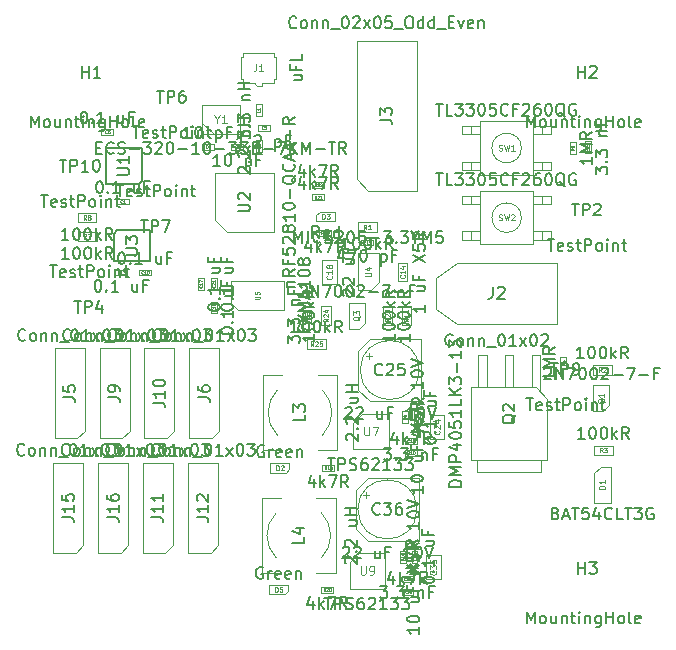
<source format=gbr>
G04 #@! TF.GenerationSoftware,KiCad,Pcbnew,5.1.6*
G04 #@! TF.CreationDate,2020-08-22T22:17:50-04:00*
G04 #@! TF.ProjectId,ball-spider,62616c6c-2d73-4706-9964-65722e6b6963,rev?*
G04 #@! TF.SameCoordinates,Original*
G04 #@! TF.FileFunction,Other,Fab,Top*
%FSLAX46Y46*%
G04 Gerber Fmt 4.6, Leading zero omitted, Abs format (unit mm)*
G04 Created by KiCad (PCBNEW 5.1.6) date 2020-08-22 22:17:50*
%MOMM*%
%LPD*%
G01*
G04 APERTURE LIST*
%ADD10C,0.100000*%
%ADD11C,0.150000*%
%ADD12C,0.110000*%
%ADD13C,0.075000*%
%ADD14C,0.060000*%
%ADD15C,0.040000*%
%ADD16C,0.080000*%
%ADD17C,0.105000*%
%ADD18C,0.090000*%
G04 APERTURE END LIST*
D10*
X57200000Y-131450000D02*
X57950000Y-130700000D01*
X57200000Y-133700000D02*
X57200000Y-131450000D01*
X60200000Y-133700000D02*
X57200000Y-133700000D01*
X60200000Y-130700000D02*
X60200000Y-133700000D01*
X57950000Y-130700000D02*
X60200000Y-130700000D01*
X57500000Y-119650000D02*
X58250000Y-118900000D01*
X57500000Y-121900000D02*
X57500000Y-119650000D01*
X60500000Y-121900000D02*
X57500000Y-121900000D01*
X60500000Y-118900000D02*
X60500000Y-121900000D01*
X58250000Y-118900000D02*
X60500000Y-118900000D01*
X57890000Y-108430000D02*
X57890000Y-105330000D01*
X57890000Y-105330000D02*
X59690000Y-105330000D01*
X59690000Y-107780000D02*
X59690000Y-105330000D01*
X57890000Y-108430000D02*
X59040000Y-108430000D01*
X59690000Y-107780000D02*
X59040000Y-108430000D01*
X72750000Y-104550000D02*
X68250000Y-104550000D01*
X68250000Y-104550000D02*
X68250000Y-100050000D01*
X68250000Y-100050000D02*
X72750000Y-100050000D01*
X72750000Y-100050000D02*
X72750000Y-104550000D01*
X71750000Y-102300000D02*
G75*
G03*
X71750000Y-102300000I-1250000J0D01*
G01*
X68250000Y-103450000D02*
X66750000Y-103450000D01*
X66750000Y-103450000D02*
X66750000Y-104150000D01*
X66750000Y-104150000D02*
X68250000Y-104150000D01*
X68250000Y-101150000D02*
X66750000Y-101150000D01*
X66750000Y-101150000D02*
X66750000Y-100450000D01*
X66750000Y-100450000D02*
X68250000Y-100450000D01*
X72750000Y-104150000D02*
X74250000Y-104150000D01*
X74250000Y-104150000D02*
X74250000Y-103450000D01*
X74250000Y-103450000D02*
X72750000Y-103450000D01*
X72750000Y-101150000D02*
X74250000Y-101150000D01*
X74250000Y-101150000D02*
X74250000Y-100450000D01*
X74250000Y-100450000D02*
X72750000Y-100450000D01*
X67500000Y-104150000D02*
X67500000Y-103450000D01*
X67500000Y-101150000D02*
X67500000Y-100450000D01*
X73500000Y-104150000D02*
X73500000Y-103450000D01*
X73500000Y-101150000D02*
X73500000Y-100450000D01*
X72750000Y-98650000D02*
X68250000Y-98650000D01*
X68250000Y-98650000D02*
X68250000Y-94150000D01*
X68250000Y-94150000D02*
X72750000Y-94150000D01*
X72750000Y-94150000D02*
X72750000Y-98650000D01*
X71750000Y-96400000D02*
G75*
G03*
X71750000Y-96400000I-1250000J0D01*
G01*
X68250000Y-97550000D02*
X66750000Y-97550000D01*
X66750000Y-97550000D02*
X66750000Y-98250000D01*
X66750000Y-98250000D02*
X68250000Y-98250000D01*
X68250000Y-95250000D02*
X66750000Y-95250000D01*
X66750000Y-95250000D02*
X66750000Y-94550000D01*
X66750000Y-94550000D02*
X68250000Y-94550000D01*
X72750000Y-98250000D02*
X74250000Y-98250000D01*
X74250000Y-98250000D02*
X74250000Y-97550000D01*
X74250000Y-97550000D02*
X72750000Y-97550000D01*
X72750000Y-95250000D02*
X74250000Y-95250000D01*
X74250000Y-95250000D02*
X74250000Y-94550000D01*
X74250000Y-94550000D02*
X72750000Y-94550000D01*
X67500000Y-98250000D02*
X67500000Y-97550000D01*
X67500000Y-95250000D02*
X67500000Y-94550000D01*
X73500000Y-98250000D02*
X73500000Y-97550000D01*
X73500000Y-95250000D02*
X73500000Y-94550000D01*
X53587500Y-112600000D02*
X55187500Y-112600000D01*
X53587500Y-113400000D02*
X53587500Y-112600000D01*
X55187500Y-113400000D02*
X53587500Y-113400000D01*
X55187500Y-112600000D02*
X55187500Y-113400000D01*
X54800000Y-111400000D02*
X54800000Y-109800000D01*
X55600000Y-111400000D02*
X54800000Y-111400000D01*
X55600000Y-109800000D02*
X55600000Y-111400000D01*
X54800000Y-109800000D02*
X55600000Y-109800000D01*
X60800000Y-109800000D02*
X60800000Y-111400000D01*
X60000000Y-109800000D02*
X60800000Y-109800000D01*
X60000000Y-111400000D02*
X60000000Y-109800000D01*
X60800000Y-111400000D02*
X60000000Y-111400000D01*
X55800000Y-134050000D02*
X54800000Y-134050000D01*
X55800000Y-133550000D02*
X55800000Y-134050000D01*
X54800000Y-133550000D02*
X55800000Y-133550000D01*
X54800000Y-134050000D02*
X54800000Y-133550000D01*
X61600000Y-133750000D02*
X62600000Y-133750000D01*
X61600000Y-134250000D02*
X61600000Y-133750000D01*
X62600000Y-134250000D02*
X61600000Y-134250000D01*
X62600000Y-133750000D02*
X62600000Y-134250000D01*
X61950000Y-130500000D02*
X61950000Y-131500000D01*
X61450000Y-130500000D02*
X61950000Y-130500000D01*
X61450000Y-131500000D02*
X61450000Y-130500000D01*
X61950000Y-131500000D02*
X61450000Y-131500000D01*
X55600000Y-103850000D02*
X54600000Y-103850000D01*
X55600000Y-103350000D02*
X55600000Y-103850000D01*
X54600000Y-103350000D02*
X55600000Y-103350000D01*
X54600000Y-103850000D02*
X54600000Y-103350000D01*
X55900000Y-123750000D02*
X54900000Y-123750000D01*
X55900000Y-123250000D02*
X55900000Y-123750000D01*
X54900000Y-123250000D02*
X55900000Y-123250000D01*
X54900000Y-123750000D02*
X54900000Y-123250000D01*
X61600000Y-111400000D02*
X61600000Y-109800000D01*
X62400000Y-111400000D02*
X61600000Y-111400000D01*
X62400000Y-109800000D02*
X62400000Y-111400000D01*
X61600000Y-109800000D02*
X62400000Y-109800000D01*
X61900000Y-121950000D02*
X62900000Y-121950000D01*
X61900000Y-122450000D02*
X61900000Y-121950000D01*
X62900000Y-122450000D02*
X61900000Y-122450000D01*
X62900000Y-121950000D02*
X62900000Y-122450000D01*
X62150000Y-118700000D02*
X62150000Y-119700000D01*
X61650000Y-118700000D02*
X62150000Y-118700000D01*
X61650000Y-119700000D02*
X61650000Y-118700000D01*
X62150000Y-119700000D02*
X61650000Y-119700000D01*
X76350000Y-95900000D02*
X76350000Y-96900000D01*
X75850000Y-95900000D02*
X76350000Y-95900000D01*
X75850000Y-96900000D02*
X75850000Y-95900000D01*
X76350000Y-96900000D02*
X75850000Y-96900000D01*
X75050000Y-115100000D02*
X75050000Y-114100000D01*
X75550000Y-115100000D02*
X75050000Y-115100000D01*
X75550000Y-114100000D02*
X75550000Y-115100000D01*
X75050000Y-114100000D02*
X75550000Y-114100000D01*
X77800000Y-114800000D02*
X79400000Y-114800000D01*
X77800000Y-115600000D02*
X77800000Y-114800000D01*
X79400000Y-115600000D02*
X77800000Y-115600000D01*
X79400000Y-114800000D02*
X79400000Y-115600000D01*
X57980000Y-111700000D02*
X58480000Y-111200000D01*
X57130000Y-109500000D02*
X58480000Y-109500000D01*
X57130000Y-111700000D02*
X57130000Y-109500000D01*
X58480000Y-111200000D02*
X58480000Y-109500000D01*
X57130000Y-111700000D02*
X57980000Y-111700000D01*
X68045000Y-113930000D02*
X68045000Y-116630000D01*
X68795000Y-113930000D02*
X68045000Y-113930000D01*
X68795000Y-116630000D02*
X68795000Y-113930000D01*
X70325000Y-113930000D02*
X70325000Y-116630000D01*
X71075000Y-113930000D02*
X70325000Y-113930000D01*
X71075000Y-116630000D02*
X71075000Y-113930000D01*
X72605000Y-113930000D02*
X72605000Y-116630000D01*
X73355000Y-113930000D02*
X72605000Y-113930000D01*
X73355000Y-117035000D02*
X73355000Y-113930000D01*
X73950000Y-117630000D02*
X73950000Y-122850000D01*
X72950000Y-116630000D02*
X73950000Y-117630000D01*
X67450000Y-116630000D02*
X72950000Y-116630000D01*
X67450000Y-122850000D02*
X67450000Y-116630000D01*
X73950000Y-122850000D02*
X67450000Y-122850000D01*
X68000000Y-123850000D02*
X68000000Y-122850000D01*
X73400000Y-123850000D02*
X68000000Y-123850000D01*
X73400000Y-122850000D02*
X73400000Y-123850000D01*
X78680000Y-118700000D02*
X79180000Y-118200000D01*
X77830000Y-116500000D02*
X79180000Y-116500000D01*
X77830000Y-118700000D02*
X77830000Y-116500000D01*
X79180000Y-118200000D02*
X79180000Y-116500000D01*
X77830000Y-118700000D02*
X78680000Y-118700000D01*
X56050000Y-132350000D02*
X56050000Y-126050000D01*
X49750000Y-132350000D02*
X49750000Y-126050000D01*
X49750000Y-132350000D02*
X51400000Y-132350000D01*
X56050000Y-132350000D02*
X54400000Y-132350000D01*
X49750000Y-126050000D02*
X51400000Y-126050000D01*
X56050000Y-126050000D02*
X54400000Y-126050000D01*
X54810000Y-131110000D02*
G75*
G03*
X54810000Y-127290000I-1910000J1910000D01*
G01*
X50990000Y-127290000D02*
G75*
G03*
X50990000Y-131110000I1910000J-1910000D01*
G01*
X56150000Y-121950000D02*
X56150000Y-115650000D01*
X49850000Y-121950000D02*
X49850000Y-115650000D01*
X49850000Y-121950000D02*
X51500000Y-121950000D01*
X56150000Y-121950000D02*
X54500000Y-121950000D01*
X49850000Y-115650000D02*
X51500000Y-115650000D01*
X56150000Y-115650000D02*
X54500000Y-115650000D01*
X54910000Y-120710000D02*
G75*
G03*
X54910000Y-116890000I-1910000J1910000D01*
G01*
X51090000Y-116890000D02*
G75*
G03*
X51090000Y-120710000I1910000J-1910000D01*
G01*
X38470000Y-130035000D02*
X37835000Y-130670000D01*
X38470000Y-123050000D02*
X38470000Y-130035000D01*
X35930000Y-123050000D02*
X38470000Y-123050000D01*
X35930000Y-130670000D02*
X35930000Y-123050000D01*
X37835000Y-130670000D02*
X35930000Y-130670000D01*
X34670000Y-130035000D02*
X34035000Y-130670000D01*
X34670000Y-123050000D02*
X34670000Y-130035000D01*
X32130000Y-123050000D02*
X34670000Y-123050000D01*
X32130000Y-130670000D02*
X32130000Y-123050000D01*
X34035000Y-130670000D02*
X32130000Y-130670000D01*
X46070000Y-130035000D02*
X45435000Y-130670000D01*
X46070000Y-123050000D02*
X46070000Y-130035000D01*
X43530000Y-123050000D02*
X46070000Y-123050000D01*
X43530000Y-130670000D02*
X43530000Y-123050000D01*
X45435000Y-130670000D02*
X43530000Y-130670000D01*
X42230000Y-130035000D02*
X41595000Y-130670000D01*
X42230000Y-123050000D02*
X42230000Y-130035000D01*
X39690000Y-123050000D02*
X42230000Y-123050000D01*
X39690000Y-130670000D02*
X39690000Y-123050000D01*
X41595000Y-130670000D02*
X39690000Y-130670000D01*
X42370000Y-120335000D02*
X41735000Y-120970000D01*
X42370000Y-113350000D02*
X42370000Y-120335000D01*
X39830000Y-113350000D02*
X42370000Y-113350000D01*
X39830000Y-120970000D02*
X39830000Y-113350000D01*
X41735000Y-120970000D02*
X39830000Y-120970000D01*
X38570000Y-120335000D02*
X37935000Y-120970000D01*
X38570000Y-113350000D02*
X38570000Y-120335000D01*
X36030000Y-113350000D02*
X38570000Y-113350000D01*
X36030000Y-120970000D02*
X36030000Y-113350000D01*
X37935000Y-120970000D02*
X36030000Y-120970000D01*
X46170000Y-120335000D02*
X45535000Y-120970000D01*
X46170000Y-113350000D02*
X46170000Y-120335000D01*
X43630000Y-113350000D02*
X46170000Y-113350000D01*
X43630000Y-120970000D02*
X43630000Y-113350000D01*
X45535000Y-120970000D02*
X43630000Y-120970000D01*
X34770000Y-120335000D02*
X34135000Y-120970000D01*
X34770000Y-113350000D02*
X34770000Y-120335000D01*
X32230000Y-113350000D02*
X34770000Y-113350000D01*
X32230000Y-120970000D02*
X32230000Y-113350000D01*
X34135000Y-120970000D02*
X32230000Y-120970000D01*
X64560000Y-110010000D02*
X66260000Y-111310000D01*
X64560000Y-107410000D02*
X66260000Y-106110000D01*
X66260000Y-111310000D02*
X74760000Y-111310000D01*
X66260000Y-106110000D02*
X74760000Y-106110000D01*
X74760000Y-106110000D02*
X74760000Y-111310000D01*
X64560000Y-107410000D02*
X64560000Y-110010000D01*
X50400000Y-133400000D02*
X50400000Y-134200000D01*
X52000000Y-133400000D02*
X50400000Y-133400000D01*
X52000000Y-133900000D02*
X52000000Y-133400000D01*
X51700000Y-134200000D02*
X52000000Y-133900000D01*
X50400000Y-134200000D02*
X51700000Y-134200000D01*
X56000000Y-102600000D02*
X56000000Y-101800000D01*
X54400000Y-102600000D02*
X56000000Y-102600000D01*
X54400000Y-102100000D02*
X54400000Y-102600000D01*
X54700000Y-101800000D02*
X54400000Y-102100000D01*
X56000000Y-101800000D02*
X54700000Y-101800000D01*
X50500000Y-123100000D02*
X50500000Y-123900000D01*
X52100000Y-123100000D02*
X50500000Y-123100000D01*
X52100000Y-123600000D02*
X52100000Y-123100000D01*
X51800000Y-123900000D02*
X52100000Y-123600000D01*
X50500000Y-123900000D02*
X51800000Y-123900000D01*
X53450000Y-111100000D02*
X53450000Y-110100000D01*
X53950000Y-111100000D02*
X53450000Y-111100000D01*
X53950000Y-110100000D02*
X53950000Y-111100000D01*
X53450000Y-110100000D02*
X53950000Y-110100000D01*
X58616044Y-125550000D02*
X58616044Y-126050000D01*
X58366044Y-125800000D02*
X58866044Y-125800000D01*
X57750000Y-128650000D02*
X58750000Y-129650000D01*
X57750000Y-125350000D02*
X58750000Y-124350000D01*
X57750000Y-125350000D02*
X57750000Y-128650000D01*
X58750000Y-129650000D02*
X63050000Y-129650000D01*
X58750000Y-124350000D02*
X63050000Y-124350000D01*
X63050000Y-124350000D02*
X63050000Y-129650000D01*
X62900000Y-127000000D02*
G75*
G03*
X62900000Y-127000000I-2500000J0D01*
G01*
X63700000Y-132900000D02*
X63700000Y-130900000D01*
X64900000Y-132900000D02*
X63700000Y-132900000D01*
X64900000Y-130900000D02*
X64900000Y-132900000D01*
X63700000Y-130900000D02*
X64900000Y-130900000D01*
X62950000Y-130500000D02*
X62950000Y-131500000D01*
X62450000Y-130500000D02*
X62950000Y-130500000D01*
X62450000Y-131500000D02*
X62450000Y-130500000D01*
X62950000Y-131500000D02*
X62450000Y-131500000D01*
X62600000Y-133150000D02*
X61600000Y-133150000D01*
X62600000Y-132650000D02*
X62600000Y-133150000D01*
X61600000Y-132650000D02*
X62600000Y-132650000D01*
X61600000Y-133150000D02*
X61600000Y-132650000D01*
X58816044Y-113750000D02*
X58816044Y-114250000D01*
X58566044Y-114000000D02*
X59066044Y-114000000D01*
X57950000Y-116850000D02*
X58950000Y-117850000D01*
X57950000Y-113550000D02*
X58950000Y-112550000D01*
X57950000Y-113550000D02*
X57950000Y-116850000D01*
X58950000Y-117850000D02*
X63250000Y-117850000D01*
X58950000Y-112550000D02*
X63250000Y-112550000D01*
X63250000Y-112550000D02*
X63250000Y-117850000D01*
X63100000Y-115200000D02*
G75*
G03*
X63100000Y-115200000I-2500000J0D01*
G01*
X64000000Y-121000000D02*
X64000000Y-119000000D01*
X65200000Y-121000000D02*
X64000000Y-121000000D01*
X65200000Y-119000000D02*
X65200000Y-121000000D01*
X64000000Y-119000000D02*
X65200000Y-119000000D01*
X45950000Y-107400000D02*
X45950000Y-108400000D01*
X45450000Y-107400000D02*
X45950000Y-107400000D01*
X45450000Y-108400000D02*
X45450000Y-107400000D01*
X45950000Y-108400000D02*
X45450000Y-108400000D01*
X63150000Y-118700000D02*
X63150000Y-119700000D01*
X62650000Y-118700000D02*
X63150000Y-118700000D01*
X62650000Y-119700000D02*
X62650000Y-118700000D01*
X63150000Y-119700000D02*
X62650000Y-119700000D01*
X62900000Y-121450000D02*
X61900000Y-121450000D01*
X62900000Y-120950000D02*
X62900000Y-121450000D01*
X61900000Y-120950000D02*
X62900000Y-120950000D01*
X61900000Y-121450000D02*
X61900000Y-120950000D01*
X56100000Y-105900000D02*
X56100000Y-107900000D01*
X54900000Y-105900000D02*
X56100000Y-105900000D01*
X54900000Y-107900000D02*
X54900000Y-105900000D01*
X56100000Y-107900000D02*
X54900000Y-107900000D01*
X45950000Y-109400000D02*
X45950000Y-110400000D01*
X45450000Y-109400000D02*
X45950000Y-109400000D01*
X45450000Y-110400000D02*
X45450000Y-109400000D01*
X45950000Y-110400000D02*
X45450000Y-110400000D01*
X59200000Y-104650000D02*
X58200000Y-104650000D01*
X59200000Y-104150000D02*
X59200000Y-104650000D01*
X58200000Y-104150000D02*
X59200000Y-104150000D01*
X58200000Y-104650000D02*
X58200000Y-104150000D01*
X62100000Y-106100000D02*
X62100000Y-107700000D01*
X61300000Y-106100000D02*
X62100000Y-106100000D01*
X61300000Y-107700000D02*
X61300000Y-106100000D01*
X62100000Y-107700000D02*
X61300000Y-107700000D01*
X77650000Y-95800000D02*
X77650000Y-96800000D01*
X77150000Y-95800000D02*
X77650000Y-95800000D01*
X77150000Y-96800000D02*
X77150000Y-95800000D01*
X77650000Y-96800000D02*
X77150000Y-96800000D01*
X47775000Y-110150000D02*
X47150000Y-109525000D01*
X51650000Y-110150000D02*
X51650000Y-107650000D01*
X47150000Y-107650000D02*
X47150000Y-109525000D01*
X47150000Y-107650000D02*
X51650000Y-107650000D01*
X47775000Y-110150000D02*
X51650000Y-110150000D01*
X77887500Y-121600000D02*
X79487500Y-121600000D01*
X77887500Y-122400000D02*
X77887500Y-121600000D01*
X79487500Y-122400000D02*
X77887500Y-122400000D01*
X79487500Y-121600000D02*
X79487500Y-122400000D01*
X77900000Y-126420000D02*
X79300000Y-126420000D01*
X79300000Y-123380000D02*
X79300000Y-126420000D01*
X77900000Y-123950000D02*
X78450000Y-123380000D01*
X78450000Y-123380000D02*
X79300000Y-123380000D01*
X77900000Y-123950000D02*
X77900000Y-126400000D01*
X44850000Y-108400000D02*
X44350000Y-108400000D01*
X44350000Y-108400000D02*
X44350000Y-107400000D01*
X44350000Y-107400000D02*
X44850000Y-107400000D01*
X44850000Y-107400000D02*
X44850000Y-108400000D01*
D11*
X37240000Y-103680000D02*
X37240000Y-105980000D01*
X37240000Y-105980000D02*
X40340000Y-105980000D01*
X40340000Y-105980000D02*
X40340000Y-103380000D01*
X40340000Y-103380000D02*
X37540000Y-103380000D01*
X37540000Y-103380000D02*
X37240000Y-103680000D01*
D10*
X44700000Y-94250000D02*
X45700000Y-95250000D01*
X47900000Y-92750000D02*
X44700000Y-92750000D01*
X47900000Y-95250000D02*
X47900000Y-92750000D01*
X44700000Y-95250000D02*
X47900000Y-95250000D01*
X44700000Y-92750000D02*
X44700000Y-95250000D01*
X46800000Y-103500000D02*
X45800000Y-102500000D01*
X50800000Y-103500000D02*
X46800000Y-103500000D01*
X50800000Y-98500000D02*
X50800000Y-103500000D01*
X45800000Y-98500000D02*
X50800000Y-98500000D01*
X45800000Y-102500000D02*
X45800000Y-98500000D01*
D11*
X39640000Y-99180000D02*
X39640000Y-96380000D01*
X39640000Y-96380000D02*
X36540000Y-96380000D01*
X36540000Y-96380000D02*
X36540000Y-99480000D01*
X36540000Y-99480000D02*
X39340000Y-99480000D01*
X39340000Y-99480000D02*
X39640000Y-99180000D01*
D10*
X54050000Y-99290000D02*
X55050000Y-99290000D01*
X54050000Y-99790000D02*
X54050000Y-99290000D01*
X55050000Y-99790000D02*
X54050000Y-99790000D01*
X55050000Y-99290000D02*
X55050000Y-99790000D01*
X54055000Y-100320000D02*
X55055000Y-100320000D01*
X54055000Y-100820000D02*
X54055000Y-100320000D01*
X55055000Y-100820000D02*
X54055000Y-100820000D01*
X55055000Y-100320000D02*
X55055000Y-100820000D01*
X35770000Y-102700000D02*
X34170000Y-102700000D01*
X35770000Y-101900000D02*
X35770000Y-102700000D01*
X34170000Y-101900000D02*
X35770000Y-101900000D01*
X34170000Y-102700000D02*
X34170000Y-101900000D01*
X35780000Y-104300000D02*
X34180000Y-104300000D01*
X35780000Y-103500000D02*
X35780000Y-104300000D01*
X34180000Y-103500000D02*
X35780000Y-103500000D01*
X34180000Y-104300000D02*
X34180000Y-103500000D01*
X59500000Y-103500000D02*
X57900000Y-103500000D01*
X59500000Y-102700000D02*
X59500000Y-103500000D01*
X57900000Y-102700000D02*
X59500000Y-102700000D01*
X57900000Y-103500000D02*
X57900000Y-102700000D01*
X49250000Y-96700000D02*
X49250000Y-95700000D01*
X49750000Y-96700000D02*
X49250000Y-96700000D01*
X49750000Y-95700000D02*
X49750000Y-96700000D01*
X49250000Y-95700000D02*
X49750000Y-95700000D01*
X49250000Y-93685000D02*
X49250000Y-92685000D01*
X49750000Y-93685000D02*
X49250000Y-93685000D01*
X49750000Y-92685000D02*
X49750000Y-93685000D01*
X49250000Y-92685000D02*
X49750000Y-92685000D01*
X62870000Y-87310000D02*
X62870000Y-100010000D01*
X57790000Y-87310000D02*
X62870000Y-87310000D01*
X57790000Y-99010000D02*
X57790000Y-87310000D01*
X58790000Y-100010000D02*
X57790000Y-99010000D01*
X62870000Y-100010000D02*
X58790000Y-100010000D01*
X51000000Y-90525000D02*
X50800000Y-90525000D01*
X50800000Y-90525000D02*
X50800000Y-90925000D01*
X49800000Y-90925000D02*
X50800000Y-90925000D01*
X49800000Y-91175000D02*
X49800000Y-90925000D01*
X49800000Y-91175000D02*
X49350000Y-91175000D01*
X49200000Y-91025000D02*
X49200000Y-90925000D01*
X49200000Y-90925000D02*
X48200000Y-90925000D01*
X48000000Y-90525000D02*
X48200000Y-90525000D01*
X48200000Y-90525000D02*
X48200000Y-90925000D01*
X51000000Y-90525000D02*
X51000000Y-88725000D01*
X51000000Y-88725000D02*
X50800000Y-88725000D01*
X50800000Y-88325000D02*
X50800000Y-88725000D01*
X48200000Y-88325000D02*
X50800000Y-88325000D01*
X48000000Y-90525000D02*
X48000000Y-88725000D01*
X48000000Y-88725000D02*
X48200000Y-88725000D01*
X48200000Y-88325000D02*
X48200000Y-88725000D01*
X49200000Y-91025000D02*
X49350000Y-91175000D01*
X38380000Y-107190000D02*
X37380000Y-107190000D01*
X38380000Y-106690000D02*
X38380000Y-107190000D01*
X37380000Y-106690000D02*
X38380000Y-106690000D01*
X37380000Y-107190000D02*
X37380000Y-106690000D01*
X39380000Y-106690000D02*
X40380000Y-106690000D01*
X39380000Y-107190000D02*
X39380000Y-106690000D01*
X40380000Y-107190000D02*
X39380000Y-107190000D01*
X40380000Y-106690000D02*
X40380000Y-107190000D01*
X36190000Y-94780000D02*
X37190000Y-94780000D01*
X36190000Y-95280000D02*
X36190000Y-94780000D01*
X37190000Y-95280000D02*
X36190000Y-95280000D01*
X37190000Y-94780000D02*
X37190000Y-95280000D01*
X44700000Y-96050000D02*
X45700000Y-96050000D01*
X44700000Y-96550000D02*
X44700000Y-96050000D01*
X45700000Y-96550000D02*
X44700000Y-96550000D01*
X45700000Y-96050000D02*
X45700000Y-96550000D01*
X48200000Y-96550000D02*
X47200000Y-96550000D01*
X48200000Y-96050000D02*
X48200000Y-96550000D01*
X47200000Y-96050000D02*
X48200000Y-96050000D01*
X47200000Y-96550000D02*
X47200000Y-96050000D01*
X50470000Y-94950000D02*
X49470000Y-94950000D01*
X50470000Y-94450000D02*
X50470000Y-94950000D01*
X49470000Y-94450000D02*
X50470000Y-94450000D01*
X49470000Y-94950000D02*
X49470000Y-94450000D01*
X37490000Y-100680000D02*
X38490000Y-100680000D01*
X37490000Y-101180000D02*
X37490000Y-100680000D01*
X38490000Y-101180000D02*
X37490000Y-101180000D01*
X38490000Y-100680000D02*
X38490000Y-101180000D01*
D11*
X72214285Y-136652380D02*
X72214285Y-135652380D01*
X72547619Y-136366666D01*
X72880952Y-135652380D01*
X72880952Y-136652380D01*
X73500000Y-136652380D02*
X73404761Y-136604761D01*
X73357142Y-136557142D01*
X73309523Y-136461904D01*
X73309523Y-136176190D01*
X73357142Y-136080952D01*
X73404761Y-136033333D01*
X73500000Y-135985714D01*
X73642857Y-135985714D01*
X73738095Y-136033333D01*
X73785714Y-136080952D01*
X73833333Y-136176190D01*
X73833333Y-136461904D01*
X73785714Y-136557142D01*
X73738095Y-136604761D01*
X73642857Y-136652380D01*
X73500000Y-136652380D01*
X74690476Y-135985714D02*
X74690476Y-136652380D01*
X74261904Y-135985714D02*
X74261904Y-136509523D01*
X74309523Y-136604761D01*
X74404761Y-136652380D01*
X74547619Y-136652380D01*
X74642857Y-136604761D01*
X74690476Y-136557142D01*
X75166666Y-135985714D02*
X75166666Y-136652380D01*
X75166666Y-136080952D02*
X75214285Y-136033333D01*
X75309523Y-135985714D01*
X75452380Y-135985714D01*
X75547619Y-136033333D01*
X75595238Y-136128571D01*
X75595238Y-136652380D01*
X75928571Y-135985714D02*
X76309523Y-135985714D01*
X76071428Y-135652380D02*
X76071428Y-136509523D01*
X76119047Y-136604761D01*
X76214285Y-136652380D01*
X76309523Y-136652380D01*
X76642857Y-136652380D02*
X76642857Y-135985714D01*
X76642857Y-135652380D02*
X76595238Y-135700000D01*
X76642857Y-135747619D01*
X76690476Y-135700000D01*
X76642857Y-135652380D01*
X76642857Y-135747619D01*
X77119047Y-135985714D02*
X77119047Y-136652380D01*
X77119047Y-136080952D02*
X77166666Y-136033333D01*
X77261904Y-135985714D01*
X77404761Y-135985714D01*
X77500000Y-136033333D01*
X77547619Y-136128571D01*
X77547619Y-136652380D01*
X78452380Y-135985714D02*
X78452380Y-136795238D01*
X78404761Y-136890476D01*
X78357142Y-136938095D01*
X78261904Y-136985714D01*
X78119047Y-136985714D01*
X78023809Y-136938095D01*
X78452380Y-136604761D02*
X78357142Y-136652380D01*
X78166666Y-136652380D01*
X78071428Y-136604761D01*
X78023809Y-136557142D01*
X77976190Y-136461904D01*
X77976190Y-136176190D01*
X78023809Y-136080952D01*
X78071428Y-136033333D01*
X78166666Y-135985714D01*
X78357142Y-135985714D01*
X78452380Y-136033333D01*
X78928571Y-136652380D02*
X78928571Y-135652380D01*
X78928571Y-136128571D02*
X79500000Y-136128571D01*
X79500000Y-136652380D02*
X79500000Y-135652380D01*
X80119047Y-136652380D02*
X80023809Y-136604761D01*
X79976190Y-136557142D01*
X79928571Y-136461904D01*
X79928571Y-136176190D01*
X79976190Y-136080952D01*
X80023809Y-136033333D01*
X80119047Y-135985714D01*
X80261904Y-135985714D01*
X80357142Y-136033333D01*
X80404761Y-136080952D01*
X80452380Y-136176190D01*
X80452380Y-136461904D01*
X80404761Y-136557142D01*
X80357142Y-136604761D01*
X80261904Y-136652380D01*
X80119047Y-136652380D01*
X81023809Y-136652380D02*
X80928571Y-136604761D01*
X80880952Y-136509523D01*
X80880952Y-135652380D01*
X81785714Y-136604761D02*
X81690476Y-136652380D01*
X81500000Y-136652380D01*
X81404761Y-136604761D01*
X81357142Y-136509523D01*
X81357142Y-136128571D01*
X81404761Y-136033333D01*
X81500000Y-135985714D01*
X81690476Y-135985714D01*
X81785714Y-136033333D01*
X81833333Y-136128571D01*
X81833333Y-136223809D01*
X81357142Y-136319047D01*
X76538095Y-132452380D02*
X76538095Y-131452380D01*
X76538095Y-131928571D02*
X77109523Y-131928571D01*
X77109523Y-132452380D02*
X77109523Y-131452380D01*
X77490476Y-131452380D02*
X78109523Y-131452380D01*
X77776190Y-131833333D01*
X77919047Y-131833333D01*
X78014285Y-131880952D01*
X78061904Y-131928571D01*
X78109523Y-132023809D01*
X78109523Y-132261904D01*
X78061904Y-132357142D01*
X78014285Y-132404761D01*
X77919047Y-132452380D01*
X77633333Y-132452380D01*
X77538095Y-132404761D01*
X77490476Y-132357142D01*
X72214285Y-94652380D02*
X72214285Y-93652380D01*
X72547619Y-94366666D01*
X72880952Y-93652380D01*
X72880952Y-94652380D01*
X73500000Y-94652380D02*
X73404761Y-94604761D01*
X73357142Y-94557142D01*
X73309523Y-94461904D01*
X73309523Y-94176190D01*
X73357142Y-94080952D01*
X73404761Y-94033333D01*
X73500000Y-93985714D01*
X73642857Y-93985714D01*
X73738095Y-94033333D01*
X73785714Y-94080952D01*
X73833333Y-94176190D01*
X73833333Y-94461904D01*
X73785714Y-94557142D01*
X73738095Y-94604761D01*
X73642857Y-94652380D01*
X73500000Y-94652380D01*
X74690476Y-93985714D02*
X74690476Y-94652380D01*
X74261904Y-93985714D02*
X74261904Y-94509523D01*
X74309523Y-94604761D01*
X74404761Y-94652380D01*
X74547619Y-94652380D01*
X74642857Y-94604761D01*
X74690476Y-94557142D01*
X75166666Y-93985714D02*
X75166666Y-94652380D01*
X75166666Y-94080952D02*
X75214285Y-94033333D01*
X75309523Y-93985714D01*
X75452380Y-93985714D01*
X75547619Y-94033333D01*
X75595238Y-94128571D01*
X75595238Y-94652380D01*
X75928571Y-93985714D02*
X76309523Y-93985714D01*
X76071428Y-93652380D02*
X76071428Y-94509523D01*
X76119047Y-94604761D01*
X76214285Y-94652380D01*
X76309523Y-94652380D01*
X76642857Y-94652380D02*
X76642857Y-93985714D01*
X76642857Y-93652380D02*
X76595238Y-93700000D01*
X76642857Y-93747619D01*
X76690476Y-93700000D01*
X76642857Y-93652380D01*
X76642857Y-93747619D01*
X77119047Y-93985714D02*
X77119047Y-94652380D01*
X77119047Y-94080952D02*
X77166666Y-94033333D01*
X77261904Y-93985714D01*
X77404761Y-93985714D01*
X77500000Y-94033333D01*
X77547619Y-94128571D01*
X77547619Y-94652380D01*
X78452380Y-93985714D02*
X78452380Y-94795238D01*
X78404761Y-94890476D01*
X78357142Y-94938095D01*
X78261904Y-94985714D01*
X78119047Y-94985714D01*
X78023809Y-94938095D01*
X78452380Y-94604761D02*
X78357142Y-94652380D01*
X78166666Y-94652380D01*
X78071428Y-94604761D01*
X78023809Y-94557142D01*
X77976190Y-94461904D01*
X77976190Y-94176190D01*
X78023809Y-94080952D01*
X78071428Y-94033333D01*
X78166666Y-93985714D01*
X78357142Y-93985714D01*
X78452380Y-94033333D01*
X78928571Y-94652380D02*
X78928571Y-93652380D01*
X78928571Y-94128571D02*
X79500000Y-94128571D01*
X79500000Y-94652380D02*
X79500000Y-93652380D01*
X80119047Y-94652380D02*
X80023809Y-94604761D01*
X79976190Y-94557142D01*
X79928571Y-94461904D01*
X79928571Y-94176190D01*
X79976190Y-94080952D01*
X80023809Y-94033333D01*
X80119047Y-93985714D01*
X80261904Y-93985714D01*
X80357142Y-94033333D01*
X80404761Y-94080952D01*
X80452380Y-94176190D01*
X80452380Y-94461904D01*
X80404761Y-94557142D01*
X80357142Y-94604761D01*
X80261904Y-94652380D01*
X80119047Y-94652380D01*
X81023809Y-94652380D02*
X80928571Y-94604761D01*
X80880952Y-94509523D01*
X80880952Y-93652380D01*
X81785714Y-94604761D02*
X81690476Y-94652380D01*
X81500000Y-94652380D01*
X81404761Y-94604761D01*
X81357142Y-94509523D01*
X81357142Y-94128571D01*
X81404761Y-94033333D01*
X81500000Y-93985714D01*
X81690476Y-93985714D01*
X81785714Y-94033333D01*
X81833333Y-94128571D01*
X81833333Y-94223809D01*
X81357142Y-94319047D01*
X76538095Y-90452380D02*
X76538095Y-89452380D01*
X76538095Y-89928571D02*
X77109523Y-89928571D01*
X77109523Y-90452380D02*
X77109523Y-89452380D01*
X77538095Y-89547619D02*
X77585714Y-89500000D01*
X77680952Y-89452380D01*
X77919047Y-89452380D01*
X78014285Y-89500000D01*
X78061904Y-89547619D01*
X78109523Y-89642857D01*
X78109523Y-89738095D01*
X78061904Y-89880952D01*
X77490476Y-90452380D01*
X78109523Y-90452380D01*
X30214285Y-94652380D02*
X30214285Y-93652380D01*
X30547619Y-94366666D01*
X30880952Y-93652380D01*
X30880952Y-94652380D01*
X31500000Y-94652380D02*
X31404761Y-94604761D01*
X31357142Y-94557142D01*
X31309523Y-94461904D01*
X31309523Y-94176190D01*
X31357142Y-94080952D01*
X31404761Y-94033333D01*
X31500000Y-93985714D01*
X31642857Y-93985714D01*
X31738095Y-94033333D01*
X31785714Y-94080952D01*
X31833333Y-94176190D01*
X31833333Y-94461904D01*
X31785714Y-94557142D01*
X31738095Y-94604761D01*
X31642857Y-94652380D01*
X31500000Y-94652380D01*
X32690476Y-93985714D02*
X32690476Y-94652380D01*
X32261904Y-93985714D02*
X32261904Y-94509523D01*
X32309523Y-94604761D01*
X32404761Y-94652380D01*
X32547619Y-94652380D01*
X32642857Y-94604761D01*
X32690476Y-94557142D01*
X33166666Y-93985714D02*
X33166666Y-94652380D01*
X33166666Y-94080952D02*
X33214285Y-94033333D01*
X33309523Y-93985714D01*
X33452380Y-93985714D01*
X33547619Y-94033333D01*
X33595238Y-94128571D01*
X33595238Y-94652380D01*
X33928571Y-93985714D02*
X34309523Y-93985714D01*
X34071428Y-93652380D02*
X34071428Y-94509523D01*
X34119047Y-94604761D01*
X34214285Y-94652380D01*
X34309523Y-94652380D01*
X34642857Y-94652380D02*
X34642857Y-93985714D01*
X34642857Y-93652380D02*
X34595238Y-93700000D01*
X34642857Y-93747619D01*
X34690476Y-93700000D01*
X34642857Y-93652380D01*
X34642857Y-93747619D01*
X35119047Y-93985714D02*
X35119047Y-94652380D01*
X35119047Y-94080952D02*
X35166666Y-94033333D01*
X35261904Y-93985714D01*
X35404761Y-93985714D01*
X35500000Y-94033333D01*
X35547619Y-94128571D01*
X35547619Y-94652380D01*
X36452380Y-93985714D02*
X36452380Y-94795238D01*
X36404761Y-94890476D01*
X36357142Y-94938095D01*
X36261904Y-94985714D01*
X36119047Y-94985714D01*
X36023809Y-94938095D01*
X36452380Y-94604761D02*
X36357142Y-94652380D01*
X36166666Y-94652380D01*
X36071428Y-94604761D01*
X36023809Y-94557142D01*
X35976190Y-94461904D01*
X35976190Y-94176190D01*
X36023809Y-94080952D01*
X36071428Y-94033333D01*
X36166666Y-93985714D01*
X36357142Y-93985714D01*
X36452380Y-94033333D01*
X36928571Y-94652380D02*
X36928571Y-93652380D01*
X36928571Y-94128571D02*
X37500000Y-94128571D01*
X37500000Y-94652380D02*
X37500000Y-93652380D01*
X38119047Y-94652380D02*
X38023809Y-94604761D01*
X37976190Y-94557142D01*
X37928571Y-94461904D01*
X37928571Y-94176190D01*
X37976190Y-94080952D01*
X38023809Y-94033333D01*
X38119047Y-93985714D01*
X38261904Y-93985714D01*
X38357142Y-94033333D01*
X38404761Y-94080952D01*
X38452380Y-94176190D01*
X38452380Y-94461904D01*
X38404761Y-94557142D01*
X38357142Y-94604761D01*
X38261904Y-94652380D01*
X38119047Y-94652380D01*
X39023809Y-94652380D02*
X38928571Y-94604761D01*
X38880952Y-94509523D01*
X38880952Y-93652380D01*
X39785714Y-94604761D02*
X39690476Y-94652380D01*
X39500000Y-94652380D01*
X39404761Y-94604761D01*
X39357142Y-94509523D01*
X39357142Y-94128571D01*
X39404761Y-94033333D01*
X39500000Y-93985714D01*
X39690476Y-93985714D01*
X39785714Y-94033333D01*
X39833333Y-94128571D01*
X39833333Y-94223809D01*
X39357142Y-94319047D01*
X34538095Y-90452380D02*
X34538095Y-89452380D01*
X34538095Y-89928571D02*
X35109523Y-89928571D01*
X35109523Y-90452380D02*
X35109523Y-89452380D01*
X36109523Y-90452380D02*
X35538095Y-90452380D01*
X35823809Y-90452380D02*
X35823809Y-89452380D01*
X35728571Y-89595238D01*
X35633333Y-89690476D01*
X35538095Y-89738095D01*
X55057142Y-134472380D02*
X55628571Y-134472380D01*
X55342857Y-135472380D02*
X55342857Y-134472380D01*
X55961904Y-135472380D02*
X55961904Y-134472380D01*
X56342857Y-134472380D01*
X56438095Y-134520000D01*
X56485714Y-134567619D01*
X56533333Y-134662857D01*
X56533333Y-134805714D01*
X56485714Y-134900952D01*
X56438095Y-134948571D01*
X56342857Y-134996190D01*
X55961904Y-134996190D01*
X56914285Y-135424761D02*
X57057142Y-135472380D01*
X57295238Y-135472380D01*
X57390476Y-135424761D01*
X57438095Y-135377142D01*
X57485714Y-135281904D01*
X57485714Y-135186666D01*
X57438095Y-135091428D01*
X57390476Y-135043809D01*
X57295238Y-134996190D01*
X57104761Y-134948571D01*
X57009523Y-134900952D01*
X56961904Y-134853333D01*
X56914285Y-134758095D01*
X56914285Y-134662857D01*
X56961904Y-134567619D01*
X57009523Y-134520000D01*
X57104761Y-134472380D01*
X57342857Y-134472380D01*
X57485714Y-134520000D01*
X58342857Y-134472380D02*
X58152380Y-134472380D01*
X58057142Y-134520000D01*
X58009523Y-134567619D01*
X57914285Y-134710476D01*
X57866666Y-134900952D01*
X57866666Y-135281904D01*
X57914285Y-135377142D01*
X57961904Y-135424761D01*
X58057142Y-135472380D01*
X58247619Y-135472380D01*
X58342857Y-135424761D01*
X58390476Y-135377142D01*
X58438095Y-135281904D01*
X58438095Y-135043809D01*
X58390476Y-134948571D01*
X58342857Y-134900952D01*
X58247619Y-134853333D01*
X58057142Y-134853333D01*
X57961904Y-134900952D01*
X57914285Y-134948571D01*
X57866666Y-135043809D01*
X58819047Y-134567619D02*
X58866666Y-134520000D01*
X58961904Y-134472380D01*
X59200000Y-134472380D01*
X59295238Y-134520000D01*
X59342857Y-134567619D01*
X59390476Y-134662857D01*
X59390476Y-134758095D01*
X59342857Y-134900952D01*
X58771428Y-135472380D01*
X59390476Y-135472380D01*
X60342857Y-135472380D02*
X59771428Y-135472380D01*
X60057142Y-135472380D02*
X60057142Y-134472380D01*
X59961904Y-134615238D01*
X59866666Y-134710476D01*
X59771428Y-134758095D01*
X60676190Y-134472380D02*
X61295238Y-134472380D01*
X60961904Y-134853333D01*
X61104761Y-134853333D01*
X61200000Y-134900952D01*
X61247619Y-134948571D01*
X61295238Y-135043809D01*
X61295238Y-135281904D01*
X61247619Y-135377142D01*
X61200000Y-135424761D01*
X61104761Y-135472380D01*
X60819047Y-135472380D01*
X60723809Y-135424761D01*
X60676190Y-135377142D01*
X61628571Y-134472380D02*
X62247619Y-134472380D01*
X61914285Y-134853333D01*
X62057142Y-134853333D01*
X62152380Y-134900952D01*
X62200000Y-134948571D01*
X62247619Y-135043809D01*
X62247619Y-135281904D01*
X62200000Y-135377142D01*
X62152380Y-135424761D01*
X62057142Y-135472380D01*
X61771428Y-135472380D01*
X61676190Y-135424761D01*
X61628571Y-135377142D01*
D12*
X58128571Y-131789285D02*
X58128571Y-132396428D01*
X58164285Y-132467857D01*
X58200000Y-132503571D01*
X58271428Y-132539285D01*
X58414285Y-132539285D01*
X58485714Y-132503571D01*
X58521428Y-132467857D01*
X58557142Y-132396428D01*
X58557142Y-131789285D01*
X58950000Y-132539285D02*
X59092857Y-132539285D01*
X59164285Y-132503571D01*
X59200000Y-132467857D01*
X59271428Y-132360714D01*
X59307142Y-132217857D01*
X59307142Y-131932142D01*
X59271428Y-131860714D01*
X59235714Y-131825000D01*
X59164285Y-131789285D01*
X59021428Y-131789285D01*
X58950000Y-131825000D01*
X58914285Y-131860714D01*
X58878571Y-131932142D01*
X58878571Y-132110714D01*
X58914285Y-132182142D01*
X58950000Y-132217857D01*
X59021428Y-132253571D01*
X59164285Y-132253571D01*
X59235714Y-132217857D01*
X59271428Y-132182142D01*
X59307142Y-132110714D01*
D11*
X55357142Y-122672380D02*
X55928571Y-122672380D01*
X55642857Y-123672380D02*
X55642857Y-122672380D01*
X56261904Y-123672380D02*
X56261904Y-122672380D01*
X56642857Y-122672380D01*
X56738095Y-122720000D01*
X56785714Y-122767619D01*
X56833333Y-122862857D01*
X56833333Y-123005714D01*
X56785714Y-123100952D01*
X56738095Y-123148571D01*
X56642857Y-123196190D01*
X56261904Y-123196190D01*
X57214285Y-123624761D02*
X57357142Y-123672380D01*
X57595238Y-123672380D01*
X57690476Y-123624761D01*
X57738095Y-123577142D01*
X57785714Y-123481904D01*
X57785714Y-123386666D01*
X57738095Y-123291428D01*
X57690476Y-123243809D01*
X57595238Y-123196190D01*
X57404761Y-123148571D01*
X57309523Y-123100952D01*
X57261904Y-123053333D01*
X57214285Y-122958095D01*
X57214285Y-122862857D01*
X57261904Y-122767619D01*
X57309523Y-122720000D01*
X57404761Y-122672380D01*
X57642857Y-122672380D01*
X57785714Y-122720000D01*
X58642857Y-122672380D02*
X58452380Y-122672380D01*
X58357142Y-122720000D01*
X58309523Y-122767619D01*
X58214285Y-122910476D01*
X58166666Y-123100952D01*
X58166666Y-123481904D01*
X58214285Y-123577142D01*
X58261904Y-123624761D01*
X58357142Y-123672380D01*
X58547619Y-123672380D01*
X58642857Y-123624761D01*
X58690476Y-123577142D01*
X58738095Y-123481904D01*
X58738095Y-123243809D01*
X58690476Y-123148571D01*
X58642857Y-123100952D01*
X58547619Y-123053333D01*
X58357142Y-123053333D01*
X58261904Y-123100952D01*
X58214285Y-123148571D01*
X58166666Y-123243809D01*
X59119047Y-122767619D02*
X59166666Y-122720000D01*
X59261904Y-122672380D01*
X59500000Y-122672380D01*
X59595238Y-122720000D01*
X59642857Y-122767619D01*
X59690476Y-122862857D01*
X59690476Y-122958095D01*
X59642857Y-123100952D01*
X59071428Y-123672380D01*
X59690476Y-123672380D01*
X60642857Y-123672380D02*
X60071428Y-123672380D01*
X60357142Y-123672380D02*
X60357142Y-122672380D01*
X60261904Y-122815238D01*
X60166666Y-122910476D01*
X60071428Y-122958095D01*
X60976190Y-122672380D02*
X61595238Y-122672380D01*
X61261904Y-123053333D01*
X61404761Y-123053333D01*
X61500000Y-123100952D01*
X61547619Y-123148571D01*
X61595238Y-123243809D01*
X61595238Y-123481904D01*
X61547619Y-123577142D01*
X61500000Y-123624761D01*
X61404761Y-123672380D01*
X61119047Y-123672380D01*
X61023809Y-123624761D01*
X60976190Y-123577142D01*
X61928571Y-122672380D02*
X62547619Y-122672380D01*
X62214285Y-123053333D01*
X62357142Y-123053333D01*
X62452380Y-123100952D01*
X62500000Y-123148571D01*
X62547619Y-123243809D01*
X62547619Y-123481904D01*
X62500000Y-123577142D01*
X62452380Y-123624761D01*
X62357142Y-123672380D01*
X62071428Y-123672380D01*
X61976190Y-123624761D01*
X61928571Y-123577142D01*
D12*
X58428571Y-119989285D02*
X58428571Y-120596428D01*
X58464285Y-120667857D01*
X58500000Y-120703571D01*
X58571428Y-120739285D01*
X58714285Y-120739285D01*
X58785714Y-120703571D01*
X58821428Y-120667857D01*
X58857142Y-120596428D01*
X58857142Y-119989285D01*
X59142857Y-119989285D02*
X59642857Y-119989285D01*
X59321428Y-120739285D01*
D11*
X52528095Y-104432380D02*
X52528095Y-103432380D01*
X52861428Y-104146666D01*
X53194761Y-103432380D01*
X53194761Y-104432380D01*
X53670952Y-104432380D02*
X53670952Y-103432380D01*
X54718571Y-104337142D02*
X54670952Y-104384761D01*
X54528095Y-104432380D01*
X54432857Y-104432380D01*
X54290000Y-104384761D01*
X54194761Y-104289523D01*
X54147142Y-104194285D01*
X54099523Y-104003809D01*
X54099523Y-103860952D01*
X54147142Y-103670476D01*
X54194761Y-103575238D01*
X54290000Y-103480000D01*
X54432857Y-103432380D01*
X54528095Y-103432380D01*
X54670952Y-103480000D01*
X54718571Y-103527619D01*
X55623333Y-103432380D02*
X55147142Y-103432380D01*
X55099523Y-103908571D01*
X55147142Y-103860952D01*
X55242380Y-103813333D01*
X55480476Y-103813333D01*
X55575714Y-103860952D01*
X55623333Y-103908571D01*
X55670952Y-104003809D01*
X55670952Y-104241904D01*
X55623333Y-104337142D01*
X55575714Y-104384761D01*
X55480476Y-104432380D01*
X55242380Y-104432380D01*
X55147142Y-104384761D01*
X55099523Y-104337142D01*
X56051904Y-103527619D02*
X56099523Y-103480000D01*
X56194761Y-103432380D01*
X56432857Y-103432380D01*
X56528095Y-103480000D01*
X56575714Y-103527619D01*
X56623333Y-103622857D01*
X56623333Y-103718095D01*
X56575714Y-103860952D01*
X56004285Y-104432380D01*
X56623333Y-104432380D01*
X57242380Y-103432380D02*
X57337619Y-103432380D01*
X57432857Y-103480000D01*
X57480476Y-103527619D01*
X57528095Y-103622857D01*
X57575714Y-103813333D01*
X57575714Y-104051428D01*
X57528095Y-104241904D01*
X57480476Y-104337142D01*
X57432857Y-104384761D01*
X57337619Y-104432380D01*
X57242380Y-104432380D01*
X57147142Y-104384761D01*
X57099523Y-104337142D01*
X57051904Y-104241904D01*
X57004285Y-104051428D01*
X57004285Y-103813333D01*
X57051904Y-103622857D01*
X57099523Y-103527619D01*
X57147142Y-103480000D01*
X57242380Y-103432380D01*
X58480476Y-103432380D02*
X58004285Y-103432380D01*
X57956666Y-103908571D01*
X58004285Y-103860952D01*
X58099523Y-103813333D01*
X58337619Y-103813333D01*
X58432857Y-103860952D01*
X58480476Y-103908571D01*
X58528095Y-104003809D01*
X58528095Y-104241904D01*
X58480476Y-104337142D01*
X58432857Y-104384761D01*
X58337619Y-104432380D01*
X58099523Y-104432380D01*
X58004285Y-104384761D01*
X57956666Y-104337142D01*
X58956666Y-104051428D02*
X59718571Y-104051428D01*
X60099523Y-103432380D02*
X60718571Y-103432380D01*
X60385238Y-103813333D01*
X60528095Y-103813333D01*
X60623333Y-103860952D01*
X60670952Y-103908571D01*
X60718571Y-104003809D01*
X60718571Y-104241904D01*
X60670952Y-104337142D01*
X60623333Y-104384761D01*
X60528095Y-104432380D01*
X60242380Y-104432380D01*
X60147142Y-104384761D01*
X60099523Y-104337142D01*
X61147142Y-104337142D02*
X61194761Y-104384761D01*
X61147142Y-104432380D01*
X61099523Y-104384761D01*
X61147142Y-104337142D01*
X61147142Y-104432380D01*
X61528095Y-103432380D02*
X62147142Y-103432380D01*
X61813809Y-103813333D01*
X61956666Y-103813333D01*
X62051904Y-103860952D01*
X62099523Y-103908571D01*
X62147142Y-104003809D01*
X62147142Y-104241904D01*
X62099523Y-104337142D01*
X62051904Y-104384761D01*
X61956666Y-104432380D01*
X61670952Y-104432380D01*
X61575714Y-104384761D01*
X61528095Y-104337142D01*
X62766190Y-103956190D02*
X62766190Y-104432380D01*
X62432857Y-103432380D02*
X62766190Y-103956190D01*
X63099523Y-103432380D01*
X63432857Y-104432380D02*
X63432857Y-103432380D01*
X63766190Y-104146666D01*
X64099523Y-103432380D01*
X64099523Y-104432380D01*
X65051904Y-103432380D02*
X64575714Y-103432380D01*
X64528095Y-103908571D01*
X64575714Y-103860952D01*
X64670952Y-103813333D01*
X64909047Y-103813333D01*
X65004285Y-103860952D01*
X65051904Y-103908571D01*
X65099523Y-104003809D01*
X65099523Y-104241904D01*
X65051904Y-104337142D01*
X65004285Y-104384761D01*
X64909047Y-104432380D01*
X64670952Y-104432380D01*
X64575714Y-104384761D01*
X64528095Y-104337142D01*
D13*
X58516190Y-107260952D02*
X58920952Y-107260952D01*
X58968571Y-107237142D01*
X58992380Y-107213333D01*
X59016190Y-107165714D01*
X59016190Y-107070476D01*
X58992380Y-107022857D01*
X58968571Y-106999047D01*
X58920952Y-106975238D01*
X58516190Y-106975238D01*
X58682857Y-106522857D02*
X59016190Y-106522857D01*
X58492380Y-106641904D02*
X58849523Y-106760952D01*
X58849523Y-106451428D01*
D11*
X31066666Y-100402380D02*
X31638095Y-100402380D01*
X31352380Y-101402380D02*
X31352380Y-100402380D01*
X32352380Y-101354761D02*
X32257142Y-101402380D01*
X32066666Y-101402380D01*
X31971428Y-101354761D01*
X31923809Y-101259523D01*
X31923809Y-100878571D01*
X31971428Y-100783333D01*
X32066666Y-100735714D01*
X32257142Y-100735714D01*
X32352380Y-100783333D01*
X32400000Y-100878571D01*
X32400000Y-100973809D01*
X31923809Y-101069047D01*
X32780952Y-101354761D02*
X32876190Y-101402380D01*
X33066666Y-101402380D01*
X33161904Y-101354761D01*
X33209523Y-101259523D01*
X33209523Y-101211904D01*
X33161904Y-101116666D01*
X33066666Y-101069047D01*
X32923809Y-101069047D01*
X32828571Y-101021428D01*
X32780952Y-100926190D01*
X32780952Y-100878571D01*
X32828571Y-100783333D01*
X32923809Y-100735714D01*
X33066666Y-100735714D01*
X33161904Y-100783333D01*
X33495238Y-100735714D02*
X33876190Y-100735714D01*
X33638095Y-100402380D02*
X33638095Y-101259523D01*
X33685714Y-101354761D01*
X33780952Y-101402380D01*
X33876190Y-101402380D01*
X34209523Y-101402380D02*
X34209523Y-100402380D01*
X34590476Y-100402380D01*
X34685714Y-100450000D01*
X34733333Y-100497619D01*
X34780952Y-100592857D01*
X34780952Y-100735714D01*
X34733333Y-100830952D01*
X34685714Y-100878571D01*
X34590476Y-100926190D01*
X34209523Y-100926190D01*
X35352380Y-101402380D02*
X35257142Y-101354761D01*
X35209523Y-101307142D01*
X35161904Y-101211904D01*
X35161904Y-100926190D01*
X35209523Y-100830952D01*
X35257142Y-100783333D01*
X35352380Y-100735714D01*
X35495238Y-100735714D01*
X35590476Y-100783333D01*
X35638095Y-100830952D01*
X35685714Y-100926190D01*
X35685714Y-101211904D01*
X35638095Y-101307142D01*
X35590476Y-101354761D01*
X35495238Y-101402380D01*
X35352380Y-101402380D01*
X36114285Y-101402380D02*
X36114285Y-100735714D01*
X36114285Y-100402380D02*
X36066666Y-100450000D01*
X36114285Y-100497619D01*
X36161904Y-100450000D01*
X36114285Y-100402380D01*
X36114285Y-100497619D01*
X36590476Y-100735714D02*
X36590476Y-101402380D01*
X36590476Y-100830952D02*
X36638095Y-100783333D01*
X36733333Y-100735714D01*
X36876190Y-100735714D01*
X36971428Y-100783333D01*
X37019047Y-100878571D01*
X37019047Y-101402380D01*
X37352380Y-100735714D02*
X37733333Y-100735714D01*
X37495238Y-100402380D02*
X37495238Y-101259523D01*
X37542857Y-101354761D01*
X37638095Y-101402380D01*
X37733333Y-101402380D01*
X32661904Y-97402380D02*
X33233333Y-97402380D01*
X32947619Y-98402380D02*
X32947619Y-97402380D01*
X33566666Y-98402380D02*
X33566666Y-97402380D01*
X33947619Y-97402380D01*
X34042857Y-97450000D01*
X34090476Y-97497619D01*
X34138095Y-97592857D01*
X34138095Y-97735714D01*
X34090476Y-97830952D01*
X34042857Y-97878571D01*
X33947619Y-97926190D01*
X33566666Y-97926190D01*
X35090476Y-98402380D02*
X34519047Y-98402380D01*
X34804761Y-98402380D02*
X34804761Y-97402380D01*
X34709523Y-97545238D01*
X34614285Y-97640476D01*
X34519047Y-97688095D01*
X35709523Y-97402380D02*
X35804761Y-97402380D01*
X35900000Y-97450000D01*
X35947619Y-97497619D01*
X35995238Y-97592857D01*
X36042857Y-97783333D01*
X36042857Y-98021428D01*
X35995238Y-98211904D01*
X35947619Y-98307142D01*
X35900000Y-98354761D01*
X35804761Y-98402380D01*
X35709523Y-98402380D01*
X35614285Y-98354761D01*
X35566666Y-98307142D01*
X35519047Y-98211904D01*
X35471428Y-98021428D01*
X35471428Y-97783333D01*
X35519047Y-97592857D01*
X35566666Y-97497619D01*
X35614285Y-97450000D01*
X35709523Y-97402380D01*
X72166666Y-117602380D02*
X72738095Y-117602380D01*
X72452380Y-118602380D02*
X72452380Y-117602380D01*
X73452380Y-118554761D02*
X73357142Y-118602380D01*
X73166666Y-118602380D01*
X73071428Y-118554761D01*
X73023809Y-118459523D01*
X73023809Y-118078571D01*
X73071428Y-117983333D01*
X73166666Y-117935714D01*
X73357142Y-117935714D01*
X73452380Y-117983333D01*
X73500000Y-118078571D01*
X73500000Y-118173809D01*
X73023809Y-118269047D01*
X73880952Y-118554761D02*
X73976190Y-118602380D01*
X74166666Y-118602380D01*
X74261904Y-118554761D01*
X74309523Y-118459523D01*
X74309523Y-118411904D01*
X74261904Y-118316666D01*
X74166666Y-118269047D01*
X74023809Y-118269047D01*
X73928571Y-118221428D01*
X73880952Y-118126190D01*
X73880952Y-118078571D01*
X73928571Y-117983333D01*
X74023809Y-117935714D01*
X74166666Y-117935714D01*
X74261904Y-117983333D01*
X74595238Y-117935714D02*
X74976190Y-117935714D01*
X74738095Y-117602380D02*
X74738095Y-118459523D01*
X74785714Y-118554761D01*
X74880952Y-118602380D01*
X74976190Y-118602380D01*
X75309523Y-118602380D02*
X75309523Y-117602380D01*
X75690476Y-117602380D01*
X75785714Y-117650000D01*
X75833333Y-117697619D01*
X75880952Y-117792857D01*
X75880952Y-117935714D01*
X75833333Y-118030952D01*
X75785714Y-118078571D01*
X75690476Y-118126190D01*
X75309523Y-118126190D01*
X76452380Y-118602380D02*
X76357142Y-118554761D01*
X76309523Y-118507142D01*
X76261904Y-118411904D01*
X76261904Y-118126190D01*
X76309523Y-118030952D01*
X76357142Y-117983333D01*
X76452380Y-117935714D01*
X76595238Y-117935714D01*
X76690476Y-117983333D01*
X76738095Y-118030952D01*
X76785714Y-118126190D01*
X76785714Y-118411904D01*
X76738095Y-118507142D01*
X76690476Y-118554761D01*
X76595238Y-118602380D01*
X76452380Y-118602380D01*
X77214285Y-118602380D02*
X77214285Y-117935714D01*
X77214285Y-117602380D02*
X77166666Y-117650000D01*
X77214285Y-117697619D01*
X77261904Y-117650000D01*
X77214285Y-117602380D01*
X77214285Y-117697619D01*
X77690476Y-117935714D02*
X77690476Y-118602380D01*
X77690476Y-118030952D02*
X77738095Y-117983333D01*
X77833333Y-117935714D01*
X77976190Y-117935714D01*
X78071428Y-117983333D01*
X78119047Y-118078571D01*
X78119047Y-118602380D01*
X78452380Y-117935714D02*
X78833333Y-117935714D01*
X78595238Y-117602380D02*
X78595238Y-118459523D01*
X78642857Y-118554761D01*
X78738095Y-118602380D01*
X78833333Y-118602380D01*
X74238095Y-114602380D02*
X74809523Y-114602380D01*
X74523809Y-115602380D02*
X74523809Y-114602380D01*
X75142857Y-115602380D02*
X75142857Y-114602380D01*
X75523809Y-114602380D01*
X75619047Y-114650000D01*
X75666666Y-114697619D01*
X75714285Y-114792857D01*
X75714285Y-114935714D01*
X75666666Y-115030952D01*
X75619047Y-115078571D01*
X75523809Y-115126190D01*
X75142857Y-115126190D01*
X76190476Y-115602380D02*
X76380952Y-115602380D01*
X76476190Y-115554761D01*
X76523809Y-115507142D01*
X76619047Y-115364285D01*
X76666666Y-115173809D01*
X76666666Y-114792857D01*
X76619047Y-114697619D01*
X76571428Y-114650000D01*
X76476190Y-114602380D01*
X76285714Y-114602380D01*
X76190476Y-114650000D01*
X76142857Y-114697619D01*
X76095238Y-114792857D01*
X76095238Y-115030952D01*
X76142857Y-115126190D01*
X76190476Y-115173809D01*
X76285714Y-115221428D01*
X76476190Y-115221428D01*
X76571428Y-115173809D01*
X76619047Y-115126190D01*
X76666666Y-115030952D01*
X73966666Y-104102380D02*
X74538095Y-104102380D01*
X74252380Y-105102380D02*
X74252380Y-104102380D01*
X75252380Y-105054761D02*
X75157142Y-105102380D01*
X74966666Y-105102380D01*
X74871428Y-105054761D01*
X74823809Y-104959523D01*
X74823809Y-104578571D01*
X74871428Y-104483333D01*
X74966666Y-104435714D01*
X75157142Y-104435714D01*
X75252380Y-104483333D01*
X75300000Y-104578571D01*
X75300000Y-104673809D01*
X74823809Y-104769047D01*
X75680952Y-105054761D02*
X75776190Y-105102380D01*
X75966666Y-105102380D01*
X76061904Y-105054761D01*
X76109523Y-104959523D01*
X76109523Y-104911904D01*
X76061904Y-104816666D01*
X75966666Y-104769047D01*
X75823809Y-104769047D01*
X75728571Y-104721428D01*
X75680952Y-104626190D01*
X75680952Y-104578571D01*
X75728571Y-104483333D01*
X75823809Y-104435714D01*
X75966666Y-104435714D01*
X76061904Y-104483333D01*
X76395238Y-104435714D02*
X76776190Y-104435714D01*
X76538095Y-104102380D02*
X76538095Y-104959523D01*
X76585714Y-105054761D01*
X76680952Y-105102380D01*
X76776190Y-105102380D01*
X77109523Y-105102380D02*
X77109523Y-104102380D01*
X77490476Y-104102380D01*
X77585714Y-104150000D01*
X77633333Y-104197619D01*
X77680952Y-104292857D01*
X77680952Y-104435714D01*
X77633333Y-104530952D01*
X77585714Y-104578571D01*
X77490476Y-104626190D01*
X77109523Y-104626190D01*
X78252380Y-105102380D02*
X78157142Y-105054761D01*
X78109523Y-105007142D01*
X78061904Y-104911904D01*
X78061904Y-104626190D01*
X78109523Y-104530952D01*
X78157142Y-104483333D01*
X78252380Y-104435714D01*
X78395238Y-104435714D01*
X78490476Y-104483333D01*
X78538095Y-104530952D01*
X78585714Y-104626190D01*
X78585714Y-104911904D01*
X78538095Y-105007142D01*
X78490476Y-105054761D01*
X78395238Y-105102380D01*
X78252380Y-105102380D01*
X79014285Y-105102380D02*
X79014285Y-104435714D01*
X79014285Y-104102380D02*
X78966666Y-104150000D01*
X79014285Y-104197619D01*
X79061904Y-104150000D01*
X79014285Y-104102380D01*
X79014285Y-104197619D01*
X79490476Y-104435714D02*
X79490476Y-105102380D01*
X79490476Y-104530952D02*
X79538095Y-104483333D01*
X79633333Y-104435714D01*
X79776190Y-104435714D01*
X79871428Y-104483333D01*
X79919047Y-104578571D01*
X79919047Y-105102380D01*
X80252380Y-104435714D02*
X80633333Y-104435714D01*
X80395238Y-104102380D02*
X80395238Y-104959523D01*
X80442857Y-105054761D01*
X80538095Y-105102380D01*
X80633333Y-105102380D01*
X76038095Y-101102380D02*
X76609523Y-101102380D01*
X76323809Y-102102380D02*
X76323809Y-101102380D01*
X76942857Y-102102380D02*
X76942857Y-101102380D01*
X77323809Y-101102380D01*
X77419047Y-101150000D01*
X77466666Y-101197619D01*
X77514285Y-101292857D01*
X77514285Y-101435714D01*
X77466666Y-101530952D01*
X77419047Y-101578571D01*
X77323809Y-101626190D01*
X76942857Y-101626190D01*
X77895238Y-101197619D02*
X77942857Y-101150000D01*
X78038095Y-101102380D01*
X78276190Y-101102380D01*
X78371428Y-101150000D01*
X78419047Y-101197619D01*
X78466666Y-101292857D01*
X78466666Y-101388095D01*
X78419047Y-101530952D01*
X77847619Y-102102380D01*
X78466666Y-102102380D01*
X64523809Y-98552380D02*
X65095238Y-98552380D01*
X64809523Y-99552380D02*
X64809523Y-98552380D01*
X65904761Y-99552380D02*
X65428571Y-99552380D01*
X65428571Y-98552380D01*
X66142857Y-98552380D02*
X66761904Y-98552380D01*
X66428571Y-98933333D01*
X66571428Y-98933333D01*
X66666666Y-98980952D01*
X66714285Y-99028571D01*
X66761904Y-99123809D01*
X66761904Y-99361904D01*
X66714285Y-99457142D01*
X66666666Y-99504761D01*
X66571428Y-99552380D01*
X66285714Y-99552380D01*
X66190476Y-99504761D01*
X66142857Y-99457142D01*
X67095238Y-98552380D02*
X67714285Y-98552380D01*
X67380952Y-98933333D01*
X67523809Y-98933333D01*
X67619047Y-98980952D01*
X67666666Y-99028571D01*
X67714285Y-99123809D01*
X67714285Y-99361904D01*
X67666666Y-99457142D01*
X67619047Y-99504761D01*
X67523809Y-99552380D01*
X67238095Y-99552380D01*
X67142857Y-99504761D01*
X67095238Y-99457142D01*
X68333333Y-98552380D02*
X68428571Y-98552380D01*
X68523809Y-98600000D01*
X68571428Y-98647619D01*
X68619047Y-98742857D01*
X68666666Y-98933333D01*
X68666666Y-99171428D01*
X68619047Y-99361904D01*
X68571428Y-99457142D01*
X68523809Y-99504761D01*
X68428571Y-99552380D01*
X68333333Y-99552380D01*
X68238095Y-99504761D01*
X68190476Y-99457142D01*
X68142857Y-99361904D01*
X68095238Y-99171428D01*
X68095238Y-98933333D01*
X68142857Y-98742857D01*
X68190476Y-98647619D01*
X68238095Y-98600000D01*
X68333333Y-98552380D01*
X69571428Y-98552380D02*
X69095238Y-98552380D01*
X69047619Y-99028571D01*
X69095238Y-98980952D01*
X69190476Y-98933333D01*
X69428571Y-98933333D01*
X69523809Y-98980952D01*
X69571428Y-99028571D01*
X69619047Y-99123809D01*
X69619047Y-99361904D01*
X69571428Y-99457142D01*
X69523809Y-99504761D01*
X69428571Y-99552380D01*
X69190476Y-99552380D01*
X69095238Y-99504761D01*
X69047619Y-99457142D01*
X70619047Y-99457142D02*
X70571428Y-99504761D01*
X70428571Y-99552380D01*
X70333333Y-99552380D01*
X70190476Y-99504761D01*
X70095238Y-99409523D01*
X70047619Y-99314285D01*
X70000000Y-99123809D01*
X70000000Y-98980952D01*
X70047619Y-98790476D01*
X70095238Y-98695238D01*
X70190476Y-98600000D01*
X70333333Y-98552380D01*
X70428571Y-98552380D01*
X70571428Y-98600000D01*
X70619047Y-98647619D01*
X71380952Y-99028571D02*
X71047619Y-99028571D01*
X71047619Y-99552380D02*
X71047619Y-98552380D01*
X71523809Y-98552380D01*
X71857142Y-98647619D02*
X71904761Y-98600000D01*
X72000000Y-98552380D01*
X72238095Y-98552380D01*
X72333333Y-98600000D01*
X72380952Y-98647619D01*
X72428571Y-98742857D01*
X72428571Y-98838095D01*
X72380952Y-98980952D01*
X71809523Y-99552380D01*
X72428571Y-99552380D01*
X73285714Y-98552380D02*
X73095238Y-98552380D01*
X73000000Y-98600000D01*
X72952380Y-98647619D01*
X72857142Y-98790476D01*
X72809523Y-98980952D01*
X72809523Y-99361904D01*
X72857142Y-99457142D01*
X72904761Y-99504761D01*
X73000000Y-99552380D01*
X73190476Y-99552380D01*
X73285714Y-99504761D01*
X73333333Y-99457142D01*
X73380952Y-99361904D01*
X73380952Y-99123809D01*
X73333333Y-99028571D01*
X73285714Y-98980952D01*
X73190476Y-98933333D01*
X73000000Y-98933333D01*
X72904761Y-98980952D01*
X72857142Y-99028571D01*
X72809523Y-99123809D01*
X74000000Y-98552380D02*
X74095238Y-98552380D01*
X74190476Y-98600000D01*
X74238095Y-98647619D01*
X74285714Y-98742857D01*
X74333333Y-98933333D01*
X74333333Y-99171428D01*
X74285714Y-99361904D01*
X74238095Y-99457142D01*
X74190476Y-99504761D01*
X74095238Y-99552380D01*
X74000000Y-99552380D01*
X73904761Y-99504761D01*
X73857142Y-99457142D01*
X73809523Y-99361904D01*
X73761904Y-99171428D01*
X73761904Y-98933333D01*
X73809523Y-98742857D01*
X73857142Y-98647619D01*
X73904761Y-98600000D01*
X74000000Y-98552380D01*
X75428571Y-99647619D02*
X75333333Y-99600000D01*
X75238095Y-99504761D01*
X75095238Y-99361904D01*
X75000000Y-99314285D01*
X74904761Y-99314285D01*
X74952380Y-99552380D02*
X74857142Y-99504761D01*
X74761904Y-99409523D01*
X74714285Y-99219047D01*
X74714285Y-98885714D01*
X74761904Y-98695238D01*
X74857142Y-98600000D01*
X74952380Y-98552380D01*
X75142857Y-98552380D01*
X75238095Y-98600000D01*
X75333333Y-98695238D01*
X75380952Y-98885714D01*
X75380952Y-99219047D01*
X75333333Y-99409523D01*
X75238095Y-99504761D01*
X75142857Y-99552380D01*
X74952380Y-99552380D01*
X76333333Y-98600000D02*
X76238095Y-98552380D01*
X76095238Y-98552380D01*
X75952380Y-98600000D01*
X75857142Y-98695238D01*
X75809523Y-98790476D01*
X75761904Y-98980952D01*
X75761904Y-99123809D01*
X75809523Y-99314285D01*
X75857142Y-99409523D01*
X75952380Y-99504761D01*
X76095238Y-99552380D01*
X76190476Y-99552380D01*
X76333333Y-99504761D01*
X76380952Y-99457142D01*
X76380952Y-99123809D01*
X76190476Y-99123809D01*
D13*
X69833333Y-102502380D02*
X69904761Y-102526190D01*
X70023809Y-102526190D01*
X70071428Y-102502380D01*
X70095238Y-102478571D01*
X70119047Y-102430952D01*
X70119047Y-102383333D01*
X70095238Y-102335714D01*
X70071428Y-102311904D01*
X70023809Y-102288095D01*
X69928571Y-102264285D01*
X69880952Y-102240476D01*
X69857142Y-102216666D01*
X69833333Y-102169047D01*
X69833333Y-102121428D01*
X69857142Y-102073809D01*
X69880952Y-102050000D01*
X69928571Y-102026190D01*
X70047619Y-102026190D01*
X70119047Y-102050000D01*
X70285714Y-102026190D02*
X70404761Y-102526190D01*
X70500000Y-102169047D01*
X70595238Y-102526190D01*
X70714285Y-102026190D01*
X70880952Y-102073809D02*
X70904761Y-102050000D01*
X70952380Y-102026190D01*
X71071428Y-102026190D01*
X71119047Y-102050000D01*
X71142857Y-102073809D01*
X71166666Y-102121428D01*
X71166666Y-102169047D01*
X71142857Y-102240476D01*
X70857142Y-102526190D01*
X71166666Y-102526190D01*
D11*
X64523809Y-92652380D02*
X65095238Y-92652380D01*
X64809523Y-93652380D02*
X64809523Y-92652380D01*
X65904761Y-93652380D02*
X65428571Y-93652380D01*
X65428571Y-92652380D01*
X66142857Y-92652380D02*
X66761904Y-92652380D01*
X66428571Y-93033333D01*
X66571428Y-93033333D01*
X66666666Y-93080952D01*
X66714285Y-93128571D01*
X66761904Y-93223809D01*
X66761904Y-93461904D01*
X66714285Y-93557142D01*
X66666666Y-93604761D01*
X66571428Y-93652380D01*
X66285714Y-93652380D01*
X66190476Y-93604761D01*
X66142857Y-93557142D01*
X67095238Y-92652380D02*
X67714285Y-92652380D01*
X67380952Y-93033333D01*
X67523809Y-93033333D01*
X67619047Y-93080952D01*
X67666666Y-93128571D01*
X67714285Y-93223809D01*
X67714285Y-93461904D01*
X67666666Y-93557142D01*
X67619047Y-93604761D01*
X67523809Y-93652380D01*
X67238095Y-93652380D01*
X67142857Y-93604761D01*
X67095238Y-93557142D01*
X68333333Y-92652380D02*
X68428571Y-92652380D01*
X68523809Y-92700000D01*
X68571428Y-92747619D01*
X68619047Y-92842857D01*
X68666666Y-93033333D01*
X68666666Y-93271428D01*
X68619047Y-93461904D01*
X68571428Y-93557142D01*
X68523809Y-93604761D01*
X68428571Y-93652380D01*
X68333333Y-93652380D01*
X68238095Y-93604761D01*
X68190476Y-93557142D01*
X68142857Y-93461904D01*
X68095238Y-93271428D01*
X68095238Y-93033333D01*
X68142857Y-92842857D01*
X68190476Y-92747619D01*
X68238095Y-92700000D01*
X68333333Y-92652380D01*
X69571428Y-92652380D02*
X69095238Y-92652380D01*
X69047619Y-93128571D01*
X69095238Y-93080952D01*
X69190476Y-93033333D01*
X69428571Y-93033333D01*
X69523809Y-93080952D01*
X69571428Y-93128571D01*
X69619047Y-93223809D01*
X69619047Y-93461904D01*
X69571428Y-93557142D01*
X69523809Y-93604761D01*
X69428571Y-93652380D01*
X69190476Y-93652380D01*
X69095238Y-93604761D01*
X69047619Y-93557142D01*
X70619047Y-93557142D02*
X70571428Y-93604761D01*
X70428571Y-93652380D01*
X70333333Y-93652380D01*
X70190476Y-93604761D01*
X70095238Y-93509523D01*
X70047619Y-93414285D01*
X70000000Y-93223809D01*
X70000000Y-93080952D01*
X70047619Y-92890476D01*
X70095238Y-92795238D01*
X70190476Y-92700000D01*
X70333333Y-92652380D01*
X70428571Y-92652380D01*
X70571428Y-92700000D01*
X70619047Y-92747619D01*
X71380952Y-93128571D02*
X71047619Y-93128571D01*
X71047619Y-93652380D02*
X71047619Y-92652380D01*
X71523809Y-92652380D01*
X71857142Y-92747619D02*
X71904761Y-92700000D01*
X72000000Y-92652380D01*
X72238095Y-92652380D01*
X72333333Y-92700000D01*
X72380952Y-92747619D01*
X72428571Y-92842857D01*
X72428571Y-92938095D01*
X72380952Y-93080952D01*
X71809523Y-93652380D01*
X72428571Y-93652380D01*
X73285714Y-92652380D02*
X73095238Y-92652380D01*
X73000000Y-92700000D01*
X72952380Y-92747619D01*
X72857142Y-92890476D01*
X72809523Y-93080952D01*
X72809523Y-93461904D01*
X72857142Y-93557142D01*
X72904761Y-93604761D01*
X73000000Y-93652380D01*
X73190476Y-93652380D01*
X73285714Y-93604761D01*
X73333333Y-93557142D01*
X73380952Y-93461904D01*
X73380952Y-93223809D01*
X73333333Y-93128571D01*
X73285714Y-93080952D01*
X73190476Y-93033333D01*
X73000000Y-93033333D01*
X72904761Y-93080952D01*
X72857142Y-93128571D01*
X72809523Y-93223809D01*
X74000000Y-92652380D02*
X74095238Y-92652380D01*
X74190476Y-92700000D01*
X74238095Y-92747619D01*
X74285714Y-92842857D01*
X74333333Y-93033333D01*
X74333333Y-93271428D01*
X74285714Y-93461904D01*
X74238095Y-93557142D01*
X74190476Y-93604761D01*
X74095238Y-93652380D01*
X74000000Y-93652380D01*
X73904761Y-93604761D01*
X73857142Y-93557142D01*
X73809523Y-93461904D01*
X73761904Y-93271428D01*
X73761904Y-93033333D01*
X73809523Y-92842857D01*
X73857142Y-92747619D01*
X73904761Y-92700000D01*
X74000000Y-92652380D01*
X75428571Y-93747619D02*
X75333333Y-93700000D01*
X75238095Y-93604761D01*
X75095238Y-93461904D01*
X75000000Y-93414285D01*
X74904761Y-93414285D01*
X74952380Y-93652380D02*
X74857142Y-93604761D01*
X74761904Y-93509523D01*
X74714285Y-93319047D01*
X74714285Y-92985714D01*
X74761904Y-92795238D01*
X74857142Y-92700000D01*
X74952380Y-92652380D01*
X75142857Y-92652380D01*
X75238095Y-92700000D01*
X75333333Y-92795238D01*
X75380952Y-92985714D01*
X75380952Y-93319047D01*
X75333333Y-93509523D01*
X75238095Y-93604761D01*
X75142857Y-93652380D01*
X74952380Y-93652380D01*
X76333333Y-92700000D02*
X76238095Y-92652380D01*
X76095238Y-92652380D01*
X75952380Y-92700000D01*
X75857142Y-92795238D01*
X75809523Y-92890476D01*
X75761904Y-93080952D01*
X75761904Y-93223809D01*
X75809523Y-93414285D01*
X75857142Y-93509523D01*
X75952380Y-93604761D01*
X76095238Y-93652380D01*
X76190476Y-93652380D01*
X76333333Y-93604761D01*
X76380952Y-93557142D01*
X76380952Y-93223809D01*
X76190476Y-93223809D01*
D13*
X69833333Y-96602380D02*
X69904761Y-96626190D01*
X70023809Y-96626190D01*
X70071428Y-96602380D01*
X70095238Y-96578571D01*
X70119047Y-96530952D01*
X70119047Y-96483333D01*
X70095238Y-96435714D01*
X70071428Y-96411904D01*
X70023809Y-96388095D01*
X69928571Y-96364285D01*
X69880952Y-96340476D01*
X69857142Y-96316666D01*
X69833333Y-96269047D01*
X69833333Y-96221428D01*
X69857142Y-96173809D01*
X69880952Y-96150000D01*
X69928571Y-96126190D01*
X70047619Y-96126190D01*
X70119047Y-96150000D01*
X70285714Y-96126190D02*
X70404761Y-96626190D01*
X70500000Y-96269047D01*
X70595238Y-96626190D01*
X70714285Y-96126190D01*
X71166666Y-96626190D02*
X70880952Y-96626190D01*
X71023809Y-96626190D02*
X71023809Y-96126190D01*
X70976190Y-96197619D01*
X70928571Y-96245238D01*
X70880952Y-96269047D01*
D11*
X52816071Y-112022380D02*
X52244642Y-112022380D01*
X52530357Y-112022380D02*
X52530357Y-111022380D01*
X52435119Y-111165238D01*
X52339880Y-111260476D01*
X52244642Y-111308095D01*
X53435119Y-111022380D02*
X53530357Y-111022380D01*
X53625595Y-111070000D01*
X53673214Y-111117619D01*
X53720833Y-111212857D01*
X53768452Y-111403333D01*
X53768452Y-111641428D01*
X53720833Y-111831904D01*
X53673214Y-111927142D01*
X53625595Y-111974761D01*
X53530357Y-112022380D01*
X53435119Y-112022380D01*
X53339880Y-111974761D01*
X53292261Y-111927142D01*
X53244642Y-111831904D01*
X53197023Y-111641428D01*
X53197023Y-111403333D01*
X53244642Y-111212857D01*
X53292261Y-111117619D01*
X53339880Y-111070000D01*
X53435119Y-111022380D01*
X54387500Y-111022380D02*
X54482738Y-111022380D01*
X54577976Y-111070000D01*
X54625595Y-111117619D01*
X54673214Y-111212857D01*
X54720833Y-111403333D01*
X54720833Y-111641428D01*
X54673214Y-111831904D01*
X54625595Y-111927142D01*
X54577976Y-111974761D01*
X54482738Y-112022380D01*
X54387500Y-112022380D01*
X54292261Y-111974761D01*
X54244642Y-111927142D01*
X54197023Y-111831904D01*
X54149404Y-111641428D01*
X54149404Y-111403333D01*
X54197023Y-111212857D01*
X54244642Y-111117619D01*
X54292261Y-111070000D01*
X54387500Y-111022380D01*
X55149404Y-112022380D02*
X55149404Y-111022380D01*
X55244642Y-111641428D02*
X55530357Y-112022380D01*
X55530357Y-111355714D02*
X55149404Y-111736666D01*
X56530357Y-112022380D02*
X56197023Y-111546190D01*
X55958928Y-112022380D02*
X55958928Y-111022380D01*
X56339880Y-111022380D01*
X56435119Y-111070000D01*
X56482738Y-111117619D01*
X56530357Y-111212857D01*
X56530357Y-111355714D01*
X56482738Y-111450952D01*
X56435119Y-111498571D01*
X56339880Y-111546190D01*
X55958928Y-111546190D01*
D14*
X54130357Y-113180952D02*
X53997023Y-112990476D01*
X53901785Y-113180952D02*
X53901785Y-112780952D01*
X54054166Y-112780952D01*
X54092261Y-112800000D01*
X54111309Y-112819047D01*
X54130357Y-112857142D01*
X54130357Y-112914285D01*
X54111309Y-112952380D01*
X54092261Y-112971428D01*
X54054166Y-112990476D01*
X53901785Y-112990476D01*
X54282738Y-112819047D02*
X54301785Y-112800000D01*
X54339880Y-112780952D01*
X54435119Y-112780952D01*
X54473214Y-112800000D01*
X54492261Y-112819047D01*
X54511309Y-112857142D01*
X54511309Y-112895238D01*
X54492261Y-112952380D01*
X54263690Y-113180952D01*
X54511309Y-113180952D01*
X54873214Y-112780952D02*
X54682738Y-112780952D01*
X54663690Y-112971428D01*
X54682738Y-112952380D01*
X54720833Y-112933333D01*
X54816071Y-112933333D01*
X54854166Y-112952380D01*
X54873214Y-112971428D01*
X54892261Y-113009523D01*
X54892261Y-113104761D01*
X54873214Y-113142857D01*
X54854166Y-113161904D01*
X54816071Y-113180952D01*
X54720833Y-113180952D01*
X54682738Y-113161904D01*
X54663690Y-113142857D01*
D11*
X54222380Y-112171428D02*
X54222380Y-112742857D01*
X54222380Y-112457142D02*
X53222380Y-112457142D01*
X53365238Y-112552380D01*
X53460476Y-112647619D01*
X53508095Y-112742857D01*
X53222380Y-111552380D02*
X53222380Y-111457142D01*
X53270000Y-111361904D01*
X53317619Y-111314285D01*
X53412857Y-111266666D01*
X53603333Y-111219047D01*
X53841428Y-111219047D01*
X54031904Y-111266666D01*
X54127142Y-111314285D01*
X54174761Y-111361904D01*
X54222380Y-111457142D01*
X54222380Y-111552380D01*
X54174761Y-111647619D01*
X54127142Y-111695238D01*
X54031904Y-111742857D01*
X53841428Y-111790476D01*
X53603333Y-111790476D01*
X53412857Y-111742857D01*
X53317619Y-111695238D01*
X53270000Y-111647619D01*
X53222380Y-111552380D01*
X53222380Y-110600000D02*
X53222380Y-110504761D01*
X53270000Y-110409523D01*
X53317619Y-110361904D01*
X53412857Y-110314285D01*
X53603333Y-110266666D01*
X53841428Y-110266666D01*
X54031904Y-110314285D01*
X54127142Y-110361904D01*
X54174761Y-110409523D01*
X54222380Y-110504761D01*
X54222380Y-110600000D01*
X54174761Y-110695238D01*
X54127142Y-110742857D01*
X54031904Y-110790476D01*
X53841428Y-110838095D01*
X53603333Y-110838095D01*
X53412857Y-110790476D01*
X53317619Y-110742857D01*
X53270000Y-110695238D01*
X53222380Y-110600000D01*
X54222380Y-109838095D02*
X53222380Y-109838095D01*
X53841428Y-109742857D02*
X54222380Y-109457142D01*
X53555714Y-109457142D02*
X53936666Y-109838095D01*
X54222380Y-108457142D02*
X53746190Y-108790476D01*
X54222380Y-109028571D02*
X53222380Y-109028571D01*
X53222380Y-108647619D01*
X53270000Y-108552380D01*
X53317619Y-108504761D01*
X53412857Y-108457142D01*
X53555714Y-108457142D01*
X53650952Y-108504761D01*
X53698571Y-108552380D01*
X53746190Y-108647619D01*
X53746190Y-109028571D01*
D14*
X55380952Y-110857142D02*
X55190476Y-110990476D01*
X55380952Y-111085714D02*
X54980952Y-111085714D01*
X54980952Y-110933333D01*
X55000000Y-110895238D01*
X55019047Y-110876190D01*
X55057142Y-110857142D01*
X55114285Y-110857142D01*
X55152380Y-110876190D01*
X55171428Y-110895238D01*
X55190476Y-110933333D01*
X55190476Y-111085714D01*
X55019047Y-110704761D02*
X55000000Y-110685714D01*
X54980952Y-110647619D01*
X54980952Y-110552380D01*
X55000000Y-110514285D01*
X55019047Y-110495238D01*
X55057142Y-110476190D01*
X55095238Y-110476190D01*
X55152380Y-110495238D01*
X55380952Y-110723809D01*
X55380952Y-110476190D01*
X55114285Y-110133333D02*
X55380952Y-110133333D01*
X54961904Y-110228571D02*
X55247619Y-110323809D01*
X55247619Y-110076190D01*
D11*
X62282380Y-112171428D02*
X62282380Y-112742857D01*
X62282380Y-112457142D02*
X61282380Y-112457142D01*
X61425238Y-112552380D01*
X61520476Y-112647619D01*
X61568095Y-112742857D01*
X61282380Y-111552380D02*
X61282380Y-111457142D01*
X61330000Y-111361904D01*
X61377619Y-111314285D01*
X61472857Y-111266666D01*
X61663333Y-111219047D01*
X61901428Y-111219047D01*
X62091904Y-111266666D01*
X62187142Y-111314285D01*
X62234761Y-111361904D01*
X62282380Y-111457142D01*
X62282380Y-111552380D01*
X62234761Y-111647619D01*
X62187142Y-111695238D01*
X62091904Y-111742857D01*
X61901428Y-111790476D01*
X61663333Y-111790476D01*
X61472857Y-111742857D01*
X61377619Y-111695238D01*
X61330000Y-111647619D01*
X61282380Y-111552380D01*
X61282380Y-110600000D02*
X61282380Y-110504761D01*
X61330000Y-110409523D01*
X61377619Y-110361904D01*
X61472857Y-110314285D01*
X61663333Y-110266666D01*
X61901428Y-110266666D01*
X62091904Y-110314285D01*
X62187142Y-110361904D01*
X62234761Y-110409523D01*
X62282380Y-110504761D01*
X62282380Y-110600000D01*
X62234761Y-110695238D01*
X62187142Y-110742857D01*
X62091904Y-110790476D01*
X61901428Y-110838095D01*
X61663333Y-110838095D01*
X61472857Y-110790476D01*
X61377619Y-110742857D01*
X61330000Y-110695238D01*
X61282380Y-110600000D01*
X62282380Y-109838095D02*
X61282380Y-109838095D01*
X61901428Y-109742857D02*
X62282380Y-109457142D01*
X61615714Y-109457142D02*
X61996666Y-109838095D01*
X62282380Y-108457142D02*
X61806190Y-108790476D01*
X62282380Y-109028571D02*
X61282380Y-109028571D01*
X61282380Y-108647619D01*
X61330000Y-108552380D01*
X61377619Y-108504761D01*
X61472857Y-108457142D01*
X61615714Y-108457142D01*
X61710952Y-108504761D01*
X61758571Y-108552380D01*
X61806190Y-108647619D01*
X61806190Y-109028571D01*
D14*
X60580952Y-110857142D02*
X60390476Y-110990476D01*
X60580952Y-111085714D02*
X60180952Y-111085714D01*
X60180952Y-110933333D01*
X60200000Y-110895238D01*
X60219047Y-110876190D01*
X60257142Y-110857142D01*
X60314285Y-110857142D01*
X60352380Y-110876190D01*
X60371428Y-110895238D01*
X60390476Y-110933333D01*
X60390476Y-111085714D01*
X60219047Y-110704761D02*
X60200000Y-110685714D01*
X60180952Y-110647619D01*
X60180952Y-110552380D01*
X60200000Y-110514285D01*
X60219047Y-110495238D01*
X60257142Y-110476190D01*
X60295238Y-110476190D01*
X60352380Y-110495238D01*
X60580952Y-110723809D01*
X60580952Y-110476190D01*
X60180952Y-110342857D02*
X60180952Y-110095238D01*
X60333333Y-110228571D01*
X60333333Y-110171428D01*
X60352380Y-110133333D01*
X60371428Y-110114285D01*
X60409523Y-110095238D01*
X60504761Y-110095238D01*
X60542857Y-110114285D01*
X60561904Y-110133333D01*
X60580952Y-110171428D01*
X60580952Y-110285714D01*
X60561904Y-110323809D01*
X60542857Y-110342857D01*
D11*
X54109523Y-134755714D02*
X54109523Y-135422380D01*
X53871428Y-134374761D02*
X53633333Y-135089047D01*
X54252380Y-135089047D01*
X54633333Y-135422380D02*
X54633333Y-134422380D01*
X54728571Y-135041428D02*
X55014285Y-135422380D01*
X55014285Y-134755714D02*
X54633333Y-135136666D01*
X55347619Y-134422380D02*
X56014285Y-134422380D01*
X55585714Y-135422380D01*
X56966666Y-135422380D02*
X56633333Y-134946190D01*
X56395238Y-135422380D02*
X56395238Y-134422380D01*
X56776190Y-134422380D01*
X56871428Y-134470000D01*
X56919047Y-134517619D01*
X56966666Y-134612857D01*
X56966666Y-134755714D01*
X56919047Y-134850952D01*
X56871428Y-134898571D01*
X56776190Y-134946190D01*
X56395238Y-134946190D01*
D15*
X55139285Y-133913095D02*
X55055952Y-133794047D01*
X54996428Y-133913095D02*
X54996428Y-133663095D01*
X55091666Y-133663095D01*
X55115476Y-133675000D01*
X55127380Y-133686904D01*
X55139285Y-133710714D01*
X55139285Y-133746428D01*
X55127380Y-133770238D01*
X55115476Y-133782142D01*
X55091666Y-133794047D01*
X54996428Y-133794047D01*
X55234523Y-133686904D02*
X55246428Y-133675000D01*
X55270238Y-133663095D01*
X55329761Y-133663095D01*
X55353571Y-133675000D01*
X55365476Y-133686904D01*
X55377380Y-133710714D01*
X55377380Y-133734523D01*
X55365476Y-133770238D01*
X55222619Y-133913095D01*
X55377380Y-133913095D01*
X55532142Y-133663095D02*
X55555952Y-133663095D01*
X55579761Y-133675000D01*
X55591666Y-133686904D01*
X55603571Y-133710714D01*
X55615476Y-133758333D01*
X55615476Y-133817857D01*
X55603571Y-133865476D01*
X55591666Y-133889285D01*
X55579761Y-133901190D01*
X55555952Y-133913095D01*
X55532142Y-133913095D01*
X55508333Y-133901190D01*
X55496428Y-133889285D01*
X55484523Y-133865476D01*
X55472619Y-133817857D01*
X55472619Y-133758333D01*
X55484523Y-133710714D01*
X55496428Y-133686904D01*
X55508333Y-133675000D01*
X55532142Y-133663095D01*
D11*
X60909523Y-132615714D02*
X60909523Y-133282380D01*
X60671428Y-132234761D02*
X60433333Y-132949047D01*
X61052380Y-132949047D01*
X61433333Y-133282380D02*
X61433333Y-132282380D01*
X61528571Y-132901428D02*
X61814285Y-133282380D01*
X61814285Y-132615714D02*
X61433333Y-132996666D01*
X62147619Y-132282380D02*
X62814285Y-132282380D01*
X62385714Y-133282380D01*
X63766666Y-133282380D02*
X63433333Y-132806190D01*
X63195238Y-133282380D02*
X63195238Y-132282380D01*
X63576190Y-132282380D01*
X63671428Y-132330000D01*
X63719047Y-132377619D01*
X63766666Y-132472857D01*
X63766666Y-132615714D01*
X63719047Y-132710952D01*
X63671428Y-132758571D01*
X63576190Y-132806190D01*
X63195238Y-132806190D01*
D15*
X61939285Y-134113095D02*
X61855952Y-133994047D01*
X61796428Y-134113095D02*
X61796428Y-133863095D01*
X61891666Y-133863095D01*
X61915476Y-133875000D01*
X61927380Y-133886904D01*
X61939285Y-133910714D01*
X61939285Y-133946428D01*
X61927380Y-133970238D01*
X61915476Y-133982142D01*
X61891666Y-133994047D01*
X61796428Y-133994047D01*
X62177380Y-134113095D02*
X62034523Y-134113095D01*
X62105952Y-134113095D02*
X62105952Y-133863095D01*
X62082142Y-133898809D01*
X62058333Y-133922619D01*
X62034523Y-133934523D01*
X62296428Y-134113095D02*
X62344047Y-134113095D01*
X62367857Y-134101190D01*
X62379761Y-134089285D01*
X62403571Y-134053571D01*
X62415476Y-134005952D01*
X62415476Y-133910714D01*
X62403571Y-133886904D01*
X62391666Y-133875000D01*
X62367857Y-133863095D01*
X62320238Y-133863095D01*
X62296428Y-133875000D01*
X62284523Y-133886904D01*
X62272619Y-133910714D01*
X62272619Y-133970238D01*
X62284523Y-133994047D01*
X62296428Y-134005952D01*
X62320238Y-134017857D01*
X62367857Y-134017857D01*
X62391666Y-134005952D01*
X62403571Y-133994047D01*
X62415476Y-133970238D01*
D11*
X62285714Y-132490476D02*
X62952380Y-132490476D01*
X61904761Y-132728571D02*
X62619047Y-132966666D01*
X62619047Y-132347619D01*
X62952380Y-131966666D02*
X61952380Y-131966666D01*
X62571428Y-131871428D02*
X62952380Y-131585714D01*
X62285714Y-131585714D02*
X62666666Y-131966666D01*
X61952380Y-131252380D02*
X61952380Y-130585714D01*
X62952380Y-131014285D01*
X62952380Y-129633333D02*
X62476190Y-129966666D01*
X62952380Y-130204761D02*
X61952380Y-130204761D01*
X61952380Y-129823809D01*
X62000000Y-129728571D01*
X62047619Y-129680952D01*
X62142857Y-129633333D01*
X62285714Y-129633333D01*
X62380952Y-129680952D01*
X62428571Y-129728571D01*
X62476190Y-129823809D01*
X62476190Y-130204761D01*
D15*
X61813095Y-131160714D02*
X61694047Y-131244047D01*
X61813095Y-131303571D02*
X61563095Y-131303571D01*
X61563095Y-131208333D01*
X61575000Y-131184523D01*
X61586904Y-131172619D01*
X61610714Y-131160714D01*
X61646428Y-131160714D01*
X61670238Y-131172619D01*
X61682142Y-131184523D01*
X61694047Y-131208333D01*
X61694047Y-131303571D01*
X61813095Y-130922619D02*
X61813095Y-131065476D01*
X61813095Y-130994047D02*
X61563095Y-130994047D01*
X61598809Y-131017857D01*
X61622619Y-131041666D01*
X61634523Y-131065476D01*
X61670238Y-130779761D02*
X61658333Y-130803571D01*
X61646428Y-130815476D01*
X61622619Y-130827380D01*
X61610714Y-130827380D01*
X61586904Y-130815476D01*
X61575000Y-130803571D01*
X61563095Y-130779761D01*
X61563095Y-130732142D01*
X61575000Y-130708333D01*
X61586904Y-130696428D01*
X61610714Y-130684523D01*
X61622619Y-130684523D01*
X61646428Y-130696428D01*
X61658333Y-130708333D01*
X61670238Y-130732142D01*
X61670238Y-130779761D01*
X61682142Y-130803571D01*
X61694047Y-130815476D01*
X61717857Y-130827380D01*
X61765476Y-130827380D01*
X61789285Y-130815476D01*
X61801190Y-130803571D01*
X61813095Y-130779761D01*
X61813095Y-130732142D01*
X61801190Y-130708333D01*
X61789285Y-130696428D01*
X61765476Y-130684523D01*
X61717857Y-130684523D01*
X61694047Y-130696428D01*
X61682142Y-130708333D01*
X61670238Y-130732142D01*
D11*
X53909523Y-104555714D02*
X53909523Y-105222380D01*
X53671428Y-104174761D02*
X53433333Y-104889047D01*
X54052380Y-104889047D01*
X54433333Y-105222380D02*
X54433333Y-104222380D01*
X54528571Y-104841428D02*
X54814285Y-105222380D01*
X54814285Y-104555714D02*
X54433333Y-104936666D01*
X55147619Y-104222380D02*
X55814285Y-104222380D01*
X55385714Y-105222380D01*
X56766666Y-105222380D02*
X56433333Y-104746190D01*
X56195238Y-105222380D02*
X56195238Y-104222380D01*
X56576190Y-104222380D01*
X56671428Y-104270000D01*
X56719047Y-104317619D01*
X56766666Y-104412857D01*
X56766666Y-104555714D01*
X56719047Y-104650952D01*
X56671428Y-104698571D01*
X56576190Y-104746190D01*
X56195238Y-104746190D01*
D15*
X54939285Y-103713095D02*
X54855952Y-103594047D01*
X54796428Y-103713095D02*
X54796428Y-103463095D01*
X54891666Y-103463095D01*
X54915476Y-103475000D01*
X54927380Y-103486904D01*
X54939285Y-103510714D01*
X54939285Y-103546428D01*
X54927380Y-103570238D01*
X54915476Y-103582142D01*
X54891666Y-103594047D01*
X54796428Y-103594047D01*
X55177380Y-103713095D02*
X55034523Y-103713095D01*
X55105952Y-103713095D02*
X55105952Y-103463095D01*
X55082142Y-103498809D01*
X55058333Y-103522619D01*
X55034523Y-103534523D01*
X55391666Y-103463095D02*
X55344047Y-103463095D01*
X55320238Y-103475000D01*
X55308333Y-103486904D01*
X55284523Y-103522619D01*
X55272619Y-103570238D01*
X55272619Y-103665476D01*
X55284523Y-103689285D01*
X55296428Y-103701190D01*
X55320238Y-103713095D01*
X55367857Y-103713095D01*
X55391666Y-103701190D01*
X55403571Y-103689285D01*
X55415476Y-103665476D01*
X55415476Y-103605952D01*
X55403571Y-103582142D01*
X55391666Y-103570238D01*
X55367857Y-103558333D01*
X55320238Y-103558333D01*
X55296428Y-103570238D01*
X55284523Y-103582142D01*
X55272619Y-103605952D01*
D11*
X54209523Y-124455714D02*
X54209523Y-125122380D01*
X53971428Y-124074761D02*
X53733333Y-124789047D01*
X54352380Y-124789047D01*
X54733333Y-125122380D02*
X54733333Y-124122380D01*
X54828571Y-124741428D02*
X55114285Y-125122380D01*
X55114285Y-124455714D02*
X54733333Y-124836666D01*
X55447619Y-124122380D02*
X56114285Y-124122380D01*
X55685714Y-125122380D01*
X57066666Y-125122380D02*
X56733333Y-124646190D01*
X56495238Y-125122380D02*
X56495238Y-124122380D01*
X56876190Y-124122380D01*
X56971428Y-124170000D01*
X57019047Y-124217619D01*
X57066666Y-124312857D01*
X57066666Y-124455714D01*
X57019047Y-124550952D01*
X56971428Y-124598571D01*
X56876190Y-124646190D01*
X56495238Y-124646190D01*
D15*
X55239285Y-123613095D02*
X55155952Y-123494047D01*
X55096428Y-123613095D02*
X55096428Y-123363095D01*
X55191666Y-123363095D01*
X55215476Y-123375000D01*
X55227380Y-123386904D01*
X55239285Y-123410714D01*
X55239285Y-123446428D01*
X55227380Y-123470238D01*
X55215476Y-123482142D01*
X55191666Y-123494047D01*
X55096428Y-123494047D01*
X55477380Y-123613095D02*
X55334523Y-123613095D01*
X55405952Y-123613095D02*
X55405952Y-123363095D01*
X55382142Y-123398809D01*
X55358333Y-123422619D01*
X55334523Y-123434523D01*
X55691666Y-123446428D02*
X55691666Y-123613095D01*
X55632142Y-123351190D02*
X55572619Y-123529761D01*
X55727380Y-123529761D01*
D11*
X61022380Y-112171428D02*
X61022380Y-112742857D01*
X61022380Y-112457142D02*
X60022380Y-112457142D01*
X60165238Y-112552380D01*
X60260476Y-112647619D01*
X60308095Y-112742857D01*
X60022380Y-111552380D02*
X60022380Y-111457142D01*
X60070000Y-111361904D01*
X60117619Y-111314285D01*
X60212857Y-111266666D01*
X60403333Y-111219047D01*
X60641428Y-111219047D01*
X60831904Y-111266666D01*
X60927142Y-111314285D01*
X60974761Y-111361904D01*
X61022380Y-111457142D01*
X61022380Y-111552380D01*
X60974761Y-111647619D01*
X60927142Y-111695238D01*
X60831904Y-111742857D01*
X60641428Y-111790476D01*
X60403333Y-111790476D01*
X60212857Y-111742857D01*
X60117619Y-111695238D01*
X60070000Y-111647619D01*
X60022380Y-111552380D01*
X60022380Y-110600000D02*
X60022380Y-110504761D01*
X60070000Y-110409523D01*
X60117619Y-110361904D01*
X60212857Y-110314285D01*
X60403333Y-110266666D01*
X60641428Y-110266666D01*
X60831904Y-110314285D01*
X60927142Y-110361904D01*
X60974761Y-110409523D01*
X61022380Y-110504761D01*
X61022380Y-110600000D01*
X60974761Y-110695238D01*
X60927142Y-110742857D01*
X60831904Y-110790476D01*
X60641428Y-110838095D01*
X60403333Y-110838095D01*
X60212857Y-110790476D01*
X60117619Y-110742857D01*
X60070000Y-110695238D01*
X60022380Y-110600000D01*
X61022380Y-109838095D02*
X60022380Y-109838095D01*
X60641428Y-109742857D02*
X61022380Y-109457142D01*
X60355714Y-109457142D02*
X60736666Y-109838095D01*
X61022380Y-108457142D02*
X60546190Y-108790476D01*
X61022380Y-109028571D02*
X60022380Y-109028571D01*
X60022380Y-108647619D01*
X60070000Y-108552380D01*
X60117619Y-108504761D01*
X60212857Y-108457142D01*
X60355714Y-108457142D01*
X60450952Y-108504761D01*
X60498571Y-108552380D01*
X60546190Y-108647619D01*
X60546190Y-109028571D01*
D14*
X62180952Y-110857142D02*
X61990476Y-110990476D01*
X62180952Y-111085714D02*
X61780952Y-111085714D01*
X61780952Y-110933333D01*
X61800000Y-110895238D01*
X61819047Y-110876190D01*
X61857142Y-110857142D01*
X61914285Y-110857142D01*
X61952380Y-110876190D01*
X61971428Y-110895238D01*
X61990476Y-110933333D01*
X61990476Y-111085714D01*
X62180952Y-110476190D02*
X62180952Y-110704761D01*
X62180952Y-110590476D02*
X61780952Y-110590476D01*
X61838095Y-110628571D01*
X61876190Y-110666666D01*
X61895238Y-110704761D01*
X62180952Y-110095238D02*
X62180952Y-110323809D01*
X62180952Y-110209523D02*
X61780952Y-110209523D01*
X61838095Y-110247619D01*
X61876190Y-110285714D01*
X61895238Y-110323809D01*
D11*
X61209523Y-120815714D02*
X61209523Y-121482380D01*
X60971428Y-120434761D02*
X60733333Y-121149047D01*
X61352380Y-121149047D01*
X61733333Y-121482380D02*
X61733333Y-120482380D01*
X61828571Y-121101428D02*
X62114285Y-121482380D01*
X62114285Y-120815714D02*
X61733333Y-121196666D01*
X62447619Y-120482380D02*
X63114285Y-120482380D01*
X62685714Y-121482380D01*
X64066666Y-121482380D02*
X63733333Y-121006190D01*
X63495238Y-121482380D02*
X63495238Y-120482380D01*
X63876190Y-120482380D01*
X63971428Y-120530000D01*
X64019047Y-120577619D01*
X64066666Y-120672857D01*
X64066666Y-120815714D01*
X64019047Y-120910952D01*
X63971428Y-120958571D01*
X63876190Y-121006190D01*
X63495238Y-121006190D01*
D15*
X62239285Y-122313095D02*
X62155952Y-122194047D01*
X62096428Y-122313095D02*
X62096428Y-122063095D01*
X62191666Y-122063095D01*
X62215476Y-122075000D01*
X62227380Y-122086904D01*
X62239285Y-122110714D01*
X62239285Y-122146428D01*
X62227380Y-122170238D01*
X62215476Y-122182142D01*
X62191666Y-122194047D01*
X62096428Y-122194047D01*
X62477380Y-122313095D02*
X62334523Y-122313095D01*
X62405952Y-122313095D02*
X62405952Y-122063095D01*
X62382142Y-122098809D01*
X62358333Y-122122619D01*
X62334523Y-122134523D01*
X62632142Y-122063095D02*
X62655952Y-122063095D01*
X62679761Y-122075000D01*
X62691666Y-122086904D01*
X62703571Y-122110714D01*
X62715476Y-122158333D01*
X62715476Y-122217857D01*
X62703571Y-122265476D01*
X62691666Y-122289285D01*
X62679761Y-122301190D01*
X62655952Y-122313095D01*
X62632142Y-122313095D01*
X62608333Y-122301190D01*
X62596428Y-122289285D01*
X62584523Y-122265476D01*
X62572619Y-122217857D01*
X62572619Y-122158333D01*
X62584523Y-122110714D01*
X62596428Y-122086904D01*
X62608333Y-122075000D01*
X62632142Y-122063095D01*
D11*
X62855714Y-120390476D02*
X63522380Y-120390476D01*
X62474761Y-120628571D02*
X63189047Y-120866666D01*
X63189047Y-120247619D01*
X63522380Y-119866666D02*
X62522380Y-119866666D01*
X63141428Y-119771428D02*
X63522380Y-119485714D01*
X62855714Y-119485714D02*
X63236666Y-119866666D01*
X62522380Y-119152380D02*
X62522380Y-118485714D01*
X63522380Y-118914285D01*
X63522380Y-117533333D02*
X63046190Y-117866666D01*
X63522380Y-118104761D02*
X62522380Y-118104761D01*
X62522380Y-117723809D01*
X62570000Y-117628571D01*
X62617619Y-117580952D01*
X62712857Y-117533333D01*
X62855714Y-117533333D01*
X62950952Y-117580952D01*
X62998571Y-117628571D01*
X63046190Y-117723809D01*
X63046190Y-118104761D01*
D15*
X62013095Y-119241666D02*
X61894047Y-119325000D01*
X62013095Y-119384523D02*
X61763095Y-119384523D01*
X61763095Y-119289285D01*
X61775000Y-119265476D01*
X61786904Y-119253571D01*
X61810714Y-119241666D01*
X61846428Y-119241666D01*
X61870238Y-119253571D01*
X61882142Y-119265476D01*
X61894047Y-119289285D01*
X61894047Y-119384523D01*
X62013095Y-119122619D02*
X62013095Y-119075000D01*
X62001190Y-119051190D01*
X61989285Y-119039285D01*
X61953571Y-119015476D01*
X61905952Y-119003571D01*
X61810714Y-119003571D01*
X61786904Y-119015476D01*
X61775000Y-119027380D01*
X61763095Y-119051190D01*
X61763095Y-119098809D01*
X61775000Y-119122619D01*
X61786904Y-119134523D01*
X61810714Y-119146428D01*
X61870238Y-119146428D01*
X61894047Y-119134523D01*
X61905952Y-119122619D01*
X61917857Y-119098809D01*
X61917857Y-119051190D01*
X61905952Y-119027380D01*
X61894047Y-119015476D01*
X61870238Y-119003571D01*
D11*
X77722380Y-97185714D02*
X77722380Y-97757142D01*
X77722380Y-97471428D02*
X76722380Y-97471428D01*
X76865238Y-97566666D01*
X76960476Y-97661904D01*
X77008095Y-97757142D01*
X77722380Y-96757142D02*
X76722380Y-96757142D01*
X77436666Y-96423809D01*
X76722380Y-96090476D01*
X77722380Y-96090476D01*
X77722380Y-95042857D02*
X77246190Y-95376190D01*
X77722380Y-95614285D02*
X76722380Y-95614285D01*
X76722380Y-95233333D01*
X76770000Y-95138095D01*
X76817619Y-95090476D01*
X76912857Y-95042857D01*
X77055714Y-95042857D01*
X77150952Y-95090476D01*
X77198571Y-95138095D01*
X77246190Y-95233333D01*
X77246190Y-95614285D01*
D15*
X76213095Y-96441666D02*
X76094047Y-96525000D01*
X76213095Y-96584523D02*
X75963095Y-96584523D01*
X75963095Y-96489285D01*
X75975000Y-96465476D01*
X75986904Y-96453571D01*
X76010714Y-96441666D01*
X76046428Y-96441666D01*
X76070238Y-96453571D01*
X76082142Y-96465476D01*
X76094047Y-96489285D01*
X76094047Y-96584523D01*
X75963095Y-96215476D02*
X75963095Y-96334523D01*
X76082142Y-96346428D01*
X76070238Y-96334523D01*
X76058333Y-96310714D01*
X76058333Y-96251190D01*
X76070238Y-96227380D01*
X76082142Y-96215476D01*
X76105952Y-96203571D01*
X76165476Y-96203571D01*
X76189285Y-96215476D01*
X76201190Y-96227380D01*
X76213095Y-96251190D01*
X76213095Y-96310714D01*
X76201190Y-96334523D01*
X76189285Y-96346428D01*
D11*
X74582380Y-115385714D02*
X74582380Y-115957142D01*
X74582380Y-115671428D02*
X73582380Y-115671428D01*
X73725238Y-115766666D01*
X73820476Y-115861904D01*
X73868095Y-115957142D01*
X74582380Y-114957142D02*
X73582380Y-114957142D01*
X74296666Y-114623809D01*
X73582380Y-114290476D01*
X74582380Y-114290476D01*
X74582380Y-113242857D02*
X74106190Y-113576190D01*
X74582380Y-113814285D02*
X73582380Y-113814285D01*
X73582380Y-113433333D01*
X73630000Y-113338095D01*
X73677619Y-113290476D01*
X73772857Y-113242857D01*
X73915714Y-113242857D01*
X74010952Y-113290476D01*
X74058571Y-113338095D01*
X74106190Y-113433333D01*
X74106190Y-113814285D01*
D15*
X75413095Y-114641666D02*
X75294047Y-114725000D01*
X75413095Y-114784523D02*
X75163095Y-114784523D01*
X75163095Y-114689285D01*
X75175000Y-114665476D01*
X75186904Y-114653571D01*
X75210714Y-114641666D01*
X75246428Y-114641666D01*
X75270238Y-114653571D01*
X75282142Y-114665476D01*
X75294047Y-114689285D01*
X75294047Y-114784523D01*
X75246428Y-114427380D02*
X75413095Y-114427380D01*
X75151190Y-114486904D02*
X75329761Y-114546428D01*
X75329761Y-114391666D01*
D11*
X77028571Y-114222380D02*
X76457142Y-114222380D01*
X76742857Y-114222380D02*
X76742857Y-113222380D01*
X76647619Y-113365238D01*
X76552380Y-113460476D01*
X76457142Y-113508095D01*
X77647619Y-113222380D02*
X77742857Y-113222380D01*
X77838095Y-113270000D01*
X77885714Y-113317619D01*
X77933333Y-113412857D01*
X77980952Y-113603333D01*
X77980952Y-113841428D01*
X77933333Y-114031904D01*
X77885714Y-114127142D01*
X77838095Y-114174761D01*
X77742857Y-114222380D01*
X77647619Y-114222380D01*
X77552380Y-114174761D01*
X77504761Y-114127142D01*
X77457142Y-114031904D01*
X77409523Y-113841428D01*
X77409523Y-113603333D01*
X77457142Y-113412857D01*
X77504761Y-113317619D01*
X77552380Y-113270000D01*
X77647619Y-113222380D01*
X78600000Y-113222380D02*
X78695238Y-113222380D01*
X78790476Y-113270000D01*
X78838095Y-113317619D01*
X78885714Y-113412857D01*
X78933333Y-113603333D01*
X78933333Y-113841428D01*
X78885714Y-114031904D01*
X78838095Y-114127142D01*
X78790476Y-114174761D01*
X78695238Y-114222380D01*
X78600000Y-114222380D01*
X78504761Y-114174761D01*
X78457142Y-114127142D01*
X78409523Y-114031904D01*
X78361904Y-113841428D01*
X78361904Y-113603333D01*
X78409523Y-113412857D01*
X78457142Y-113317619D01*
X78504761Y-113270000D01*
X78600000Y-113222380D01*
X79361904Y-114222380D02*
X79361904Y-113222380D01*
X79457142Y-113841428D02*
X79742857Y-114222380D01*
X79742857Y-113555714D02*
X79361904Y-113936666D01*
X80742857Y-114222380D02*
X80409523Y-113746190D01*
X80171428Y-114222380D02*
X80171428Y-113222380D01*
X80552380Y-113222380D01*
X80647619Y-113270000D01*
X80695238Y-113317619D01*
X80742857Y-113412857D01*
X80742857Y-113555714D01*
X80695238Y-113650952D01*
X80647619Y-113698571D01*
X80552380Y-113746190D01*
X80171428Y-113746190D01*
D14*
X78533333Y-115380952D02*
X78400000Y-115190476D01*
X78304761Y-115380952D02*
X78304761Y-114980952D01*
X78457142Y-114980952D01*
X78495238Y-115000000D01*
X78514285Y-115019047D01*
X78533333Y-115057142D01*
X78533333Y-115114285D01*
X78514285Y-115152380D01*
X78495238Y-115171428D01*
X78457142Y-115190476D01*
X78304761Y-115190476D01*
X78685714Y-115019047D02*
X78704761Y-115000000D01*
X78742857Y-114980952D01*
X78838095Y-114980952D01*
X78876190Y-115000000D01*
X78895238Y-115019047D01*
X78914285Y-115057142D01*
X78914285Y-115095238D01*
X78895238Y-115152380D01*
X78666666Y-115380952D01*
X78914285Y-115380952D01*
D11*
X52992857Y-108097619D02*
X53040476Y-108050000D01*
X53135714Y-108002380D01*
X53373809Y-108002380D01*
X53469047Y-108050000D01*
X53516666Y-108097619D01*
X53564285Y-108192857D01*
X53564285Y-108288095D01*
X53516666Y-108430952D01*
X52945238Y-109002380D01*
X53564285Y-109002380D01*
X53992857Y-109002380D02*
X53992857Y-108002380D01*
X54564285Y-109002380D01*
X54564285Y-108002380D01*
X54945238Y-108002380D02*
X55611904Y-108002380D01*
X55183333Y-109002380D01*
X56183333Y-108002380D02*
X56278571Y-108002380D01*
X56373809Y-108050000D01*
X56421428Y-108097619D01*
X56469047Y-108192857D01*
X56516666Y-108383333D01*
X56516666Y-108621428D01*
X56469047Y-108811904D01*
X56421428Y-108907142D01*
X56373809Y-108954761D01*
X56278571Y-109002380D01*
X56183333Y-109002380D01*
X56088095Y-108954761D01*
X56040476Y-108907142D01*
X55992857Y-108811904D01*
X55945238Y-108621428D01*
X55945238Y-108383333D01*
X55992857Y-108192857D01*
X56040476Y-108097619D01*
X56088095Y-108050000D01*
X56183333Y-108002380D01*
X57135714Y-108002380D02*
X57230952Y-108002380D01*
X57326190Y-108050000D01*
X57373809Y-108097619D01*
X57421428Y-108192857D01*
X57469047Y-108383333D01*
X57469047Y-108621428D01*
X57421428Y-108811904D01*
X57373809Y-108907142D01*
X57326190Y-108954761D01*
X57230952Y-109002380D01*
X57135714Y-109002380D01*
X57040476Y-108954761D01*
X56992857Y-108907142D01*
X56945238Y-108811904D01*
X56897619Y-108621428D01*
X56897619Y-108383333D01*
X56945238Y-108192857D01*
X56992857Y-108097619D01*
X57040476Y-108050000D01*
X57135714Y-108002380D01*
X57850000Y-108097619D02*
X57897619Y-108050000D01*
X57992857Y-108002380D01*
X58230952Y-108002380D01*
X58326190Y-108050000D01*
X58373809Y-108097619D01*
X58421428Y-108192857D01*
X58421428Y-108288095D01*
X58373809Y-108430952D01*
X57802380Y-109002380D01*
X58421428Y-109002380D01*
X58850000Y-108621428D02*
X59611904Y-108621428D01*
X59992857Y-108002380D02*
X60659523Y-108002380D01*
X60230952Y-109002380D01*
X61040476Y-108621428D02*
X61802380Y-108621428D01*
X62611904Y-108478571D02*
X62278571Y-108478571D01*
X62278571Y-109002380D02*
X62278571Y-108002380D01*
X62754761Y-108002380D01*
D13*
X58073809Y-110647619D02*
X58050000Y-110695238D01*
X58002380Y-110742857D01*
X57930952Y-110814285D01*
X57907142Y-110861904D01*
X57907142Y-110909523D01*
X58026190Y-110885714D02*
X58002380Y-110933333D01*
X57954761Y-110980952D01*
X57859523Y-111004761D01*
X57692857Y-111004761D01*
X57597619Y-110980952D01*
X57550000Y-110933333D01*
X57526190Y-110885714D01*
X57526190Y-110790476D01*
X57550000Y-110742857D01*
X57597619Y-110695238D01*
X57692857Y-110671428D01*
X57859523Y-110671428D01*
X57954761Y-110695238D01*
X58002380Y-110742857D01*
X58026190Y-110790476D01*
X58026190Y-110885714D01*
X57526190Y-110504761D02*
X57526190Y-110195238D01*
X57716666Y-110361904D01*
X57716666Y-110290476D01*
X57740476Y-110242857D01*
X57764285Y-110219047D01*
X57811904Y-110195238D01*
X57930952Y-110195238D01*
X57978571Y-110219047D01*
X58002380Y-110242857D01*
X58026190Y-110290476D01*
X58026190Y-110433333D01*
X58002380Y-110480952D01*
X57978571Y-110504761D01*
D11*
X66652380Y-125090476D02*
X65652380Y-125090476D01*
X65652380Y-124852380D01*
X65700000Y-124709523D01*
X65795238Y-124614285D01*
X65890476Y-124566666D01*
X66080952Y-124519047D01*
X66223809Y-124519047D01*
X66414285Y-124566666D01*
X66509523Y-124614285D01*
X66604761Y-124709523D01*
X66652380Y-124852380D01*
X66652380Y-125090476D01*
X66652380Y-124090476D02*
X65652380Y-124090476D01*
X66366666Y-123757142D01*
X65652380Y-123423809D01*
X66652380Y-123423809D01*
X66652380Y-122947619D02*
X65652380Y-122947619D01*
X65652380Y-122566666D01*
X65700000Y-122471428D01*
X65747619Y-122423809D01*
X65842857Y-122376190D01*
X65985714Y-122376190D01*
X66080952Y-122423809D01*
X66128571Y-122471428D01*
X66176190Y-122566666D01*
X66176190Y-122947619D01*
X65985714Y-121519047D02*
X66652380Y-121519047D01*
X65604761Y-121757142D02*
X66319047Y-121995238D01*
X66319047Y-121376190D01*
X65652380Y-120804761D02*
X65652380Y-120709523D01*
X65700000Y-120614285D01*
X65747619Y-120566666D01*
X65842857Y-120519047D01*
X66033333Y-120471428D01*
X66271428Y-120471428D01*
X66461904Y-120519047D01*
X66557142Y-120566666D01*
X66604761Y-120614285D01*
X66652380Y-120709523D01*
X66652380Y-120804761D01*
X66604761Y-120900000D01*
X66557142Y-120947619D01*
X66461904Y-120995238D01*
X66271428Y-121042857D01*
X66033333Y-121042857D01*
X65842857Y-120995238D01*
X65747619Y-120947619D01*
X65700000Y-120900000D01*
X65652380Y-120804761D01*
X65652380Y-119566666D02*
X65652380Y-120042857D01*
X66128571Y-120090476D01*
X66080952Y-120042857D01*
X66033333Y-119947619D01*
X66033333Y-119709523D01*
X66080952Y-119614285D01*
X66128571Y-119566666D01*
X66223809Y-119519047D01*
X66461904Y-119519047D01*
X66557142Y-119566666D01*
X66604761Y-119614285D01*
X66652380Y-119709523D01*
X66652380Y-119947619D01*
X66604761Y-120042857D01*
X66557142Y-120090476D01*
X66652380Y-118566666D02*
X66652380Y-119138095D01*
X66652380Y-118852380D02*
X65652380Y-118852380D01*
X65795238Y-118947619D01*
X65890476Y-119042857D01*
X65938095Y-119138095D01*
X66652380Y-117661904D02*
X66652380Y-118138095D01*
X65652380Y-118138095D01*
X66652380Y-117328571D02*
X65652380Y-117328571D01*
X66652380Y-116757142D02*
X66080952Y-117185714D01*
X65652380Y-116757142D02*
X66223809Y-117328571D01*
X65652380Y-116423809D02*
X65652380Y-115804761D01*
X66033333Y-116138095D01*
X66033333Y-115995238D01*
X66080952Y-115900000D01*
X66128571Y-115852380D01*
X66223809Y-115804761D01*
X66461904Y-115804761D01*
X66557142Y-115852380D01*
X66604761Y-115900000D01*
X66652380Y-115995238D01*
X66652380Y-116280952D01*
X66604761Y-116376190D01*
X66557142Y-116423809D01*
X66271428Y-115376190D02*
X66271428Y-114614285D01*
X66652380Y-113614285D02*
X66652380Y-114185714D01*
X66652380Y-113900000D02*
X65652380Y-113900000D01*
X65795238Y-113995238D01*
X65890476Y-114090476D01*
X65938095Y-114185714D01*
X65652380Y-113280952D02*
X65652380Y-112661904D01*
X66033333Y-112995238D01*
X66033333Y-112852380D01*
X66080952Y-112757142D01*
X66128571Y-112709523D01*
X66223809Y-112661904D01*
X66461904Y-112661904D01*
X66557142Y-112709523D01*
X66604761Y-112757142D01*
X66652380Y-112852380D01*
X66652380Y-113138095D01*
X66604761Y-113233333D01*
X66557142Y-113280952D01*
X71247619Y-118995238D02*
X71200000Y-119090476D01*
X71104761Y-119185714D01*
X70961904Y-119328571D01*
X70914285Y-119423809D01*
X70914285Y-119519047D01*
X71152380Y-119471428D02*
X71104761Y-119566666D01*
X71009523Y-119661904D01*
X70819047Y-119709523D01*
X70485714Y-119709523D01*
X70295238Y-119661904D01*
X70200000Y-119566666D01*
X70152380Y-119471428D01*
X70152380Y-119280952D01*
X70200000Y-119185714D01*
X70295238Y-119090476D01*
X70485714Y-119042857D01*
X70819047Y-119042857D01*
X71009523Y-119090476D01*
X71104761Y-119185714D01*
X71152380Y-119280952D01*
X71152380Y-119471428D01*
X70247619Y-118661904D02*
X70200000Y-118614285D01*
X70152380Y-118519047D01*
X70152380Y-118280952D01*
X70200000Y-118185714D01*
X70247619Y-118138095D01*
X70342857Y-118090476D01*
X70438095Y-118090476D01*
X70580952Y-118138095D01*
X71152380Y-118709523D01*
X71152380Y-118090476D01*
X73692857Y-115097619D02*
X73740476Y-115050000D01*
X73835714Y-115002380D01*
X74073809Y-115002380D01*
X74169047Y-115050000D01*
X74216666Y-115097619D01*
X74264285Y-115192857D01*
X74264285Y-115288095D01*
X74216666Y-115430952D01*
X73645238Y-116002380D01*
X74264285Y-116002380D01*
X74692857Y-116002380D02*
X74692857Y-115002380D01*
X75264285Y-116002380D01*
X75264285Y-115002380D01*
X75645238Y-115002380D02*
X76311904Y-115002380D01*
X75883333Y-116002380D01*
X76883333Y-115002380D02*
X76978571Y-115002380D01*
X77073809Y-115050000D01*
X77121428Y-115097619D01*
X77169047Y-115192857D01*
X77216666Y-115383333D01*
X77216666Y-115621428D01*
X77169047Y-115811904D01*
X77121428Y-115907142D01*
X77073809Y-115954761D01*
X76978571Y-116002380D01*
X76883333Y-116002380D01*
X76788095Y-115954761D01*
X76740476Y-115907142D01*
X76692857Y-115811904D01*
X76645238Y-115621428D01*
X76645238Y-115383333D01*
X76692857Y-115192857D01*
X76740476Y-115097619D01*
X76788095Y-115050000D01*
X76883333Y-115002380D01*
X77835714Y-115002380D02*
X77930952Y-115002380D01*
X78026190Y-115050000D01*
X78073809Y-115097619D01*
X78121428Y-115192857D01*
X78169047Y-115383333D01*
X78169047Y-115621428D01*
X78121428Y-115811904D01*
X78073809Y-115907142D01*
X78026190Y-115954761D01*
X77930952Y-116002380D01*
X77835714Y-116002380D01*
X77740476Y-115954761D01*
X77692857Y-115907142D01*
X77645238Y-115811904D01*
X77597619Y-115621428D01*
X77597619Y-115383333D01*
X77645238Y-115192857D01*
X77692857Y-115097619D01*
X77740476Y-115050000D01*
X77835714Y-115002380D01*
X78550000Y-115097619D02*
X78597619Y-115050000D01*
X78692857Y-115002380D01*
X78930952Y-115002380D01*
X79026190Y-115050000D01*
X79073809Y-115097619D01*
X79121428Y-115192857D01*
X79121428Y-115288095D01*
X79073809Y-115430952D01*
X78502380Y-116002380D01*
X79121428Y-116002380D01*
X79550000Y-115621428D02*
X80311904Y-115621428D01*
X80692857Y-115002380D02*
X81359523Y-115002380D01*
X80930952Y-116002380D01*
X81740476Y-115621428D02*
X82502380Y-115621428D01*
X83311904Y-115478571D02*
X82978571Y-115478571D01*
X82978571Y-116002380D02*
X82978571Y-115002380D01*
X83454761Y-115002380D01*
D13*
X78773809Y-117647619D02*
X78750000Y-117695238D01*
X78702380Y-117742857D01*
X78630952Y-117814285D01*
X78607142Y-117861904D01*
X78607142Y-117909523D01*
X78726190Y-117885714D02*
X78702380Y-117933333D01*
X78654761Y-117980952D01*
X78559523Y-118004761D01*
X78392857Y-118004761D01*
X78297619Y-117980952D01*
X78250000Y-117933333D01*
X78226190Y-117885714D01*
X78226190Y-117790476D01*
X78250000Y-117742857D01*
X78297619Y-117695238D01*
X78392857Y-117671428D01*
X78559523Y-117671428D01*
X78654761Y-117695238D01*
X78702380Y-117742857D01*
X78726190Y-117790476D01*
X78726190Y-117885714D01*
X78726190Y-117195238D02*
X78726190Y-117480952D01*
X78726190Y-117338095D02*
X78226190Y-117338095D01*
X78297619Y-117385714D01*
X78345238Y-117433333D01*
X78369047Y-117480952D01*
D11*
X56897619Y-131557142D02*
X56850000Y-131509523D01*
X56802380Y-131414285D01*
X56802380Y-131176190D01*
X56850000Y-131080952D01*
X56897619Y-131033333D01*
X56992857Y-130985714D01*
X57088095Y-130985714D01*
X57230952Y-131033333D01*
X57802380Y-131604761D01*
X57802380Y-130985714D01*
X57707142Y-130557142D02*
X57754761Y-130509523D01*
X57802380Y-130557142D01*
X57754761Y-130604761D01*
X57707142Y-130557142D01*
X57802380Y-130557142D01*
X56897619Y-130128571D02*
X56850000Y-130080952D01*
X56802380Y-129985714D01*
X56802380Y-129747619D01*
X56850000Y-129652380D01*
X56897619Y-129604761D01*
X56992857Y-129557142D01*
X57088095Y-129557142D01*
X57230952Y-129604761D01*
X57802380Y-130176190D01*
X57802380Y-129557142D01*
X57135714Y-127938095D02*
X57802380Y-127938095D01*
X57135714Y-128366666D02*
X57659523Y-128366666D01*
X57754761Y-128319047D01*
X57802380Y-128223809D01*
X57802380Y-128080952D01*
X57754761Y-127985714D01*
X57707142Y-127938095D01*
X57802380Y-127461904D02*
X56802380Y-127461904D01*
X57278571Y-127461904D02*
X57278571Y-126890476D01*
X57802380Y-126890476D02*
X56802380Y-126890476D01*
X53352380Y-129366666D02*
X53352380Y-129842857D01*
X52352380Y-129842857D01*
X52685714Y-128604761D02*
X53352380Y-128604761D01*
X52304761Y-128842857D02*
X53019047Y-129080952D01*
X53019047Y-128461904D01*
X56997619Y-121157142D02*
X56950000Y-121109523D01*
X56902380Y-121014285D01*
X56902380Y-120776190D01*
X56950000Y-120680952D01*
X56997619Y-120633333D01*
X57092857Y-120585714D01*
X57188095Y-120585714D01*
X57330952Y-120633333D01*
X57902380Y-121204761D01*
X57902380Y-120585714D01*
X57807142Y-120157142D02*
X57854761Y-120109523D01*
X57902380Y-120157142D01*
X57854761Y-120204761D01*
X57807142Y-120157142D01*
X57902380Y-120157142D01*
X56997619Y-119728571D02*
X56950000Y-119680952D01*
X56902380Y-119585714D01*
X56902380Y-119347619D01*
X56950000Y-119252380D01*
X56997619Y-119204761D01*
X57092857Y-119157142D01*
X57188095Y-119157142D01*
X57330952Y-119204761D01*
X57902380Y-119776190D01*
X57902380Y-119157142D01*
X57235714Y-117538095D02*
X57902380Y-117538095D01*
X57235714Y-117966666D02*
X57759523Y-117966666D01*
X57854761Y-117919047D01*
X57902380Y-117823809D01*
X57902380Y-117680952D01*
X57854761Y-117585714D01*
X57807142Y-117538095D01*
X57902380Y-117061904D02*
X56902380Y-117061904D01*
X57378571Y-117061904D02*
X57378571Y-116490476D01*
X57902380Y-116490476D02*
X56902380Y-116490476D01*
X53452380Y-118966666D02*
X53452380Y-119442857D01*
X52452380Y-119442857D01*
X52452380Y-118728571D02*
X52452380Y-118109523D01*
X52833333Y-118442857D01*
X52833333Y-118300000D01*
X52880952Y-118204761D01*
X52928571Y-118157142D01*
X53023809Y-118109523D01*
X53261904Y-118109523D01*
X53357142Y-118157142D01*
X53404761Y-118204761D01*
X53452380Y-118300000D01*
X53452380Y-118585714D01*
X53404761Y-118680952D01*
X53357142Y-118728571D01*
X33461904Y-122347142D02*
X33414285Y-122394761D01*
X33271428Y-122442380D01*
X33176190Y-122442380D01*
X33033333Y-122394761D01*
X32938095Y-122299523D01*
X32890476Y-122204285D01*
X32842857Y-122013809D01*
X32842857Y-121870952D01*
X32890476Y-121680476D01*
X32938095Y-121585238D01*
X33033333Y-121490000D01*
X33176190Y-121442380D01*
X33271428Y-121442380D01*
X33414285Y-121490000D01*
X33461904Y-121537619D01*
X34033333Y-122442380D02*
X33938095Y-122394761D01*
X33890476Y-122347142D01*
X33842857Y-122251904D01*
X33842857Y-121966190D01*
X33890476Y-121870952D01*
X33938095Y-121823333D01*
X34033333Y-121775714D01*
X34176190Y-121775714D01*
X34271428Y-121823333D01*
X34319047Y-121870952D01*
X34366666Y-121966190D01*
X34366666Y-122251904D01*
X34319047Y-122347142D01*
X34271428Y-122394761D01*
X34176190Y-122442380D01*
X34033333Y-122442380D01*
X34795238Y-121775714D02*
X34795238Y-122442380D01*
X34795238Y-121870952D02*
X34842857Y-121823333D01*
X34938095Y-121775714D01*
X35080952Y-121775714D01*
X35176190Y-121823333D01*
X35223809Y-121918571D01*
X35223809Y-122442380D01*
X35700000Y-121775714D02*
X35700000Y-122442380D01*
X35700000Y-121870952D02*
X35747619Y-121823333D01*
X35842857Y-121775714D01*
X35985714Y-121775714D01*
X36080952Y-121823333D01*
X36128571Y-121918571D01*
X36128571Y-122442380D01*
X36366666Y-122537619D02*
X37128571Y-122537619D01*
X37557142Y-121442380D02*
X37652380Y-121442380D01*
X37747619Y-121490000D01*
X37795238Y-121537619D01*
X37842857Y-121632857D01*
X37890476Y-121823333D01*
X37890476Y-122061428D01*
X37842857Y-122251904D01*
X37795238Y-122347142D01*
X37747619Y-122394761D01*
X37652380Y-122442380D01*
X37557142Y-122442380D01*
X37461904Y-122394761D01*
X37414285Y-122347142D01*
X37366666Y-122251904D01*
X37319047Y-122061428D01*
X37319047Y-121823333D01*
X37366666Y-121632857D01*
X37414285Y-121537619D01*
X37461904Y-121490000D01*
X37557142Y-121442380D01*
X38842857Y-122442380D02*
X38271428Y-122442380D01*
X38557142Y-122442380D02*
X38557142Y-121442380D01*
X38461904Y-121585238D01*
X38366666Y-121680476D01*
X38271428Y-121728095D01*
X39176190Y-122442380D02*
X39700000Y-121775714D01*
X39176190Y-121775714D02*
X39700000Y-122442380D01*
X40271428Y-121442380D02*
X40366666Y-121442380D01*
X40461904Y-121490000D01*
X40509523Y-121537619D01*
X40557142Y-121632857D01*
X40604761Y-121823333D01*
X40604761Y-122061428D01*
X40557142Y-122251904D01*
X40509523Y-122347142D01*
X40461904Y-122394761D01*
X40366666Y-122442380D01*
X40271428Y-122442380D01*
X40176190Y-122394761D01*
X40128571Y-122347142D01*
X40080952Y-122251904D01*
X40033333Y-122061428D01*
X40033333Y-121823333D01*
X40080952Y-121632857D01*
X40128571Y-121537619D01*
X40176190Y-121490000D01*
X40271428Y-121442380D01*
X40938095Y-121442380D02*
X41557142Y-121442380D01*
X41223809Y-121823333D01*
X41366666Y-121823333D01*
X41461904Y-121870952D01*
X41509523Y-121918571D01*
X41557142Y-122013809D01*
X41557142Y-122251904D01*
X41509523Y-122347142D01*
X41461904Y-122394761D01*
X41366666Y-122442380D01*
X41080952Y-122442380D01*
X40985714Y-122394761D01*
X40938095Y-122347142D01*
X36652380Y-127669523D02*
X37366666Y-127669523D01*
X37509523Y-127717142D01*
X37604761Y-127812380D01*
X37652380Y-127955238D01*
X37652380Y-128050476D01*
X37652380Y-126669523D02*
X37652380Y-127240952D01*
X37652380Y-126955238D02*
X36652380Y-126955238D01*
X36795238Y-127050476D01*
X36890476Y-127145714D01*
X36938095Y-127240952D01*
X36652380Y-125812380D02*
X36652380Y-126002857D01*
X36700000Y-126098095D01*
X36747619Y-126145714D01*
X36890476Y-126240952D01*
X37080952Y-126288571D01*
X37461904Y-126288571D01*
X37557142Y-126240952D01*
X37604761Y-126193333D01*
X37652380Y-126098095D01*
X37652380Y-125907619D01*
X37604761Y-125812380D01*
X37557142Y-125764761D01*
X37461904Y-125717142D01*
X37223809Y-125717142D01*
X37128571Y-125764761D01*
X37080952Y-125812380D01*
X37033333Y-125907619D01*
X37033333Y-126098095D01*
X37080952Y-126193333D01*
X37128571Y-126240952D01*
X37223809Y-126288571D01*
X29661904Y-122347142D02*
X29614285Y-122394761D01*
X29471428Y-122442380D01*
X29376190Y-122442380D01*
X29233333Y-122394761D01*
X29138095Y-122299523D01*
X29090476Y-122204285D01*
X29042857Y-122013809D01*
X29042857Y-121870952D01*
X29090476Y-121680476D01*
X29138095Y-121585238D01*
X29233333Y-121490000D01*
X29376190Y-121442380D01*
X29471428Y-121442380D01*
X29614285Y-121490000D01*
X29661904Y-121537619D01*
X30233333Y-122442380D02*
X30138095Y-122394761D01*
X30090476Y-122347142D01*
X30042857Y-122251904D01*
X30042857Y-121966190D01*
X30090476Y-121870952D01*
X30138095Y-121823333D01*
X30233333Y-121775714D01*
X30376190Y-121775714D01*
X30471428Y-121823333D01*
X30519047Y-121870952D01*
X30566666Y-121966190D01*
X30566666Y-122251904D01*
X30519047Y-122347142D01*
X30471428Y-122394761D01*
X30376190Y-122442380D01*
X30233333Y-122442380D01*
X30995238Y-121775714D02*
X30995238Y-122442380D01*
X30995238Y-121870952D02*
X31042857Y-121823333D01*
X31138095Y-121775714D01*
X31280952Y-121775714D01*
X31376190Y-121823333D01*
X31423809Y-121918571D01*
X31423809Y-122442380D01*
X31900000Y-121775714D02*
X31900000Y-122442380D01*
X31900000Y-121870952D02*
X31947619Y-121823333D01*
X32042857Y-121775714D01*
X32185714Y-121775714D01*
X32280952Y-121823333D01*
X32328571Y-121918571D01*
X32328571Y-122442380D01*
X32566666Y-122537619D02*
X33328571Y-122537619D01*
X33757142Y-121442380D02*
X33852380Y-121442380D01*
X33947619Y-121490000D01*
X33995238Y-121537619D01*
X34042857Y-121632857D01*
X34090476Y-121823333D01*
X34090476Y-122061428D01*
X34042857Y-122251904D01*
X33995238Y-122347142D01*
X33947619Y-122394761D01*
X33852380Y-122442380D01*
X33757142Y-122442380D01*
X33661904Y-122394761D01*
X33614285Y-122347142D01*
X33566666Y-122251904D01*
X33519047Y-122061428D01*
X33519047Y-121823333D01*
X33566666Y-121632857D01*
X33614285Y-121537619D01*
X33661904Y-121490000D01*
X33757142Y-121442380D01*
X35042857Y-122442380D02*
X34471428Y-122442380D01*
X34757142Y-122442380D02*
X34757142Y-121442380D01*
X34661904Y-121585238D01*
X34566666Y-121680476D01*
X34471428Y-121728095D01*
X35376190Y-122442380D02*
X35900000Y-121775714D01*
X35376190Y-121775714D02*
X35900000Y-122442380D01*
X36471428Y-121442380D02*
X36566666Y-121442380D01*
X36661904Y-121490000D01*
X36709523Y-121537619D01*
X36757142Y-121632857D01*
X36804761Y-121823333D01*
X36804761Y-122061428D01*
X36757142Y-122251904D01*
X36709523Y-122347142D01*
X36661904Y-122394761D01*
X36566666Y-122442380D01*
X36471428Y-122442380D01*
X36376190Y-122394761D01*
X36328571Y-122347142D01*
X36280952Y-122251904D01*
X36233333Y-122061428D01*
X36233333Y-121823333D01*
X36280952Y-121632857D01*
X36328571Y-121537619D01*
X36376190Y-121490000D01*
X36471428Y-121442380D01*
X37138095Y-121442380D02*
X37757142Y-121442380D01*
X37423809Y-121823333D01*
X37566666Y-121823333D01*
X37661904Y-121870952D01*
X37709523Y-121918571D01*
X37757142Y-122013809D01*
X37757142Y-122251904D01*
X37709523Y-122347142D01*
X37661904Y-122394761D01*
X37566666Y-122442380D01*
X37280952Y-122442380D01*
X37185714Y-122394761D01*
X37138095Y-122347142D01*
X32852380Y-127669523D02*
X33566666Y-127669523D01*
X33709523Y-127717142D01*
X33804761Y-127812380D01*
X33852380Y-127955238D01*
X33852380Y-128050476D01*
X33852380Y-126669523D02*
X33852380Y-127240952D01*
X33852380Y-126955238D02*
X32852380Y-126955238D01*
X32995238Y-127050476D01*
X33090476Y-127145714D01*
X33138095Y-127240952D01*
X32852380Y-125764761D02*
X32852380Y-126240952D01*
X33328571Y-126288571D01*
X33280952Y-126240952D01*
X33233333Y-126145714D01*
X33233333Y-125907619D01*
X33280952Y-125812380D01*
X33328571Y-125764761D01*
X33423809Y-125717142D01*
X33661904Y-125717142D01*
X33757142Y-125764761D01*
X33804761Y-125812380D01*
X33852380Y-125907619D01*
X33852380Y-126145714D01*
X33804761Y-126240952D01*
X33757142Y-126288571D01*
X41061904Y-122347142D02*
X41014285Y-122394761D01*
X40871428Y-122442380D01*
X40776190Y-122442380D01*
X40633333Y-122394761D01*
X40538095Y-122299523D01*
X40490476Y-122204285D01*
X40442857Y-122013809D01*
X40442857Y-121870952D01*
X40490476Y-121680476D01*
X40538095Y-121585238D01*
X40633333Y-121490000D01*
X40776190Y-121442380D01*
X40871428Y-121442380D01*
X41014285Y-121490000D01*
X41061904Y-121537619D01*
X41633333Y-122442380D02*
X41538095Y-122394761D01*
X41490476Y-122347142D01*
X41442857Y-122251904D01*
X41442857Y-121966190D01*
X41490476Y-121870952D01*
X41538095Y-121823333D01*
X41633333Y-121775714D01*
X41776190Y-121775714D01*
X41871428Y-121823333D01*
X41919047Y-121870952D01*
X41966666Y-121966190D01*
X41966666Y-122251904D01*
X41919047Y-122347142D01*
X41871428Y-122394761D01*
X41776190Y-122442380D01*
X41633333Y-122442380D01*
X42395238Y-121775714D02*
X42395238Y-122442380D01*
X42395238Y-121870952D02*
X42442857Y-121823333D01*
X42538095Y-121775714D01*
X42680952Y-121775714D01*
X42776190Y-121823333D01*
X42823809Y-121918571D01*
X42823809Y-122442380D01*
X43300000Y-121775714D02*
X43300000Y-122442380D01*
X43300000Y-121870952D02*
X43347619Y-121823333D01*
X43442857Y-121775714D01*
X43585714Y-121775714D01*
X43680952Y-121823333D01*
X43728571Y-121918571D01*
X43728571Y-122442380D01*
X43966666Y-122537619D02*
X44728571Y-122537619D01*
X45157142Y-121442380D02*
X45252380Y-121442380D01*
X45347619Y-121490000D01*
X45395238Y-121537619D01*
X45442857Y-121632857D01*
X45490476Y-121823333D01*
X45490476Y-122061428D01*
X45442857Y-122251904D01*
X45395238Y-122347142D01*
X45347619Y-122394761D01*
X45252380Y-122442380D01*
X45157142Y-122442380D01*
X45061904Y-122394761D01*
X45014285Y-122347142D01*
X44966666Y-122251904D01*
X44919047Y-122061428D01*
X44919047Y-121823333D01*
X44966666Y-121632857D01*
X45014285Y-121537619D01*
X45061904Y-121490000D01*
X45157142Y-121442380D01*
X46442857Y-122442380D02*
X45871428Y-122442380D01*
X46157142Y-122442380D02*
X46157142Y-121442380D01*
X46061904Y-121585238D01*
X45966666Y-121680476D01*
X45871428Y-121728095D01*
X46776190Y-122442380D02*
X47300000Y-121775714D01*
X46776190Y-121775714D02*
X47300000Y-122442380D01*
X47871428Y-121442380D02*
X47966666Y-121442380D01*
X48061904Y-121490000D01*
X48109523Y-121537619D01*
X48157142Y-121632857D01*
X48204761Y-121823333D01*
X48204761Y-122061428D01*
X48157142Y-122251904D01*
X48109523Y-122347142D01*
X48061904Y-122394761D01*
X47966666Y-122442380D01*
X47871428Y-122442380D01*
X47776190Y-122394761D01*
X47728571Y-122347142D01*
X47680952Y-122251904D01*
X47633333Y-122061428D01*
X47633333Y-121823333D01*
X47680952Y-121632857D01*
X47728571Y-121537619D01*
X47776190Y-121490000D01*
X47871428Y-121442380D01*
X48538095Y-121442380D02*
X49157142Y-121442380D01*
X48823809Y-121823333D01*
X48966666Y-121823333D01*
X49061904Y-121870952D01*
X49109523Y-121918571D01*
X49157142Y-122013809D01*
X49157142Y-122251904D01*
X49109523Y-122347142D01*
X49061904Y-122394761D01*
X48966666Y-122442380D01*
X48680952Y-122442380D01*
X48585714Y-122394761D01*
X48538095Y-122347142D01*
X44252380Y-127669523D02*
X44966666Y-127669523D01*
X45109523Y-127717142D01*
X45204761Y-127812380D01*
X45252380Y-127955238D01*
X45252380Y-128050476D01*
X45252380Y-126669523D02*
X45252380Y-127240952D01*
X45252380Y-126955238D02*
X44252380Y-126955238D01*
X44395238Y-127050476D01*
X44490476Y-127145714D01*
X44538095Y-127240952D01*
X44347619Y-126288571D02*
X44300000Y-126240952D01*
X44252380Y-126145714D01*
X44252380Y-125907619D01*
X44300000Y-125812380D01*
X44347619Y-125764761D01*
X44442857Y-125717142D01*
X44538095Y-125717142D01*
X44680952Y-125764761D01*
X45252380Y-126336190D01*
X45252380Y-125717142D01*
X37221904Y-122347142D02*
X37174285Y-122394761D01*
X37031428Y-122442380D01*
X36936190Y-122442380D01*
X36793333Y-122394761D01*
X36698095Y-122299523D01*
X36650476Y-122204285D01*
X36602857Y-122013809D01*
X36602857Y-121870952D01*
X36650476Y-121680476D01*
X36698095Y-121585238D01*
X36793333Y-121490000D01*
X36936190Y-121442380D01*
X37031428Y-121442380D01*
X37174285Y-121490000D01*
X37221904Y-121537619D01*
X37793333Y-122442380D02*
X37698095Y-122394761D01*
X37650476Y-122347142D01*
X37602857Y-122251904D01*
X37602857Y-121966190D01*
X37650476Y-121870952D01*
X37698095Y-121823333D01*
X37793333Y-121775714D01*
X37936190Y-121775714D01*
X38031428Y-121823333D01*
X38079047Y-121870952D01*
X38126666Y-121966190D01*
X38126666Y-122251904D01*
X38079047Y-122347142D01*
X38031428Y-122394761D01*
X37936190Y-122442380D01*
X37793333Y-122442380D01*
X38555238Y-121775714D02*
X38555238Y-122442380D01*
X38555238Y-121870952D02*
X38602857Y-121823333D01*
X38698095Y-121775714D01*
X38840952Y-121775714D01*
X38936190Y-121823333D01*
X38983809Y-121918571D01*
X38983809Y-122442380D01*
X39460000Y-121775714D02*
X39460000Y-122442380D01*
X39460000Y-121870952D02*
X39507619Y-121823333D01*
X39602857Y-121775714D01*
X39745714Y-121775714D01*
X39840952Y-121823333D01*
X39888571Y-121918571D01*
X39888571Y-122442380D01*
X40126666Y-122537619D02*
X40888571Y-122537619D01*
X41317142Y-121442380D02*
X41412380Y-121442380D01*
X41507619Y-121490000D01*
X41555238Y-121537619D01*
X41602857Y-121632857D01*
X41650476Y-121823333D01*
X41650476Y-122061428D01*
X41602857Y-122251904D01*
X41555238Y-122347142D01*
X41507619Y-122394761D01*
X41412380Y-122442380D01*
X41317142Y-122442380D01*
X41221904Y-122394761D01*
X41174285Y-122347142D01*
X41126666Y-122251904D01*
X41079047Y-122061428D01*
X41079047Y-121823333D01*
X41126666Y-121632857D01*
X41174285Y-121537619D01*
X41221904Y-121490000D01*
X41317142Y-121442380D01*
X42602857Y-122442380D02*
X42031428Y-122442380D01*
X42317142Y-122442380D02*
X42317142Y-121442380D01*
X42221904Y-121585238D01*
X42126666Y-121680476D01*
X42031428Y-121728095D01*
X42936190Y-122442380D02*
X43460000Y-121775714D01*
X42936190Y-121775714D02*
X43460000Y-122442380D01*
X44031428Y-121442380D02*
X44126666Y-121442380D01*
X44221904Y-121490000D01*
X44269523Y-121537619D01*
X44317142Y-121632857D01*
X44364761Y-121823333D01*
X44364761Y-122061428D01*
X44317142Y-122251904D01*
X44269523Y-122347142D01*
X44221904Y-122394761D01*
X44126666Y-122442380D01*
X44031428Y-122442380D01*
X43936190Y-122394761D01*
X43888571Y-122347142D01*
X43840952Y-122251904D01*
X43793333Y-122061428D01*
X43793333Y-121823333D01*
X43840952Y-121632857D01*
X43888571Y-121537619D01*
X43936190Y-121490000D01*
X44031428Y-121442380D01*
X44698095Y-121442380D02*
X45317142Y-121442380D01*
X44983809Y-121823333D01*
X45126666Y-121823333D01*
X45221904Y-121870952D01*
X45269523Y-121918571D01*
X45317142Y-122013809D01*
X45317142Y-122251904D01*
X45269523Y-122347142D01*
X45221904Y-122394761D01*
X45126666Y-122442380D01*
X44840952Y-122442380D01*
X44745714Y-122394761D01*
X44698095Y-122347142D01*
X40412380Y-127669523D02*
X41126666Y-127669523D01*
X41269523Y-127717142D01*
X41364761Y-127812380D01*
X41412380Y-127955238D01*
X41412380Y-128050476D01*
X41412380Y-126669523D02*
X41412380Y-127240952D01*
X41412380Y-126955238D02*
X40412380Y-126955238D01*
X40555238Y-127050476D01*
X40650476Y-127145714D01*
X40698095Y-127240952D01*
X41412380Y-125717142D02*
X41412380Y-126288571D01*
X41412380Y-126002857D02*
X40412380Y-126002857D01*
X40555238Y-126098095D01*
X40650476Y-126193333D01*
X40698095Y-126288571D01*
X37361904Y-112647142D02*
X37314285Y-112694761D01*
X37171428Y-112742380D01*
X37076190Y-112742380D01*
X36933333Y-112694761D01*
X36838095Y-112599523D01*
X36790476Y-112504285D01*
X36742857Y-112313809D01*
X36742857Y-112170952D01*
X36790476Y-111980476D01*
X36838095Y-111885238D01*
X36933333Y-111790000D01*
X37076190Y-111742380D01*
X37171428Y-111742380D01*
X37314285Y-111790000D01*
X37361904Y-111837619D01*
X37933333Y-112742380D02*
X37838095Y-112694761D01*
X37790476Y-112647142D01*
X37742857Y-112551904D01*
X37742857Y-112266190D01*
X37790476Y-112170952D01*
X37838095Y-112123333D01*
X37933333Y-112075714D01*
X38076190Y-112075714D01*
X38171428Y-112123333D01*
X38219047Y-112170952D01*
X38266666Y-112266190D01*
X38266666Y-112551904D01*
X38219047Y-112647142D01*
X38171428Y-112694761D01*
X38076190Y-112742380D01*
X37933333Y-112742380D01*
X38695238Y-112075714D02*
X38695238Y-112742380D01*
X38695238Y-112170952D02*
X38742857Y-112123333D01*
X38838095Y-112075714D01*
X38980952Y-112075714D01*
X39076190Y-112123333D01*
X39123809Y-112218571D01*
X39123809Y-112742380D01*
X39600000Y-112075714D02*
X39600000Y-112742380D01*
X39600000Y-112170952D02*
X39647619Y-112123333D01*
X39742857Y-112075714D01*
X39885714Y-112075714D01*
X39980952Y-112123333D01*
X40028571Y-112218571D01*
X40028571Y-112742380D01*
X40266666Y-112837619D02*
X41028571Y-112837619D01*
X41457142Y-111742380D02*
X41552380Y-111742380D01*
X41647619Y-111790000D01*
X41695238Y-111837619D01*
X41742857Y-111932857D01*
X41790476Y-112123333D01*
X41790476Y-112361428D01*
X41742857Y-112551904D01*
X41695238Y-112647142D01*
X41647619Y-112694761D01*
X41552380Y-112742380D01*
X41457142Y-112742380D01*
X41361904Y-112694761D01*
X41314285Y-112647142D01*
X41266666Y-112551904D01*
X41219047Y-112361428D01*
X41219047Y-112123333D01*
X41266666Y-111932857D01*
X41314285Y-111837619D01*
X41361904Y-111790000D01*
X41457142Y-111742380D01*
X42742857Y-112742380D02*
X42171428Y-112742380D01*
X42457142Y-112742380D02*
X42457142Y-111742380D01*
X42361904Y-111885238D01*
X42266666Y-111980476D01*
X42171428Y-112028095D01*
X43076190Y-112742380D02*
X43600000Y-112075714D01*
X43076190Y-112075714D02*
X43600000Y-112742380D01*
X44171428Y-111742380D02*
X44266666Y-111742380D01*
X44361904Y-111790000D01*
X44409523Y-111837619D01*
X44457142Y-111932857D01*
X44504761Y-112123333D01*
X44504761Y-112361428D01*
X44457142Y-112551904D01*
X44409523Y-112647142D01*
X44361904Y-112694761D01*
X44266666Y-112742380D01*
X44171428Y-112742380D01*
X44076190Y-112694761D01*
X44028571Y-112647142D01*
X43980952Y-112551904D01*
X43933333Y-112361428D01*
X43933333Y-112123333D01*
X43980952Y-111932857D01*
X44028571Y-111837619D01*
X44076190Y-111790000D01*
X44171428Y-111742380D01*
X44838095Y-111742380D02*
X45457142Y-111742380D01*
X45123809Y-112123333D01*
X45266666Y-112123333D01*
X45361904Y-112170952D01*
X45409523Y-112218571D01*
X45457142Y-112313809D01*
X45457142Y-112551904D01*
X45409523Y-112647142D01*
X45361904Y-112694761D01*
X45266666Y-112742380D01*
X44980952Y-112742380D01*
X44885714Y-112694761D01*
X44838095Y-112647142D01*
X40552380Y-117969523D02*
X41266666Y-117969523D01*
X41409523Y-118017142D01*
X41504761Y-118112380D01*
X41552380Y-118255238D01*
X41552380Y-118350476D01*
X41552380Y-116969523D02*
X41552380Y-117540952D01*
X41552380Y-117255238D02*
X40552380Y-117255238D01*
X40695238Y-117350476D01*
X40790476Y-117445714D01*
X40838095Y-117540952D01*
X40552380Y-116350476D02*
X40552380Y-116255238D01*
X40600000Y-116160000D01*
X40647619Y-116112380D01*
X40742857Y-116064761D01*
X40933333Y-116017142D01*
X41171428Y-116017142D01*
X41361904Y-116064761D01*
X41457142Y-116112380D01*
X41504761Y-116160000D01*
X41552380Y-116255238D01*
X41552380Y-116350476D01*
X41504761Y-116445714D01*
X41457142Y-116493333D01*
X41361904Y-116540952D01*
X41171428Y-116588571D01*
X40933333Y-116588571D01*
X40742857Y-116540952D01*
X40647619Y-116493333D01*
X40600000Y-116445714D01*
X40552380Y-116350476D01*
X33561904Y-112647142D02*
X33514285Y-112694761D01*
X33371428Y-112742380D01*
X33276190Y-112742380D01*
X33133333Y-112694761D01*
X33038095Y-112599523D01*
X32990476Y-112504285D01*
X32942857Y-112313809D01*
X32942857Y-112170952D01*
X32990476Y-111980476D01*
X33038095Y-111885238D01*
X33133333Y-111790000D01*
X33276190Y-111742380D01*
X33371428Y-111742380D01*
X33514285Y-111790000D01*
X33561904Y-111837619D01*
X34133333Y-112742380D02*
X34038095Y-112694761D01*
X33990476Y-112647142D01*
X33942857Y-112551904D01*
X33942857Y-112266190D01*
X33990476Y-112170952D01*
X34038095Y-112123333D01*
X34133333Y-112075714D01*
X34276190Y-112075714D01*
X34371428Y-112123333D01*
X34419047Y-112170952D01*
X34466666Y-112266190D01*
X34466666Y-112551904D01*
X34419047Y-112647142D01*
X34371428Y-112694761D01*
X34276190Y-112742380D01*
X34133333Y-112742380D01*
X34895238Y-112075714D02*
X34895238Y-112742380D01*
X34895238Y-112170952D02*
X34942857Y-112123333D01*
X35038095Y-112075714D01*
X35180952Y-112075714D01*
X35276190Y-112123333D01*
X35323809Y-112218571D01*
X35323809Y-112742380D01*
X35800000Y-112075714D02*
X35800000Y-112742380D01*
X35800000Y-112170952D02*
X35847619Y-112123333D01*
X35942857Y-112075714D01*
X36085714Y-112075714D01*
X36180952Y-112123333D01*
X36228571Y-112218571D01*
X36228571Y-112742380D01*
X36466666Y-112837619D02*
X37228571Y-112837619D01*
X37657142Y-111742380D02*
X37752380Y-111742380D01*
X37847619Y-111790000D01*
X37895238Y-111837619D01*
X37942857Y-111932857D01*
X37990476Y-112123333D01*
X37990476Y-112361428D01*
X37942857Y-112551904D01*
X37895238Y-112647142D01*
X37847619Y-112694761D01*
X37752380Y-112742380D01*
X37657142Y-112742380D01*
X37561904Y-112694761D01*
X37514285Y-112647142D01*
X37466666Y-112551904D01*
X37419047Y-112361428D01*
X37419047Y-112123333D01*
X37466666Y-111932857D01*
X37514285Y-111837619D01*
X37561904Y-111790000D01*
X37657142Y-111742380D01*
X38942857Y-112742380D02*
X38371428Y-112742380D01*
X38657142Y-112742380D02*
X38657142Y-111742380D01*
X38561904Y-111885238D01*
X38466666Y-111980476D01*
X38371428Y-112028095D01*
X39276190Y-112742380D02*
X39800000Y-112075714D01*
X39276190Y-112075714D02*
X39800000Y-112742380D01*
X40371428Y-111742380D02*
X40466666Y-111742380D01*
X40561904Y-111790000D01*
X40609523Y-111837619D01*
X40657142Y-111932857D01*
X40704761Y-112123333D01*
X40704761Y-112361428D01*
X40657142Y-112551904D01*
X40609523Y-112647142D01*
X40561904Y-112694761D01*
X40466666Y-112742380D01*
X40371428Y-112742380D01*
X40276190Y-112694761D01*
X40228571Y-112647142D01*
X40180952Y-112551904D01*
X40133333Y-112361428D01*
X40133333Y-112123333D01*
X40180952Y-111932857D01*
X40228571Y-111837619D01*
X40276190Y-111790000D01*
X40371428Y-111742380D01*
X41038095Y-111742380D02*
X41657142Y-111742380D01*
X41323809Y-112123333D01*
X41466666Y-112123333D01*
X41561904Y-112170952D01*
X41609523Y-112218571D01*
X41657142Y-112313809D01*
X41657142Y-112551904D01*
X41609523Y-112647142D01*
X41561904Y-112694761D01*
X41466666Y-112742380D01*
X41180952Y-112742380D01*
X41085714Y-112694761D01*
X41038095Y-112647142D01*
X36752380Y-117493333D02*
X37466666Y-117493333D01*
X37609523Y-117540952D01*
X37704761Y-117636190D01*
X37752380Y-117779047D01*
X37752380Y-117874285D01*
X37752380Y-116969523D02*
X37752380Y-116779047D01*
X37704761Y-116683809D01*
X37657142Y-116636190D01*
X37514285Y-116540952D01*
X37323809Y-116493333D01*
X36942857Y-116493333D01*
X36847619Y-116540952D01*
X36800000Y-116588571D01*
X36752380Y-116683809D01*
X36752380Y-116874285D01*
X36800000Y-116969523D01*
X36847619Y-117017142D01*
X36942857Y-117064761D01*
X37180952Y-117064761D01*
X37276190Y-117017142D01*
X37323809Y-116969523D01*
X37371428Y-116874285D01*
X37371428Y-116683809D01*
X37323809Y-116588571D01*
X37276190Y-116540952D01*
X37180952Y-116493333D01*
X41161904Y-112647142D02*
X41114285Y-112694761D01*
X40971428Y-112742380D01*
X40876190Y-112742380D01*
X40733333Y-112694761D01*
X40638095Y-112599523D01*
X40590476Y-112504285D01*
X40542857Y-112313809D01*
X40542857Y-112170952D01*
X40590476Y-111980476D01*
X40638095Y-111885238D01*
X40733333Y-111790000D01*
X40876190Y-111742380D01*
X40971428Y-111742380D01*
X41114285Y-111790000D01*
X41161904Y-111837619D01*
X41733333Y-112742380D02*
X41638095Y-112694761D01*
X41590476Y-112647142D01*
X41542857Y-112551904D01*
X41542857Y-112266190D01*
X41590476Y-112170952D01*
X41638095Y-112123333D01*
X41733333Y-112075714D01*
X41876190Y-112075714D01*
X41971428Y-112123333D01*
X42019047Y-112170952D01*
X42066666Y-112266190D01*
X42066666Y-112551904D01*
X42019047Y-112647142D01*
X41971428Y-112694761D01*
X41876190Y-112742380D01*
X41733333Y-112742380D01*
X42495238Y-112075714D02*
X42495238Y-112742380D01*
X42495238Y-112170952D02*
X42542857Y-112123333D01*
X42638095Y-112075714D01*
X42780952Y-112075714D01*
X42876190Y-112123333D01*
X42923809Y-112218571D01*
X42923809Y-112742380D01*
X43400000Y-112075714D02*
X43400000Y-112742380D01*
X43400000Y-112170952D02*
X43447619Y-112123333D01*
X43542857Y-112075714D01*
X43685714Y-112075714D01*
X43780952Y-112123333D01*
X43828571Y-112218571D01*
X43828571Y-112742380D01*
X44066666Y-112837619D02*
X44828571Y-112837619D01*
X45257142Y-111742380D02*
X45352380Y-111742380D01*
X45447619Y-111790000D01*
X45495238Y-111837619D01*
X45542857Y-111932857D01*
X45590476Y-112123333D01*
X45590476Y-112361428D01*
X45542857Y-112551904D01*
X45495238Y-112647142D01*
X45447619Y-112694761D01*
X45352380Y-112742380D01*
X45257142Y-112742380D01*
X45161904Y-112694761D01*
X45114285Y-112647142D01*
X45066666Y-112551904D01*
X45019047Y-112361428D01*
X45019047Y-112123333D01*
X45066666Y-111932857D01*
X45114285Y-111837619D01*
X45161904Y-111790000D01*
X45257142Y-111742380D01*
X46542857Y-112742380D02*
X45971428Y-112742380D01*
X46257142Y-112742380D02*
X46257142Y-111742380D01*
X46161904Y-111885238D01*
X46066666Y-111980476D01*
X45971428Y-112028095D01*
X46876190Y-112742380D02*
X47400000Y-112075714D01*
X46876190Y-112075714D02*
X47400000Y-112742380D01*
X47971428Y-111742380D02*
X48066666Y-111742380D01*
X48161904Y-111790000D01*
X48209523Y-111837619D01*
X48257142Y-111932857D01*
X48304761Y-112123333D01*
X48304761Y-112361428D01*
X48257142Y-112551904D01*
X48209523Y-112647142D01*
X48161904Y-112694761D01*
X48066666Y-112742380D01*
X47971428Y-112742380D01*
X47876190Y-112694761D01*
X47828571Y-112647142D01*
X47780952Y-112551904D01*
X47733333Y-112361428D01*
X47733333Y-112123333D01*
X47780952Y-111932857D01*
X47828571Y-111837619D01*
X47876190Y-111790000D01*
X47971428Y-111742380D01*
X48638095Y-111742380D02*
X49257142Y-111742380D01*
X48923809Y-112123333D01*
X49066666Y-112123333D01*
X49161904Y-112170952D01*
X49209523Y-112218571D01*
X49257142Y-112313809D01*
X49257142Y-112551904D01*
X49209523Y-112647142D01*
X49161904Y-112694761D01*
X49066666Y-112742380D01*
X48780952Y-112742380D01*
X48685714Y-112694761D01*
X48638095Y-112647142D01*
X44352380Y-117493333D02*
X45066666Y-117493333D01*
X45209523Y-117540952D01*
X45304761Y-117636190D01*
X45352380Y-117779047D01*
X45352380Y-117874285D01*
X44352380Y-116588571D02*
X44352380Y-116779047D01*
X44400000Y-116874285D01*
X44447619Y-116921904D01*
X44590476Y-117017142D01*
X44780952Y-117064761D01*
X45161904Y-117064761D01*
X45257142Y-117017142D01*
X45304761Y-116969523D01*
X45352380Y-116874285D01*
X45352380Y-116683809D01*
X45304761Y-116588571D01*
X45257142Y-116540952D01*
X45161904Y-116493333D01*
X44923809Y-116493333D01*
X44828571Y-116540952D01*
X44780952Y-116588571D01*
X44733333Y-116683809D01*
X44733333Y-116874285D01*
X44780952Y-116969523D01*
X44828571Y-117017142D01*
X44923809Y-117064761D01*
X29761904Y-112647142D02*
X29714285Y-112694761D01*
X29571428Y-112742380D01*
X29476190Y-112742380D01*
X29333333Y-112694761D01*
X29238095Y-112599523D01*
X29190476Y-112504285D01*
X29142857Y-112313809D01*
X29142857Y-112170952D01*
X29190476Y-111980476D01*
X29238095Y-111885238D01*
X29333333Y-111790000D01*
X29476190Y-111742380D01*
X29571428Y-111742380D01*
X29714285Y-111790000D01*
X29761904Y-111837619D01*
X30333333Y-112742380D02*
X30238095Y-112694761D01*
X30190476Y-112647142D01*
X30142857Y-112551904D01*
X30142857Y-112266190D01*
X30190476Y-112170952D01*
X30238095Y-112123333D01*
X30333333Y-112075714D01*
X30476190Y-112075714D01*
X30571428Y-112123333D01*
X30619047Y-112170952D01*
X30666666Y-112266190D01*
X30666666Y-112551904D01*
X30619047Y-112647142D01*
X30571428Y-112694761D01*
X30476190Y-112742380D01*
X30333333Y-112742380D01*
X31095238Y-112075714D02*
X31095238Y-112742380D01*
X31095238Y-112170952D02*
X31142857Y-112123333D01*
X31238095Y-112075714D01*
X31380952Y-112075714D01*
X31476190Y-112123333D01*
X31523809Y-112218571D01*
X31523809Y-112742380D01*
X32000000Y-112075714D02*
X32000000Y-112742380D01*
X32000000Y-112170952D02*
X32047619Y-112123333D01*
X32142857Y-112075714D01*
X32285714Y-112075714D01*
X32380952Y-112123333D01*
X32428571Y-112218571D01*
X32428571Y-112742380D01*
X32666666Y-112837619D02*
X33428571Y-112837619D01*
X33857142Y-111742380D02*
X33952380Y-111742380D01*
X34047619Y-111790000D01*
X34095238Y-111837619D01*
X34142857Y-111932857D01*
X34190476Y-112123333D01*
X34190476Y-112361428D01*
X34142857Y-112551904D01*
X34095238Y-112647142D01*
X34047619Y-112694761D01*
X33952380Y-112742380D01*
X33857142Y-112742380D01*
X33761904Y-112694761D01*
X33714285Y-112647142D01*
X33666666Y-112551904D01*
X33619047Y-112361428D01*
X33619047Y-112123333D01*
X33666666Y-111932857D01*
X33714285Y-111837619D01*
X33761904Y-111790000D01*
X33857142Y-111742380D01*
X35142857Y-112742380D02*
X34571428Y-112742380D01*
X34857142Y-112742380D02*
X34857142Y-111742380D01*
X34761904Y-111885238D01*
X34666666Y-111980476D01*
X34571428Y-112028095D01*
X35476190Y-112742380D02*
X36000000Y-112075714D01*
X35476190Y-112075714D02*
X36000000Y-112742380D01*
X36571428Y-111742380D02*
X36666666Y-111742380D01*
X36761904Y-111790000D01*
X36809523Y-111837619D01*
X36857142Y-111932857D01*
X36904761Y-112123333D01*
X36904761Y-112361428D01*
X36857142Y-112551904D01*
X36809523Y-112647142D01*
X36761904Y-112694761D01*
X36666666Y-112742380D01*
X36571428Y-112742380D01*
X36476190Y-112694761D01*
X36428571Y-112647142D01*
X36380952Y-112551904D01*
X36333333Y-112361428D01*
X36333333Y-112123333D01*
X36380952Y-111932857D01*
X36428571Y-111837619D01*
X36476190Y-111790000D01*
X36571428Y-111742380D01*
X37238095Y-111742380D02*
X37857142Y-111742380D01*
X37523809Y-112123333D01*
X37666666Y-112123333D01*
X37761904Y-112170952D01*
X37809523Y-112218571D01*
X37857142Y-112313809D01*
X37857142Y-112551904D01*
X37809523Y-112647142D01*
X37761904Y-112694761D01*
X37666666Y-112742380D01*
X37380952Y-112742380D01*
X37285714Y-112694761D01*
X37238095Y-112647142D01*
X32952380Y-117493333D02*
X33666666Y-117493333D01*
X33809523Y-117540952D01*
X33904761Y-117636190D01*
X33952380Y-117779047D01*
X33952380Y-117874285D01*
X32952380Y-116540952D02*
X32952380Y-117017142D01*
X33428571Y-117064761D01*
X33380952Y-117017142D01*
X33333333Y-116921904D01*
X33333333Y-116683809D01*
X33380952Y-116588571D01*
X33428571Y-116540952D01*
X33523809Y-116493333D01*
X33761904Y-116493333D01*
X33857142Y-116540952D01*
X33904761Y-116588571D01*
X33952380Y-116683809D01*
X33952380Y-116921904D01*
X33904761Y-117017142D01*
X33857142Y-117064761D01*
X65921904Y-113067142D02*
X65874285Y-113114761D01*
X65731428Y-113162380D01*
X65636190Y-113162380D01*
X65493333Y-113114761D01*
X65398095Y-113019523D01*
X65350476Y-112924285D01*
X65302857Y-112733809D01*
X65302857Y-112590952D01*
X65350476Y-112400476D01*
X65398095Y-112305238D01*
X65493333Y-112210000D01*
X65636190Y-112162380D01*
X65731428Y-112162380D01*
X65874285Y-112210000D01*
X65921904Y-112257619D01*
X66493333Y-113162380D02*
X66398095Y-113114761D01*
X66350476Y-113067142D01*
X66302857Y-112971904D01*
X66302857Y-112686190D01*
X66350476Y-112590952D01*
X66398095Y-112543333D01*
X66493333Y-112495714D01*
X66636190Y-112495714D01*
X66731428Y-112543333D01*
X66779047Y-112590952D01*
X66826666Y-112686190D01*
X66826666Y-112971904D01*
X66779047Y-113067142D01*
X66731428Y-113114761D01*
X66636190Y-113162380D01*
X66493333Y-113162380D01*
X67255238Y-112495714D02*
X67255238Y-113162380D01*
X67255238Y-112590952D02*
X67302857Y-112543333D01*
X67398095Y-112495714D01*
X67540952Y-112495714D01*
X67636190Y-112543333D01*
X67683809Y-112638571D01*
X67683809Y-113162380D01*
X68160000Y-112495714D02*
X68160000Y-113162380D01*
X68160000Y-112590952D02*
X68207619Y-112543333D01*
X68302857Y-112495714D01*
X68445714Y-112495714D01*
X68540952Y-112543333D01*
X68588571Y-112638571D01*
X68588571Y-113162380D01*
X68826666Y-113257619D02*
X69588571Y-113257619D01*
X70017142Y-112162380D02*
X70112380Y-112162380D01*
X70207619Y-112210000D01*
X70255238Y-112257619D01*
X70302857Y-112352857D01*
X70350476Y-112543333D01*
X70350476Y-112781428D01*
X70302857Y-112971904D01*
X70255238Y-113067142D01*
X70207619Y-113114761D01*
X70112380Y-113162380D01*
X70017142Y-113162380D01*
X69921904Y-113114761D01*
X69874285Y-113067142D01*
X69826666Y-112971904D01*
X69779047Y-112781428D01*
X69779047Y-112543333D01*
X69826666Y-112352857D01*
X69874285Y-112257619D01*
X69921904Y-112210000D01*
X70017142Y-112162380D01*
X71302857Y-113162380D02*
X70731428Y-113162380D01*
X71017142Y-113162380D02*
X71017142Y-112162380D01*
X70921904Y-112305238D01*
X70826666Y-112400476D01*
X70731428Y-112448095D01*
X71636190Y-113162380D02*
X72160000Y-112495714D01*
X71636190Y-112495714D02*
X72160000Y-113162380D01*
X72731428Y-112162380D02*
X72826666Y-112162380D01*
X72921904Y-112210000D01*
X72969523Y-112257619D01*
X73017142Y-112352857D01*
X73064761Y-112543333D01*
X73064761Y-112781428D01*
X73017142Y-112971904D01*
X72969523Y-113067142D01*
X72921904Y-113114761D01*
X72826666Y-113162380D01*
X72731428Y-113162380D01*
X72636190Y-113114761D01*
X72588571Y-113067142D01*
X72540952Y-112971904D01*
X72493333Y-112781428D01*
X72493333Y-112543333D01*
X72540952Y-112352857D01*
X72588571Y-112257619D01*
X72636190Y-112210000D01*
X72731428Y-112162380D01*
X73445714Y-112257619D02*
X73493333Y-112210000D01*
X73588571Y-112162380D01*
X73826666Y-112162380D01*
X73921904Y-112210000D01*
X73969523Y-112257619D01*
X74017142Y-112352857D01*
X74017142Y-112448095D01*
X73969523Y-112590952D01*
X73398095Y-113162380D01*
X74017142Y-113162380D01*
X69326666Y-108162380D02*
X69326666Y-108876666D01*
X69279047Y-109019523D01*
X69183809Y-109114761D01*
X69040952Y-109162380D01*
X68945714Y-109162380D01*
X69755238Y-108257619D02*
X69802857Y-108210000D01*
X69898095Y-108162380D01*
X70136190Y-108162380D01*
X70231428Y-108210000D01*
X70279047Y-108257619D01*
X70326666Y-108352857D01*
X70326666Y-108448095D01*
X70279047Y-108590952D01*
X69707619Y-109162380D01*
X70326666Y-109162380D01*
X49842857Y-131920000D02*
X49747619Y-131872380D01*
X49604761Y-131872380D01*
X49461904Y-131920000D01*
X49366666Y-132015238D01*
X49319047Y-132110476D01*
X49271428Y-132300952D01*
X49271428Y-132443809D01*
X49319047Y-132634285D01*
X49366666Y-132729523D01*
X49461904Y-132824761D01*
X49604761Y-132872380D01*
X49700000Y-132872380D01*
X49842857Y-132824761D01*
X49890476Y-132777142D01*
X49890476Y-132443809D01*
X49700000Y-132443809D01*
X50319047Y-132872380D02*
X50319047Y-132205714D01*
X50319047Y-132396190D02*
X50366666Y-132300952D01*
X50414285Y-132253333D01*
X50509523Y-132205714D01*
X50604761Y-132205714D01*
X51319047Y-132824761D02*
X51223809Y-132872380D01*
X51033333Y-132872380D01*
X50938095Y-132824761D01*
X50890476Y-132729523D01*
X50890476Y-132348571D01*
X50938095Y-132253333D01*
X51033333Y-132205714D01*
X51223809Y-132205714D01*
X51319047Y-132253333D01*
X51366666Y-132348571D01*
X51366666Y-132443809D01*
X50890476Y-132539047D01*
X52176190Y-132824761D02*
X52080952Y-132872380D01*
X51890476Y-132872380D01*
X51795238Y-132824761D01*
X51747619Y-132729523D01*
X51747619Y-132348571D01*
X51795238Y-132253333D01*
X51890476Y-132205714D01*
X52080952Y-132205714D01*
X52176190Y-132253333D01*
X52223809Y-132348571D01*
X52223809Y-132443809D01*
X51747619Y-132539047D01*
X52652380Y-132205714D02*
X52652380Y-132872380D01*
X52652380Y-132300952D02*
X52700000Y-132253333D01*
X52795238Y-132205714D01*
X52938095Y-132205714D01*
X53033333Y-132253333D01*
X53080952Y-132348571D01*
X53080952Y-132872380D01*
D14*
X50904761Y-133980952D02*
X50904761Y-133580952D01*
X51000000Y-133580952D01*
X51057142Y-133600000D01*
X51095238Y-133638095D01*
X51114285Y-133676190D01*
X51133333Y-133752380D01*
X51133333Y-133809523D01*
X51114285Y-133885714D01*
X51095238Y-133923809D01*
X51057142Y-133961904D01*
X51000000Y-133980952D01*
X50904761Y-133980952D01*
X51495238Y-133580952D02*
X51304761Y-133580952D01*
X51285714Y-133771428D01*
X51304761Y-133752380D01*
X51342857Y-133733333D01*
X51438095Y-133733333D01*
X51476190Y-133752380D01*
X51495238Y-133771428D01*
X51514285Y-133809523D01*
X51514285Y-133904761D01*
X51495238Y-133942857D01*
X51476190Y-133961904D01*
X51438095Y-133980952D01*
X51342857Y-133980952D01*
X51304761Y-133961904D01*
X51285714Y-133942857D01*
D11*
X54628571Y-104032380D02*
X54295238Y-103556190D01*
X54057142Y-104032380D02*
X54057142Y-103032380D01*
X54438095Y-103032380D01*
X54533333Y-103080000D01*
X54580952Y-103127619D01*
X54628571Y-103222857D01*
X54628571Y-103365714D01*
X54580952Y-103460952D01*
X54533333Y-103508571D01*
X54438095Y-103556190D01*
X54057142Y-103556190D01*
X55438095Y-103984761D02*
X55342857Y-104032380D01*
X55152380Y-104032380D01*
X55057142Y-103984761D01*
X55009523Y-103889523D01*
X55009523Y-103508571D01*
X55057142Y-103413333D01*
X55152380Y-103365714D01*
X55342857Y-103365714D01*
X55438095Y-103413333D01*
X55485714Y-103508571D01*
X55485714Y-103603809D01*
X55009523Y-103699047D01*
X56342857Y-104032380D02*
X56342857Y-103032380D01*
X56342857Y-103984761D02*
X56247619Y-104032380D01*
X56057142Y-104032380D01*
X55961904Y-103984761D01*
X55914285Y-103937142D01*
X55866666Y-103841904D01*
X55866666Y-103556190D01*
X55914285Y-103460952D01*
X55961904Y-103413333D01*
X56057142Y-103365714D01*
X56247619Y-103365714D01*
X56342857Y-103413333D01*
D14*
X54904761Y-102380952D02*
X54904761Y-101980952D01*
X55000000Y-101980952D01*
X55057142Y-102000000D01*
X55095238Y-102038095D01*
X55114285Y-102076190D01*
X55133333Y-102152380D01*
X55133333Y-102209523D01*
X55114285Y-102285714D01*
X55095238Y-102323809D01*
X55057142Y-102361904D01*
X55000000Y-102380952D01*
X54904761Y-102380952D01*
X55266666Y-101980952D02*
X55514285Y-101980952D01*
X55380952Y-102133333D01*
X55438095Y-102133333D01*
X55476190Y-102152380D01*
X55495238Y-102171428D01*
X55514285Y-102209523D01*
X55514285Y-102304761D01*
X55495238Y-102342857D01*
X55476190Y-102361904D01*
X55438095Y-102380952D01*
X55323809Y-102380952D01*
X55285714Y-102361904D01*
X55266666Y-102342857D01*
D11*
X49942857Y-121620000D02*
X49847619Y-121572380D01*
X49704761Y-121572380D01*
X49561904Y-121620000D01*
X49466666Y-121715238D01*
X49419047Y-121810476D01*
X49371428Y-122000952D01*
X49371428Y-122143809D01*
X49419047Y-122334285D01*
X49466666Y-122429523D01*
X49561904Y-122524761D01*
X49704761Y-122572380D01*
X49800000Y-122572380D01*
X49942857Y-122524761D01*
X49990476Y-122477142D01*
X49990476Y-122143809D01*
X49800000Y-122143809D01*
X50419047Y-122572380D02*
X50419047Y-121905714D01*
X50419047Y-122096190D02*
X50466666Y-122000952D01*
X50514285Y-121953333D01*
X50609523Y-121905714D01*
X50704761Y-121905714D01*
X51419047Y-122524761D02*
X51323809Y-122572380D01*
X51133333Y-122572380D01*
X51038095Y-122524761D01*
X50990476Y-122429523D01*
X50990476Y-122048571D01*
X51038095Y-121953333D01*
X51133333Y-121905714D01*
X51323809Y-121905714D01*
X51419047Y-121953333D01*
X51466666Y-122048571D01*
X51466666Y-122143809D01*
X50990476Y-122239047D01*
X52276190Y-122524761D02*
X52180952Y-122572380D01*
X51990476Y-122572380D01*
X51895238Y-122524761D01*
X51847619Y-122429523D01*
X51847619Y-122048571D01*
X51895238Y-121953333D01*
X51990476Y-121905714D01*
X52180952Y-121905714D01*
X52276190Y-121953333D01*
X52323809Y-122048571D01*
X52323809Y-122143809D01*
X51847619Y-122239047D01*
X52752380Y-121905714D02*
X52752380Y-122572380D01*
X52752380Y-122000952D02*
X52800000Y-121953333D01*
X52895238Y-121905714D01*
X53038095Y-121905714D01*
X53133333Y-121953333D01*
X53180952Y-122048571D01*
X53180952Y-122572380D01*
D14*
X51004761Y-123680952D02*
X51004761Y-123280952D01*
X51100000Y-123280952D01*
X51157142Y-123300000D01*
X51195238Y-123338095D01*
X51214285Y-123376190D01*
X51233333Y-123452380D01*
X51233333Y-123509523D01*
X51214285Y-123585714D01*
X51195238Y-123623809D01*
X51157142Y-123661904D01*
X51100000Y-123680952D01*
X51004761Y-123680952D01*
X51385714Y-123319047D02*
X51404761Y-123300000D01*
X51442857Y-123280952D01*
X51538095Y-123280952D01*
X51576190Y-123300000D01*
X51595238Y-123319047D01*
X51614285Y-123357142D01*
X51614285Y-123395238D01*
X51595238Y-123452380D01*
X51366666Y-123680952D01*
X51614285Y-123680952D01*
D11*
X51982380Y-112909523D02*
X51982380Y-112290476D01*
X52363333Y-112623809D01*
X52363333Y-112480952D01*
X52410952Y-112385714D01*
X52458571Y-112338095D01*
X52553809Y-112290476D01*
X52791904Y-112290476D01*
X52887142Y-112338095D01*
X52934761Y-112385714D01*
X52982380Y-112480952D01*
X52982380Y-112766666D01*
X52934761Y-112861904D01*
X52887142Y-112909523D01*
X52887142Y-111861904D02*
X52934761Y-111814285D01*
X52982380Y-111861904D01*
X52934761Y-111909523D01*
X52887142Y-111861904D01*
X52982380Y-111861904D01*
X51982380Y-111480952D02*
X51982380Y-110861904D01*
X52363333Y-111195238D01*
X52363333Y-111052380D01*
X52410952Y-110957142D01*
X52458571Y-110909523D01*
X52553809Y-110861904D01*
X52791904Y-110861904D01*
X52887142Y-110909523D01*
X52934761Y-110957142D01*
X52982380Y-111052380D01*
X52982380Y-111338095D01*
X52934761Y-111433333D01*
X52887142Y-111480952D01*
X52315714Y-109671428D02*
X52982380Y-109671428D01*
X52410952Y-109671428D02*
X52363333Y-109623809D01*
X52315714Y-109528571D01*
X52315714Y-109385714D01*
X52363333Y-109290476D01*
X52458571Y-109242857D01*
X52982380Y-109242857D01*
X52458571Y-108433333D02*
X52458571Y-108766666D01*
X52982380Y-108766666D02*
X51982380Y-108766666D01*
X51982380Y-108290476D01*
D15*
X53789285Y-110760714D02*
X53801190Y-110772619D01*
X53813095Y-110808333D01*
X53813095Y-110832142D01*
X53801190Y-110867857D01*
X53777380Y-110891666D01*
X53753571Y-110903571D01*
X53705952Y-110915476D01*
X53670238Y-110915476D01*
X53622619Y-110903571D01*
X53598809Y-110891666D01*
X53575000Y-110867857D01*
X53563095Y-110832142D01*
X53563095Y-110808333D01*
X53575000Y-110772619D01*
X53586904Y-110760714D01*
X53563095Y-110677380D02*
X53563095Y-110522619D01*
X53658333Y-110605952D01*
X53658333Y-110570238D01*
X53670238Y-110546428D01*
X53682142Y-110534523D01*
X53705952Y-110522619D01*
X53765476Y-110522619D01*
X53789285Y-110534523D01*
X53801190Y-110546428D01*
X53813095Y-110570238D01*
X53813095Y-110641666D01*
X53801190Y-110665476D01*
X53789285Y-110677380D01*
X53563095Y-110439285D02*
X53563095Y-110272619D01*
X53813095Y-110379761D01*
D11*
X56614285Y-130247619D02*
X56661904Y-130200000D01*
X56757142Y-130152380D01*
X56995238Y-130152380D01*
X57090476Y-130200000D01*
X57138095Y-130247619D01*
X57185714Y-130342857D01*
X57185714Y-130438095D01*
X57138095Y-130580952D01*
X56566666Y-131152380D01*
X57185714Y-131152380D01*
X57566666Y-130247619D02*
X57614285Y-130200000D01*
X57709523Y-130152380D01*
X57947619Y-130152380D01*
X58042857Y-130200000D01*
X58090476Y-130247619D01*
X58138095Y-130342857D01*
X58138095Y-130438095D01*
X58090476Y-130580952D01*
X57519047Y-131152380D01*
X58138095Y-131152380D01*
X59757142Y-130485714D02*
X59757142Y-131152380D01*
X59328571Y-130485714D02*
X59328571Y-131009523D01*
X59376190Y-131104761D01*
X59471428Y-131152380D01*
X59614285Y-131152380D01*
X59709523Y-131104761D01*
X59757142Y-131057142D01*
X60566666Y-130628571D02*
X60233333Y-130628571D01*
X60233333Y-131152380D02*
X60233333Y-130152380D01*
X60709523Y-130152380D01*
X62376190Y-131152380D02*
X61804761Y-131152380D01*
X62090476Y-131152380D02*
X62090476Y-130152380D01*
X61995238Y-130295238D01*
X61900000Y-130390476D01*
X61804761Y-130438095D01*
X62995238Y-130152380D02*
X63090476Y-130152380D01*
X63185714Y-130200000D01*
X63233333Y-130247619D01*
X63280952Y-130342857D01*
X63328571Y-130533333D01*
X63328571Y-130771428D01*
X63280952Y-130961904D01*
X63233333Y-131057142D01*
X63185714Y-131104761D01*
X63090476Y-131152380D01*
X62995238Y-131152380D01*
X62900000Y-131104761D01*
X62852380Y-131057142D01*
X62804761Y-130961904D01*
X62757142Y-130771428D01*
X62757142Y-130533333D01*
X62804761Y-130342857D01*
X62852380Y-130247619D01*
X62900000Y-130200000D01*
X62995238Y-130152380D01*
X63614285Y-130152380D02*
X63947619Y-131152380D01*
X64280952Y-130152380D01*
X59757142Y-127357142D02*
X59709523Y-127404761D01*
X59566666Y-127452380D01*
X59471428Y-127452380D01*
X59328571Y-127404761D01*
X59233333Y-127309523D01*
X59185714Y-127214285D01*
X59138095Y-127023809D01*
X59138095Y-126880952D01*
X59185714Y-126690476D01*
X59233333Y-126595238D01*
X59328571Y-126500000D01*
X59471428Y-126452380D01*
X59566666Y-126452380D01*
X59709523Y-126500000D01*
X59757142Y-126547619D01*
X60090476Y-126452380D02*
X60709523Y-126452380D01*
X60376190Y-126833333D01*
X60519047Y-126833333D01*
X60614285Y-126880952D01*
X60661904Y-126928571D01*
X60709523Y-127023809D01*
X60709523Y-127261904D01*
X60661904Y-127357142D01*
X60614285Y-127404761D01*
X60519047Y-127452380D01*
X60233333Y-127452380D01*
X60138095Y-127404761D01*
X60090476Y-127357142D01*
X61566666Y-126452380D02*
X61376190Y-126452380D01*
X61280952Y-126500000D01*
X61233333Y-126547619D01*
X61138095Y-126690476D01*
X61090476Y-126880952D01*
X61090476Y-127261904D01*
X61138095Y-127357142D01*
X61185714Y-127404761D01*
X61280952Y-127452380D01*
X61471428Y-127452380D01*
X61566666Y-127404761D01*
X61614285Y-127357142D01*
X61661904Y-127261904D01*
X61661904Y-127023809D01*
X61614285Y-126928571D01*
X61566666Y-126880952D01*
X61471428Y-126833333D01*
X61280952Y-126833333D01*
X61185714Y-126880952D01*
X61138095Y-126928571D01*
X61090476Y-127023809D01*
X63102380Y-136947619D02*
X63102380Y-137519047D01*
X63102380Y-137233333D02*
X62102380Y-137233333D01*
X62245238Y-137328571D01*
X62340476Y-137423809D01*
X62388095Y-137519047D01*
X62102380Y-136328571D02*
X62102380Y-136233333D01*
X62150000Y-136138095D01*
X62197619Y-136090476D01*
X62292857Y-136042857D01*
X62483333Y-135995238D01*
X62721428Y-135995238D01*
X62911904Y-136042857D01*
X63007142Y-136090476D01*
X63054761Y-136138095D01*
X63102380Y-136233333D01*
X63102380Y-136328571D01*
X63054761Y-136423809D01*
X63007142Y-136471428D01*
X62911904Y-136519047D01*
X62721428Y-136566666D01*
X62483333Y-136566666D01*
X62292857Y-136519047D01*
X62197619Y-136471428D01*
X62150000Y-136423809D01*
X62102380Y-136328571D01*
X62435714Y-134376190D02*
X63102380Y-134376190D01*
X62435714Y-134804761D02*
X62959523Y-134804761D01*
X63054761Y-134757142D01*
X63102380Y-134661904D01*
X63102380Y-134519047D01*
X63054761Y-134423809D01*
X63007142Y-134376190D01*
X62578571Y-133566666D02*
X62578571Y-133900000D01*
X63102380Y-133900000D02*
X62102380Y-133900000D01*
X62102380Y-133423809D01*
X62102380Y-132376190D02*
X63102380Y-131709523D01*
X62102380Y-131709523D02*
X63102380Y-132376190D01*
X62102380Y-130852380D02*
X62102380Y-131328571D01*
X62578571Y-131376190D01*
X62530952Y-131328571D01*
X62483333Y-131233333D01*
X62483333Y-130995238D01*
X62530952Y-130900000D01*
X62578571Y-130852380D01*
X62673809Y-130804761D01*
X62911904Y-130804761D01*
X63007142Y-130852380D01*
X63054761Y-130900000D01*
X63102380Y-130995238D01*
X63102380Y-131233333D01*
X63054761Y-131328571D01*
X63007142Y-131376190D01*
X63102380Y-129804761D02*
X62626190Y-130138095D01*
X63102380Y-130376190D02*
X62102380Y-130376190D01*
X62102380Y-129995238D01*
X62150000Y-129900000D01*
X62197619Y-129852380D01*
X62292857Y-129804761D01*
X62435714Y-129804761D01*
X62530952Y-129852380D01*
X62578571Y-129900000D01*
X62626190Y-129995238D01*
X62626190Y-130376190D01*
X63102380Y-128090476D02*
X63102380Y-128661904D01*
X63102380Y-128376190D02*
X62102380Y-128376190D01*
X62245238Y-128471428D01*
X62340476Y-128566666D01*
X62388095Y-128661904D01*
X62102380Y-127471428D02*
X62102380Y-127376190D01*
X62150000Y-127280952D01*
X62197619Y-127233333D01*
X62292857Y-127185714D01*
X62483333Y-127138095D01*
X62721428Y-127138095D01*
X62911904Y-127185714D01*
X63007142Y-127233333D01*
X63054761Y-127280952D01*
X63102380Y-127376190D01*
X63102380Y-127471428D01*
X63054761Y-127566666D01*
X63007142Y-127614285D01*
X62911904Y-127661904D01*
X62721428Y-127709523D01*
X62483333Y-127709523D01*
X62292857Y-127661904D01*
X62197619Y-127614285D01*
X62150000Y-127566666D01*
X62102380Y-127471428D01*
X62102380Y-126852380D02*
X63102380Y-126519047D01*
X62102380Y-126185714D01*
D16*
X64478571Y-132221428D02*
X64502380Y-132245238D01*
X64526190Y-132316666D01*
X64526190Y-132364285D01*
X64502380Y-132435714D01*
X64454761Y-132483333D01*
X64407142Y-132507142D01*
X64311904Y-132530952D01*
X64240476Y-132530952D01*
X64145238Y-132507142D01*
X64097619Y-132483333D01*
X64050000Y-132435714D01*
X64026190Y-132364285D01*
X64026190Y-132316666D01*
X64050000Y-132245238D01*
X64073809Y-132221428D01*
X64026190Y-132054761D02*
X64026190Y-131745238D01*
X64216666Y-131911904D01*
X64216666Y-131840476D01*
X64240476Y-131792857D01*
X64264285Y-131769047D01*
X64311904Y-131745238D01*
X64430952Y-131745238D01*
X64478571Y-131769047D01*
X64502380Y-131792857D01*
X64526190Y-131840476D01*
X64526190Y-131983333D01*
X64502380Y-132030952D01*
X64478571Y-132054761D01*
X64026190Y-131292857D02*
X64026190Y-131530952D01*
X64264285Y-131554761D01*
X64240476Y-131530952D01*
X64216666Y-131483333D01*
X64216666Y-131364285D01*
X64240476Y-131316666D01*
X64264285Y-131292857D01*
X64311904Y-131269047D01*
X64430952Y-131269047D01*
X64478571Y-131292857D01*
X64502380Y-131316666D01*
X64526190Y-131364285D01*
X64526190Y-131483333D01*
X64502380Y-131530952D01*
X64478571Y-131554761D01*
D11*
X63322380Y-133023809D02*
X63322380Y-132928571D01*
X63370000Y-132833333D01*
X63417619Y-132785714D01*
X63512857Y-132738095D01*
X63703333Y-132690476D01*
X63941428Y-132690476D01*
X64131904Y-132738095D01*
X64227142Y-132785714D01*
X64274761Y-132833333D01*
X64322380Y-132928571D01*
X64322380Y-133023809D01*
X64274761Y-133119047D01*
X64227142Y-133166666D01*
X64131904Y-133214285D01*
X63941428Y-133261904D01*
X63703333Y-133261904D01*
X63512857Y-133214285D01*
X63417619Y-133166666D01*
X63370000Y-133119047D01*
X63322380Y-133023809D01*
X64227142Y-132261904D02*
X64274761Y-132214285D01*
X64322380Y-132261904D01*
X64274761Y-132309523D01*
X64227142Y-132261904D01*
X64322380Y-132261904D01*
X64322380Y-131261904D02*
X64322380Y-131833333D01*
X64322380Y-131547619D02*
X63322380Y-131547619D01*
X63465238Y-131642857D01*
X63560476Y-131738095D01*
X63608095Y-131833333D01*
X63655714Y-129642857D02*
X64322380Y-129642857D01*
X63655714Y-130071428D02*
X64179523Y-130071428D01*
X64274761Y-130023809D01*
X64322380Y-129928571D01*
X64322380Y-129785714D01*
X64274761Y-129690476D01*
X64227142Y-129642857D01*
X63798571Y-128833333D02*
X63798571Y-129166666D01*
X64322380Y-129166666D02*
X63322380Y-129166666D01*
X63322380Y-128690476D01*
D15*
X62789285Y-131160714D02*
X62801190Y-131172619D01*
X62813095Y-131208333D01*
X62813095Y-131232142D01*
X62801190Y-131267857D01*
X62777380Y-131291666D01*
X62753571Y-131303571D01*
X62705952Y-131315476D01*
X62670238Y-131315476D01*
X62622619Y-131303571D01*
X62598809Y-131291666D01*
X62575000Y-131267857D01*
X62563095Y-131232142D01*
X62563095Y-131208333D01*
X62575000Y-131172619D01*
X62586904Y-131160714D01*
X62563095Y-131077380D02*
X62563095Y-130922619D01*
X62658333Y-131005952D01*
X62658333Y-130970238D01*
X62670238Y-130946428D01*
X62682142Y-130934523D01*
X62705952Y-130922619D01*
X62765476Y-130922619D01*
X62789285Y-130934523D01*
X62801190Y-130946428D01*
X62813095Y-130970238D01*
X62813095Y-131041666D01*
X62801190Y-131065476D01*
X62789285Y-131077380D01*
X62646428Y-130708333D02*
X62813095Y-130708333D01*
X62551190Y-130767857D02*
X62729761Y-130827380D01*
X62729761Y-130672619D01*
D11*
X59790476Y-133522380D02*
X60409523Y-133522380D01*
X60076190Y-133903333D01*
X60219047Y-133903333D01*
X60314285Y-133950952D01*
X60361904Y-133998571D01*
X60409523Y-134093809D01*
X60409523Y-134331904D01*
X60361904Y-134427142D01*
X60314285Y-134474761D01*
X60219047Y-134522380D01*
X59933333Y-134522380D01*
X59838095Y-134474761D01*
X59790476Y-134427142D01*
X60838095Y-134427142D02*
X60885714Y-134474761D01*
X60838095Y-134522380D01*
X60790476Y-134474761D01*
X60838095Y-134427142D01*
X60838095Y-134522380D01*
X61219047Y-133522380D02*
X61838095Y-133522380D01*
X61504761Y-133903333D01*
X61647619Y-133903333D01*
X61742857Y-133950952D01*
X61790476Y-133998571D01*
X61838095Y-134093809D01*
X61838095Y-134331904D01*
X61790476Y-134427142D01*
X61742857Y-134474761D01*
X61647619Y-134522380D01*
X61361904Y-134522380D01*
X61266666Y-134474761D01*
X61219047Y-134427142D01*
X63028571Y-133855714D02*
X63028571Y-134522380D01*
X63028571Y-133950952D02*
X63076190Y-133903333D01*
X63171428Y-133855714D01*
X63314285Y-133855714D01*
X63409523Y-133903333D01*
X63457142Y-133998571D01*
X63457142Y-134522380D01*
X64266666Y-133998571D02*
X63933333Y-133998571D01*
X63933333Y-134522380D02*
X63933333Y-133522380D01*
X64409523Y-133522380D01*
D15*
X61939285Y-132989285D02*
X61927380Y-133001190D01*
X61891666Y-133013095D01*
X61867857Y-133013095D01*
X61832142Y-133001190D01*
X61808333Y-132977380D01*
X61796428Y-132953571D01*
X61784523Y-132905952D01*
X61784523Y-132870238D01*
X61796428Y-132822619D01*
X61808333Y-132798809D01*
X61832142Y-132775000D01*
X61867857Y-132763095D01*
X61891666Y-132763095D01*
X61927380Y-132775000D01*
X61939285Y-132786904D01*
X62022619Y-132763095D02*
X62177380Y-132763095D01*
X62094047Y-132858333D01*
X62129761Y-132858333D01*
X62153571Y-132870238D01*
X62165476Y-132882142D01*
X62177380Y-132905952D01*
X62177380Y-132965476D01*
X62165476Y-132989285D01*
X62153571Y-133001190D01*
X62129761Y-133013095D01*
X62058333Y-133013095D01*
X62034523Y-133001190D01*
X62022619Y-132989285D01*
X62415476Y-133013095D02*
X62272619Y-133013095D01*
X62344047Y-133013095D02*
X62344047Y-132763095D01*
X62320238Y-132798809D01*
X62296428Y-132822619D01*
X62272619Y-132834523D01*
D11*
X56814285Y-118447619D02*
X56861904Y-118400000D01*
X56957142Y-118352380D01*
X57195238Y-118352380D01*
X57290476Y-118400000D01*
X57338095Y-118447619D01*
X57385714Y-118542857D01*
X57385714Y-118638095D01*
X57338095Y-118780952D01*
X56766666Y-119352380D01*
X57385714Y-119352380D01*
X57766666Y-118447619D02*
X57814285Y-118400000D01*
X57909523Y-118352380D01*
X58147619Y-118352380D01*
X58242857Y-118400000D01*
X58290476Y-118447619D01*
X58338095Y-118542857D01*
X58338095Y-118638095D01*
X58290476Y-118780952D01*
X57719047Y-119352380D01*
X58338095Y-119352380D01*
X59957142Y-118685714D02*
X59957142Y-119352380D01*
X59528571Y-118685714D02*
X59528571Y-119209523D01*
X59576190Y-119304761D01*
X59671428Y-119352380D01*
X59814285Y-119352380D01*
X59909523Y-119304761D01*
X59957142Y-119257142D01*
X60766666Y-118828571D02*
X60433333Y-118828571D01*
X60433333Y-119352380D02*
X60433333Y-118352380D01*
X60909523Y-118352380D01*
X62576190Y-119352380D02*
X62004761Y-119352380D01*
X62290476Y-119352380D02*
X62290476Y-118352380D01*
X62195238Y-118495238D01*
X62100000Y-118590476D01*
X62004761Y-118638095D01*
X63195238Y-118352380D02*
X63290476Y-118352380D01*
X63385714Y-118400000D01*
X63433333Y-118447619D01*
X63480952Y-118542857D01*
X63528571Y-118733333D01*
X63528571Y-118971428D01*
X63480952Y-119161904D01*
X63433333Y-119257142D01*
X63385714Y-119304761D01*
X63290476Y-119352380D01*
X63195238Y-119352380D01*
X63100000Y-119304761D01*
X63052380Y-119257142D01*
X63004761Y-119161904D01*
X62957142Y-118971428D01*
X62957142Y-118733333D01*
X63004761Y-118542857D01*
X63052380Y-118447619D01*
X63100000Y-118400000D01*
X63195238Y-118352380D01*
X63814285Y-118352380D02*
X64147619Y-119352380D01*
X64480952Y-118352380D01*
X59957142Y-115557142D02*
X59909523Y-115604761D01*
X59766666Y-115652380D01*
X59671428Y-115652380D01*
X59528571Y-115604761D01*
X59433333Y-115509523D01*
X59385714Y-115414285D01*
X59338095Y-115223809D01*
X59338095Y-115080952D01*
X59385714Y-114890476D01*
X59433333Y-114795238D01*
X59528571Y-114700000D01*
X59671428Y-114652380D01*
X59766666Y-114652380D01*
X59909523Y-114700000D01*
X59957142Y-114747619D01*
X60338095Y-114747619D02*
X60385714Y-114700000D01*
X60480952Y-114652380D01*
X60719047Y-114652380D01*
X60814285Y-114700000D01*
X60861904Y-114747619D01*
X60909523Y-114842857D01*
X60909523Y-114938095D01*
X60861904Y-115080952D01*
X60290476Y-115652380D01*
X60909523Y-115652380D01*
X61814285Y-114652380D02*
X61338095Y-114652380D01*
X61290476Y-115128571D01*
X61338095Y-115080952D01*
X61433333Y-115033333D01*
X61671428Y-115033333D01*
X61766666Y-115080952D01*
X61814285Y-115128571D01*
X61861904Y-115223809D01*
X61861904Y-115461904D01*
X61814285Y-115557142D01*
X61766666Y-115604761D01*
X61671428Y-115652380D01*
X61433333Y-115652380D01*
X61338095Y-115604761D01*
X61290476Y-115557142D01*
X63402380Y-125047619D02*
X63402380Y-125619047D01*
X63402380Y-125333333D02*
X62402380Y-125333333D01*
X62545238Y-125428571D01*
X62640476Y-125523809D01*
X62688095Y-125619047D01*
X62402380Y-124428571D02*
X62402380Y-124333333D01*
X62450000Y-124238095D01*
X62497619Y-124190476D01*
X62592857Y-124142857D01*
X62783333Y-124095238D01*
X63021428Y-124095238D01*
X63211904Y-124142857D01*
X63307142Y-124190476D01*
X63354761Y-124238095D01*
X63402380Y-124333333D01*
X63402380Y-124428571D01*
X63354761Y-124523809D01*
X63307142Y-124571428D01*
X63211904Y-124619047D01*
X63021428Y-124666666D01*
X62783333Y-124666666D01*
X62592857Y-124619047D01*
X62497619Y-124571428D01*
X62450000Y-124523809D01*
X62402380Y-124428571D01*
X62735714Y-122476190D02*
X63402380Y-122476190D01*
X62735714Y-122904761D02*
X63259523Y-122904761D01*
X63354761Y-122857142D01*
X63402380Y-122761904D01*
X63402380Y-122619047D01*
X63354761Y-122523809D01*
X63307142Y-122476190D01*
X62878571Y-121666666D02*
X62878571Y-122000000D01*
X63402380Y-122000000D02*
X62402380Y-122000000D01*
X62402380Y-121523809D01*
X62402380Y-120476190D02*
X63402380Y-119809523D01*
X62402380Y-119809523D02*
X63402380Y-120476190D01*
X62402380Y-118952380D02*
X62402380Y-119428571D01*
X62878571Y-119476190D01*
X62830952Y-119428571D01*
X62783333Y-119333333D01*
X62783333Y-119095238D01*
X62830952Y-119000000D01*
X62878571Y-118952380D01*
X62973809Y-118904761D01*
X63211904Y-118904761D01*
X63307142Y-118952380D01*
X63354761Y-119000000D01*
X63402380Y-119095238D01*
X63402380Y-119333333D01*
X63354761Y-119428571D01*
X63307142Y-119476190D01*
X63402380Y-117904761D02*
X62926190Y-118238095D01*
X63402380Y-118476190D02*
X62402380Y-118476190D01*
X62402380Y-118095238D01*
X62450000Y-118000000D01*
X62497619Y-117952380D01*
X62592857Y-117904761D01*
X62735714Y-117904761D01*
X62830952Y-117952380D01*
X62878571Y-118000000D01*
X62926190Y-118095238D01*
X62926190Y-118476190D01*
X63402380Y-116190476D02*
X63402380Y-116761904D01*
X63402380Y-116476190D02*
X62402380Y-116476190D01*
X62545238Y-116571428D01*
X62640476Y-116666666D01*
X62688095Y-116761904D01*
X62402380Y-115571428D02*
X62402380Y-115476190D01*
X62450000Y-115380952D01*
X62497619Y-115333333D01*
X62592857Y-115285714D01*
X62783333Y-115238095D01*
X63021428Y-115238095D01*
X63211904Y-115285714D01*
X63307142Y-115333333D01*
X63354761Y-115380952D01*
X63402380Y-115476190D01*
X63402380Y-115571428D01*
X63354761Y-115666666D01*
X63307142Y-115714285D01*
X63211904Y-115761904D01*
X63021428Y-115809523D01*
X62783333Y-115809523D01*
X62592857Y-115761904D01*
X62497619Y-115714285D01*
X62450000Y-115666666D01*
X62402380Y-115571428D01*
X62402380Y-114952380D02*
X63402380Y-114619047D01*
X62402380Y-114285714D01*
D16*
X64778571Y-120321428D02*
X64802380Y-120345238D01*
X64826190Y-120416666D01*
X64826190Y-120464285D01*
X64802380Y-120535714D01*
X64754761Y-120583333D01*
X64707142Y-120607142D01*
X64611904Y-120630952D01*
X64540476Y-120630952D01*
X64445238Y-120607142D01*
X64397619Y-120583333D01*
X64350000Y-120535714D01*
X64326190Y-120464285D01*
X64326190Y-120416666D01*
X64350000Y-120345238D01*
X64373809Y-120321428D01*
X64373809Y-120130952D02*
X64350000Y-120107142D01*
X64326190Y-120059523D01*
X64326190Y-119940476D01*
X64350000Y-119892857D01*
X64373809Y-119869047D01*
X64421428Y-119845238D01*
X64469047Y-119845238D01*
X64540476Y-119869047D01*
X64826190Y-120154761D01*
X64826190Y-119845238D01*
X64492857Y-119416666D02*
X64826190Y-119416666D01*
X64302380Y-119535714D02*
X64659523Y-119654761D01*
X64659523Y-119345238D01*
D11*
X46322380Y-109923809D02*
X46322380Y-109828571D01*
X46370000Y-109733333D01*
X46417619Y-109685714D01*
X46512857Y-109638095D01*
X46703333Y-109590476D01*
X46941428Y-109590476D01*
X47131904Y-109638095D01*
X47227142Y-109685714D01*
X47274761Y-109733333D01*
X47322380Y-109828571D01*
X47322380Y-109923809D01*
X47274761Y-110019047D01*
X47227142Y-110066666D01*
X47131904Y-110114285D01*
X46941428Y-110161904D01*
X46703333Y-110161904D01*
X46512857Y-110114285D01*
X46417619Y-110066666D01*
X46370000Y-110019047D01*
X46322380Y-109923809D01*
X47227142Y-109161904D02*
X47274761Y-109114285D01*
X47322380Y-109161904D01*
X47274761Y-109209523D01*
X47227142Y-109161904D01*
X47322380Y-109161904D01*
X47322380Y-108161904D02*
X47322380Y-108733333D01*
X47322380Y-108447619D02*
X46322380Y-108447619D01*
X46465238Y-108542857D01*
X46560476Y-108638095D01*
X46608095Y-108733333D01*
X46655714Y-106542857D02*
X47322380Y-106542857D01*
X46655714Y-106971428D02*
X47179523Y-106971428D01*
X47274761Y-106923809D01*
X47322380Y-106828571D01*
X47322380Y-106685714D01*
X47274761Y-106590476D01*
X47227142Y-106542857D01*
X46798571Y-105733333D02*
X46798571Y-106066666D01*
X47322380Y-106066666D02*
X46322380Y-106066666D01*
X46322380Y-105590476D01*
D15*
X45789285Y-108060714D02*
X45801190Y-108072619D01*
X45813095Y-108108333D01*
X45813095Y-108132142D01*
X45801190Y-108167857D01*
X45777380Y-108191666D01*
X45753571Y-108203571D01*
X45705952Y-108215476D01*
X45670238Y-108215476D01*
X45622619Y-108203571D01*
X45598809Y-108191666D01*
X45575000Y-108167857D01*
X45563095Y-108132142D01*
X45563095Y-108108333D01*
X45575000Y-108072619D01*
X45586904Y-108060714D01*
X45586904Y-107965476D02*
X45575000Y-107953571D01*
X45563095Y-107929761D01*
X45563095Y-107870238D01*
X45575000Y-107846428D01*
X45586904Y-107834523D01*
X45610714Y-107822619D01*
X45634523Y-107822619D01*
X45670238Y-107834523D01*
X45813095Y-107977380D01*
X45813095Y-107822619D01*
X45813095Y-107584523D02*
X45813095Y-107727380D01*
X45813095Y-107655952D02*
X45563095Y-107655952D01*
X45598809Y-107679761D01*
X45622619Y-107703571D01*
X45634523Y-107727380D01*
D11*
X63522380Y-121223809D02*
X63522380Y-121128571D01*
X63570000Y-121033333D01*
X63617619Y-120985714D01*
X63712857Y-120938095D01*
X63903333Y-120890476D01*
X64141428Y-120890476D01*
X64331904Y-120938095D01*
X64427142Y-120985714D01*
X64474761Y-121033333D01*
X64522380Y-121128571D01*
X64522380Y-121223809D01*
X64474761Y-121319047D01*
X64427142Y-121366666D01*
X64331904Y-121414285D01*
X64141428Y-121461904D01*
X63903333Y-121461904D01*
X63712857Y-121414285D01*
X63617619Y-121366666D01*
X63570000Y-121319047D01*
X63522380Y-121223809D01*
X64427142Y-120461904D02*
X64474761Y-120414285D01*
X64522380Y-120461904D01*
X64474761Y-120509523D01*
X64427142Y-120461904D01*
X64522380Y-120461904D01*
X64522380Y-119461904D02*
X64522380Y-120033333D01*
X64522380Y-119747619D02*
X63522380Y-119747619D01*
X63665238Y-119842857D01*
X63760476Y-119938095D01*
X63808095Y-120033333D01*
X63855714Y-117842857D02*
X64522380Y-117842857D01*
X63855714Y-118271428D02*
X64379523Y-118271428D01*
X64474761Y-118223809D01*
X64522380Y-118128571D01*
X64522380Y-117985714D01*
X64474761Y-117890476D01*
X64427142Y-117842857D01*
X63998571Y-117033333D02*
X63998571Y-117366666D01*
X64522380Y-117366666D02*
X63522380Y-117366666D01*
X63522380Y-116890476D01*
D15*
X62989285Y-119360714D02*
X63001190Y-119372619D01*
X63013095Y-119408333D01*
X63013095Y-119432142D01*
X63001190Y-119467857D01*
X62977380Y-119491666D01*
X62953571Y-119503571D01*
X62905952Y-119515476D01*
X62870238Y-119515476D01*
X62822619Y-119503571D01*
X62798809Y-119491666D01*
X62775000Y-119467857D01*
X62763095Y-119432142D01*
X62763095Y-119408333D01*
X62775000Y-119372619D01*
X62786904Y-119360714D01*
X62786904Y-119265476D02*
X62775000Y-119253571D01*
X62763095Y-119229761D01*
X62763095Y-119170238D01*
X62775000Y-119146428D01*
X62786904Y-119134523D01*
X62810714Y-119122619D01*
X62834523Y-119122619D01*
X62870238Y-119134523D01*
X63013095Y-119277380D01*
X63013095Y-119122619D01*
X62763095Y-118967857D02*
X62763095Y-118944047D01*
X62775000Y-118920238D01*
X62786904Y-118908333D01*
X62810714Y-118896428D01*
X62858333Y-118884523D01*
X62917857Y-118884523D01*
X62965476Y-118896428D01*
X62989285Y-118908333D01*
X63001190Y-118920238D01*
X63013095Y-118944047D01*
X63013095Y-118967857D01*
X63001190Y-118991666D01*
X62989285Y-119003571D01*
X62965476Y-119015476D01*
X62917857Y-119027380D01*
X62858333Y-119027380D01*
X62810714Y-119015476D01*
X62786904Y-119003571D01*
X62775000Y-118991666D01*
X62763095Y-118967857D01*
D11*
X60090476Y-121822380D02*
X60709523Y-121822380D01*
X60376190Y-122203333D01*
X60519047Y-122203333D01*
X60614285Y-122250952D01*
X60661904Y-122298571D01*
X60709523Y-122393809D01*
X60709523Y-122631904D01*
X60661904Y-122727142D01*
X60614285Y-122774761D01*
X60519047Y-122822380D01*
X60233333Y-122822380D01*
X60138095Y-122774761D01*
X60090476Y-122727142D01*
X61138095Y-122727142D02*
X61185714Y-122774761D01*
X61138095Y-122822380D01*
X61090476Y-122774761D01*
X61138095Y-122727142D01*
X61138095Y-122822380D01*
X61519047Y-121822380D02*
X62138095Y-121822380D01*
X61804761Y-122203333D01*
X61947619Y-122203333D01*
X62042857Y-122250952D01*
X62090476Y-122298571D01*
X62138095Y-122393809D01*
X62138095Y-122631904D01*
X62090476Y-122727142D01*
X62042857Y-122774761D01*
X61947619Y-122822380D01*
X61661904Y-122822380D01*
X61566666Y-122774761D01*
X61519047Y-122727142D01*
X63328571Y-122155714D02*
X63328571Y-122822380D01*
X63328571Y-122250952D02*
X63376190Y-122203333D01*
X63471428Y-122155714D01*
X63614285Y-122155714D01*
X63709523Y-122203333D01*
X63757142Y-122298571D01*
X63757142Y-122822380D01*
X64566666Y-122298571D02*
X64233333Y-122298571D01*
X64233333Y-122822380D02*
X64233333Y-121822380D01*
X64709523Y-121822380D01*
D15*
X62239285Y-121289285D02*
X62227380Y-121301190D01*
X62191666Y-121313095D01*
X62167857Y-121313095D01*
X62132142Y-121301190D01*
X62108333Y-121277380D01*
X62096428Y-121253571D01*
X62084523Y-121205952D01*
X62084523Y-121170238D01*
X62096428Y-121122619D01*
X62108333Y-121098809D01*
X62132142Y-121075000D01*
X62167857Y-121063095D01*
X62191666Y-121063095D01*
X62227380Y-121075000D01*
X62239285Y-121086904D01*
X62477380Y-121313095D02*
X62334523Y-121313095D01*
X62405952Y-121313095D02*
X62405952Y-121063095D01*
X62382142Y-121098809D01*
X62358333Y-121122619D01*
X62334523Y-121134523D01*
X62596428Y-121313095D02*
X62644047Y-121313095D01*
X62667857Y-121301190D01*
X62679761Y-121289285D01*
X62703571Y-121253571D01*
X62715476Y-121205952D01*
X62715476Y-121110714D01*
X62703571Y-121086904D01*
X62691666Y-121075000D01*
X62667857Y-121063095D01*
X62620238Y-121063095D01*
X62596428Y-121075000D01*
X62584523Y-121086904D01*
X62572619Y-121110714D01*
X62572619Y-121170238D01*
X62584523Y-121194047D01*
X62596428Y-121205952D01*
X62620238Y-121217857D01*
X62667857Y-121217857D01*
X62691666Y-121205952D01*
X62703571Y-121194047D01*
X62715476Y-121170238D01*
D11*
X56697619Y-108923809D02*
X56650000Y-108876190D01*
X56602380Y-108780952D01*
X56602380Y-108542857D01*
X56650000Y-108447619D01*
X56697619Y-108400000D01*
X56792857Y-108352380D01*
X56888095Y-108352380D01*
X57030952Y-108400000D01*
X57602380Y-108971428D01*
X57602380Y-108352380D01*
X56697619Y-107971428D02*
X56650000Y-107923809D01*
X56602380Y-107828571D01*
X56602380Y-107590476D01*
X56650000Y-107495238D01*
X56697619Y-107447619D01*
X56792857Y-107400000D01*
X56888095Y-107400000D01*
X57030952Y-107447619D01*
X57602380Y-108019047D01*
X57602380Y-107400000D01*
X56935714Y-105780952D02*
X57602380Y-105780952D01*
X56935714Y-106209523D02*
X57459523Y-106209523D01*
X57554761Y-106161904D01*
X57602380Y-106066666D01*
X57602380Y-105923809D01*
X57554761Y-105828571D01*
X57507142Y-105780952D01*
X57078571Y-104971428D02*
X57078571Y-105304761D01*
X57602380Y-105304761D02*
X56602380Y-105304761D01*
X56602380Y-104828571D01*
D16*
X55678571Y-107221428D02*
X55702380Y-107245238D01*
X55726190Y-107316666D01*
X55726190Y-107364285D01*
X55702380Y-107435714D01*
X55654761Y-107483333D01*
X55607142Y-107507142D01*
X55511904Y-107530952D01*
X55440476Y-107530952D01*
X55345238Y-107507142D01*
X55297619Y-107483333D01*
X55250000Y-107435714D01*
X55226190Y-107364285D01*
X55226190Y-107316666D01*
X55250000Y-107245238D01*
X55273809Y-107221428D01*
X55726190Y-106745238D02*
X55726190Y-107030952D01*
X55726190Y-106888095D02*
X55226190Y-106888095D01*
X55297619Y-106935714D01*
X55345238Y-106983333D01*
X55369047Y-107030952D01*
X55440476Y-106459523D02*
X55416666Y-106507142D01*
X55392857Y-106530952D01*
X55345238Y-106554761D01*
X55321428Y-106554761D01*
X55273809Y-106530952D01*
X55250000Y-106507142D01*
X55226190Y-106459523D01*
X55226190Y-106364285D01*
X55250000Y-106316666D01*
X55273809Y-106292857D01*
X55321428Y-106269047D01*
X55345238Y-106269047D01*
X55392857Y-106292857D01*
X55416666Y-106316666D01*
X55440476Y-106364285D01*
X55440476Y-106459523D01*
X55464285Y-106507142D01*
X55488095Y-106530952D01*
X55535714Y-106554761D01*
X55630952Y-106554761D01*
X55678571Y-106530952D01*
X55702380Y-106507142D01*
X55726190Y-106459523D01*
X55726190Y-106364285D01*
X55702380Y-106316666D01*
X55678571Y-106292857D01*
X55630952Y-106269047D01*
X55535714Y-106269047D01*
X55488095Y-106292857D01*
X55464285Y-106316666D01*
X55440476Y-106364285D01*
D11*
X46322380Y-111923809D02*
X46322380Y-111828571D01*
X46370000Y-111733333D01*
X46417619Y-111685714D01*
X46512857Y-111638095D01*
X46703333Y-111590476D01*
X46941428Y-111590476D01*
X47131904Y-111638095D01*
X47227142Y-111685714D01*
X47274761Y-111733333D01*
X47322380Y-111828571D01*
X47322380Y-111923809D01*
X47274761Y-112019047D01*
X47227142Y-112066666D01*
X47131904Y-112114285D01*
X46941428Y-112161904D01*
X46703333Y-112161904D01*
X46512857Y-112114285D01*
X46417619Y-112066666D01*
X46370000Y-112019047D01*
X46322380Y-111923809D01*
X47227142Y-111161904D02*
X47274761Y-111114285D01*
X47322380Y-111161904D01*
X47274761Y-111209523D01*
X47227142Y-111161904D01*
X47322380Y-111161904D01*
X47322380Y-110161904D02*
X47322380Y-110733333D01*
X47322380Y-110447619D02*
X46322380Y-110447619D01*
X46465238Y-110542857D01*
X46560476Y-110638095D01*
X46608095Y-110733333D01*
X46655714Y-108542857D02*
X47322380Y-108542857D01*
X46655714Y-108971428D02*
X47179523Y-108971428D01*
X47274761Y-108923809D01*
X47322380Y-108828571D01*
X47322380Y-108685714D01*
X47274761Y-108590476D01*
X47227142Y-108542857D01*
X46798571Y-107733333D02*
X46798571Y-108066666D01*
X47322380Y-108066666D02*
X46322380Y-108066666D01*
X46322380Y-107590476D01*
D15*
X45789285Y-110060714D02*
X45801190Y-110072619D01*
X45813095Y-110108333D01*
X45813095Y-110132142D01*
X45801190Y-110167857D01*
X45777380Y-110191666D01*
X45753571Y-110203571D01*
X45705952Y-110215476D01*
X45670238Y-110215476D01*
X45622619Y-110203571D01*
X45598809Y-110191666D01*
X45575000Y-110167857D01*
X45563095Y-110132142D01*
X45563095Y-110108333D01*
X45575000Y-110072619D01*
X45586904Y-110060714D01*
X45813095Y-109822619D02*
X45813095Y-109965476D01*
X45813095Y-109894047D02*
X45563095Y-109894047D01*
X45598809Y-109917857D01*
X45622619Y-109941666D01*
X45634523Y-109965476D01*
X45563095Y-109608333D02*
X45563095Y-109655952D01*
X45575000Y-109679761D01*
X45586904Y-109691666D01*
X45622619Y-109715476D01*
X45670238Y-109727380D01*
X45765476Y-109727380D01*
X45789285Y-109715476D01*
X45801190Y-109703571D01*
X45813095Y-109679761D01*
X45813095Y-109632142D01*
X45801190Y-109608333D01*
X45789285Y-109596428D01*
X45765476Y-109584523D01*
X45705952Y-109584523D01*
X45682142Y-109596428D01*
X45670238Y-109608333D01*
X45658333Y-109632142D01*
X45658333Y-109679761D01*
X45670238Y-109703571D01*
X45682142Y-109715476D01*
X45705952Y-109727380D01*
D11*
X56676190Y-105355714D02*
X56676190Y-106022380D01*
X56438095Y-104974761D02*
X56200000Y-105689047D01*
X56819047Y-105689047D01*
X57104761Y-105022380D02*
X57771428Y-105022380D01*
X57342857Y-106022380D01*
X58342857Y-105022380D02*
X58438095Y-105022380D01*
X58533333Y-105070000D01*
X58580952Y-105117619D01*
X58628571Y-105212857D01*
X58676190Y-105403333D01*
X58676190Y-105641428D01*
X58628571Y-105831904D01*
X58580952Y-105927142D01*
X58533333Y-105974761D01*
X58438095Y-106022380D01*
X58342857Y-106022380D01*
X58247619Y-105974761D01*
X58200000Y-105927142D01*
X58152380Y-105831904D01*
X58104761Y-105641428D01*
X58104761Y-105403333D01*
X58152380Y-105212857D01*
X58200000Y-105117619D01*
X58247619Y-105070000D01*
X58342857Y-105022380D01*
X59866666Y-105355714D02*
X59866666Y-106355714D01*
X59866666Y-105403333D02*
X59961904Y-105355714D01*
X60152380Y-105355714D01*
X60247619Y-105403333D01*
X60295238Y-105450952D01*
X60342857Y-105546190D01*
X60342857Y-105831904D01*
X60295238Y-105927142D01*
X60247619Y-105974761D01*
X60152380Y-106022380D01*
X59961904Y-106022380D01*
X59866666Y-105974761D01*
X61104761Y-105498571D02*
X60771428Y-105498571D01*
X60771428Y-106022380D02*
X60771428Y-105022380D01*
X61247619Y-105022380D01*
D15*
X58539285Y-104489285D02*
X58527380Y-104501190D01*
X58491666Y-104513095D01*
X58467857Y-104513095D01*
X58432142Y-104501190D01*
X58408333Y-104477380D01*
X58396428Y-104453571D01*
X58384523Y-104405952D01*
X58384523Y-104370238D01*
X58396428Y-104322619D01*
X58408333Y-104298809D01*
X58432142Y-104275000D01*
X58467857Y-104263095D01*
X58491666Y-104263095D01*
X58527380Y-104275000D01*
X58539285Y-104286904D01*
X58777380Y-104513095D02*
X58634523Y-104513095D01*
X58705952Y-104513095D02*
X58705952Y-104263095D01*
X58682142Y-104298809D01*
X58658333Y-104322619D01*
X58634523Y-104334523D01*
X59003571Y-104263095D02*
X58884523Y-104263095D01*
X58872619Y-104382142D01*
X58884523Y-104370238D01*
X58908333Y-104358333D01*
X58967857Y-104358333D01*
X58991666Y-104370238D01*
X59003571Y-104382142D01*
X59015476Y-104405952D01*
X59015476Y-104465476D01*
X59003571Y-104489285D01*
X58991666Y-104501190D01*
X58967857Y-104513095D01*
X58908333Y-104513095D01*
X58884523Y-104501190D01*
X58872619Y-104489285D01*
D11*
X63582380Y-109709523D02*
X63582380Y-110280952D01*
X63582380Y-109995238D02*
X62582380Y-109995238D01*
X62725238Y-110090476D01*
X62820476Y-110185714D01*
X62868095Y-110280952D01*
X62915714Y-108090476D02*
X63582380Y-108090476D01*
X62915714Y-108519047D02*
X63439523Y-108519047D01*
X63534761Y-108471428D01*
X63582380Y-108376190D01*
X63582380Y-108233333D01*
X63534761Y-108138095D01*
X63487142Y-108090476D01*
X63058571Y-107280952D02*
X63058571Y-107614285D01*
X63582380Y-107614285D02*
X62582380Y-107614285D01*
X62582380Y-107138095D01*
X62582380Y-106090476D02*
X63582380Y-105423809D01*
X62582380Y-105423809D02*
X63582380Y-106090476D01*
X62582380Y-104566666D02*
X62582380Y-105042857D01*
X63058571Y-105090476D01*
X63010952Y-105042857D01*
X62963333Y-104947619D01*
X62963333Y-104709523D01*
X63010952Y-104614285D01*
X63058571Y-104566666D01*
X63153809Y-104519047D01*
X63391904Y-104519047D01*
X63487142Y-104566666D01*
X63534761Y-104614285D01*
X63582380Y-104709523D01*
X63582380Y-104947619D01*
X63534761Y-105042857D01*
X63487142Y-105090476D01*
X63582380Y-103519047D02*
X63106190Y-103852380D01*
X63582380Y-104090476D02*
X62582380Y-104090476D01*
X62582380Y-103709523D01*
X62630000Y-103614285D01*
X62677619Y-103566666D01*
X62772857Y-103519047D01*
X62915714Y-103519047D01*
X63010952Y-103566666D01*
X63058571Y-103614285D01*
X63106190Y-103709523D01*
X63106190Y-104090476D01*
D14*
X61842857Y-107157142D02*
X61861904Y-107176190D01*
X61880952Y-107233333D01*
X61880952Y-107271428D01*
X61861904Y-107328571D01*
X61823809Y-107366666D01*
X61785714Y-107385714D01*
X61709523Y-107404761D01*
X61652380Y-107404761D01*
X61576190Y-107385714D01*
X61538095Y-107366666D01*
X61500000Y-107328571D01*
X61480952Y-107271428D01*
X61480952Y-107233333D01*
X61500000Y-107176190D01*
X61519047Y-107157142D01*
X61880952Y-106776190D02*
X61880952Y-107004761D01*
X61880952Y-106890476D02*
X61480952Y-106890476D01*
X61538095Y-106928571D01*
X61576190Y-106966666D01*
X61595238Y-107004761D01*
X61614285Y-106433333D02*
X61880952Y-106433333D01*
X61461904Y-106528571D02*
X61747619Y-106623809D01*
X61747619Y-106376190D01*
D11*
X78022380Y-98609523D02*
X78022380Y-97990476D01*
X78403333Y-98323809D01*
X78403333Y-98180952D01*
X78450952Y-98085714D01*
X78498571Y-98038095D01*
X78593809Y-97990476D01*
X78831904Y-97990476D01*
X78927142Y-98038095D01*
X78974761Y-98085714D01*
X79022380Y-98180952D01*
X79022380Y-98466666D01*
X78974761Y-98561904D01*
X78927142Y-98609523D01*
X78927142Y-97561904D02*
X78974761Y-97514285D01*
X79022380Y-97561904D01*
X78974761Y-97609523D01*
X78927142Y-97561904D01*
X79022380Y-97561904D01*
X78022380Y-97180952D02*
X78022380Y-96561904D01*
X78403333Y-96895238D01*
X78403333Y-96752380D01*
X78450952Y-96657142D01*
X78498571Y-96609523D01*
X78593809Y-96561904D01*
X78831904Y-96561904D01*
X78927142Y-96609523D01*
X78974761Y-96657142D01*
X79022380Y-96752380D01*
X79022380Y-97038095D01*
X78974761Y-97133333D01*
X78927142Y-97180952D01*
X78355714Y-95371428D02*
X79022380Y-95371428D01*
X78450952Y-95371428D02*
X78403333Y-95323809D01*
X78355714Y-95228571D01*
X78355714Y-95085714D01*
X78403333Y-94990476D01*
X78498571Y-94942857D01*
X79022380Y-94942857D01*
X78498571Y-94133333D02*
X78498571Y-94466666D01*
X79022380Y-94466666D02*
X78022380Y-94466666D01*
X78022380Y-93990476D01*
D15*
X77489285Y-96460714D02*
X77501190Y-96472619D01*
X77513095Y-96508333D01*
X77513095Y-96532142D01*
X77501190Y-96567857D01*
X77477380Y-96591666D01*
X77453571Y-96603571D01*
X77405952Y-96615476D01*
X77370238Y-96615476D01*
X77322619Y-96603571D01*
X77298809Y-96591666D01*
X77275000Y-96567857D01*
X77263095Y-96532142D01*
X77263095Y-96508333D01*
X77275000Y-96472619D01*
X77286904Y-96460714D01*
X77513095Y-96222619D02*
X77513095Y-96365476D01*
X77513095Y-96294047D02*
X77263095Y-96294047D01*
X77298809Y-96317857D01*
X77322619Y-96341666D01*
X77334523Y-96365476D01*
X77286904Y-96127380D02*
X77275000Y-96115476D01*
X77263095Y-96091666D01*
X77263095Y-96032142D01*
X77275000Y-96008333D01*
X77286904Y-95996428D01*
X77310714Y-95984523D01*
X77334523Y-95984523D01*
X77370238Y-95996428D01*
X77513095Y-96139285D01*
X77513095Y-95984523D01*
D11*
X53328571Y-111661904D02*
X53328571Y-111995238D01*
X53852380Y-111995238D02*
X52852380Y-111995238D01*
X52852380Y-111519047D01*
X52852380Y-111233333D02*
X53852380Y-110566666D01*
X52852380Y-110566666D02*
X53852380Y-111233333D01*
X53852380Y-110185714D02*
X52852380Y-110185714D01*
X53566666Y-109852380D01*
X52852380Y-109519047D01*
X53852380Y-109519047D01*
X53566666Y-109090476D02*
X53566666Y-108614285D01*
X53852380Y-109185714D02*
X52852380Y-108852380D01*
X53852380Y-108519047D01*
X53852380Y-107661904D02*
X53852380Y-108233333D01*
X53852380Y-107947619D02*
X52852380Y-107947619D01*
X52995238Y-108042857D01*
X53090476Y-108138095D01*
X53138095Y-108233333D01*
X52852380Y-107042857D02*
X52852380Y-106947619D01*
X52900000Y-106852380D01*
X52947619Y-106804761D01*
X53042857Y-106757142D01*
X53233333Y-106709523D01*
X53471428Y-106709523D01*
X53661904Y-106757142D01*
X53757142Y-106804761D01*
X53804761Y-106852380D01*
X53852380Y-106947619D01*
X53852380Y-107042857D01*
X53804761Y-107138095D01*
X53757142Y-107185714D01*
X53661904Y-107233333D01*
X53471428Y-107280952D01*
X53233333Y-107280952D01*
X53042857Y-107233333D01*
X52947619Y-107185714D01*
X52900000Y-107138095D01*
X52852380Y-107042857D01*
X53280952Y-106138095D02*
X53233333Y-106233333D01*
X53185714Y-106280952D01*
X53090476Y-106328571D01*
X53042857Y-106328571D01*
X52947619Y-106280952D01*
X52900000Y-106233333D01*
X52852380Y-106138095D01*
X52852380Y-105947619D01*
X52900000Y-105852380D01*
X52947619Y-105804761D01*
X53042857Y-105757142D01*
X53090476Y-105757142D01*
X53185714Y-105804761D01*
X53233333Y-105852380D01*
X53280952Y-105947619D01*
X53280952Y-106138095D01*
X53328571Y-106233333D01*
X53376190Y-106280952D01*
X53471428Y-106328571D01*
X53661904Y-106328571D01*
X53757142Y-106280952D01*
X53804761Y-106233333D01*
X53852380Y-106138095D01*
X53852380Y-105947619D01*
X53804761Y-105852380D01*
X53757142Y-105804761D01*
X53661904Y-105757142D01*
X53471428Y-105757142D01*
X53376190Y-105804761D01*
X53328571Y-105852380D01*
X53280952Y-105947619D01*
D14*
X49180952Y-109204761D02*
X49504761Y-109204761D01*
X49542857Y-109185714D01*
X49561904Y-109166666D01*
X49580952Y-109128571D01*
X49580952Y-109052380D01*
X49561904Y-109014285D01*
X49542857Y-108995238D01*
X49504761Y-108976190D01*
X49180952Y-108976190D01*
X49180952Y-108595238D02*
X49180952Y-108785714D01*
X49371428Y-108804761D01*
X49352380Y-108785714D01*
X49333333Y-108747619D01*
X49333333Y-108652380D01*
X49352380Y-108614285D01*
X49371428Y-108595238D01*
X49409523Y-108576190D01*
X49504761Y-108576190D01*
X49542857Y-108595238D01*
X49561904Y-108614285D01*
X49580952Y-108652380D01*
X49580952Y-108747619D01*
X49561904Y-108785714D01*
X49542857Y-108804761D01*
D11*
X77116071Y-121022380D02*
X76544642Y-121022380D01*
X76830357Y-121022380D02*
X76830357Y-120022380D01*
X76735119Y-120165238D01*
X76639880Y-120260476D01*
X76544642Y-120308095D01*
X77735119Y-120022380D02*
X77830357Y-120022380D01*
X77925595Y-120070000D01*
X77973214Y-120117619D01*
X78020833Y-120212857D01*
X78068452Y-120403333D01*
X78068452Y-120641428D01*
X78020833Y-120831904D01*
X77973214Y-120927142D01*
X77925595Y-120974761D01*
X77830357Y-121022380D01*
X77735119Y-121022380D01*
X77639880Y-120974761D01*
X77592261Y-120927142D01*
X77544642Y-120831904D01*
X77497023Y-120641428D01*
X77497023Y-120403333D01*
X77544642Y-120212857D01*
X77592261Y-120117619D01*
X77639880Y-120070000D01*
X77735119Y-120022380D01*
X78687500Y-120022380D02*
X78782738Y-120022380D01*
X78877976Y-120070000D01*
X78925595Y-120117619D01*
X78973214Y-120212857D01*
X79020833Y-120403333D01*
X79020833Y-120641428D01*
X78973214Y-120831904D01*
X78925595Y-120927142D01*
X78877976Y-120974761D01*
X78782738Y-121022380D01*
X78687500Y-121022380D01*
X78592261Y-120974761D01*
X78544642Y-120927142D01*
X78497023Y-120831904D01*
X78449404Y-120641428D01*
X78449404Y-120403333D01*
X78497023Y-120212857D01*
X78544642Y-120117619D01*
X78592261Y-120070000D01*
X78687500Y-120022380D01*
X79449404Y-121022380D02*
X79449404Y-120022380D01*
X79544642Y-120641428D02*
X79830357Y-121022380D01*
X79830357Y-120355714D02*
X79449404Y-120736666D01*
X80830357Y-121022380D02*
X80497023Y-120546190D01*
X80258928Y-121022380D02*
X80258928Y-120022380D01*
X80639880Y-120022380D01*
X80735119Y-120070000D01*
X80782738Y-120117619D01*
X80830357Y-120212857D01*
X80830357Y-120355714D01*
X80782738Y-120450952D01*
X80735119Y-120498571D01*
X80639880Y-120546190D01*
X80258928Y-120546190D01*
D14*
X78620833Y-122180952D02*
X78487500Y-121990476D01*
X78392261Y-122180952D02*
X78392261Y-121780952D01*
X78544642Y-121780952D01*
X78582738Y-121800000D01*
X78601785Y-121819047D01*
X78620833Y-121857142D01*
X78620833Y-121914285D01*
X78601785Y-121952380D01*
X78582738Y-121971428D01*
X78544642Y-121990476D01*
X78392261Y-121990476D01*
X78754166Y-121780952D02*
X79001785Y-121780952D01*
X78868452Y-121933333D01*
X78925595Y-121933333D01*
X78963690Y-121952380D01*
X78982738Y-121971428D01*
X79001785Y-122009523D01*
X79001785Y-122104761D01*
X78982738Y-122142857D01*
X78963690Y-122161904D01*
X78925595Y-122180952D01*
X78811309Y-122180952D01*
X78773214Y-122161904D01*
X78754166Y-122142857D01*
D11*
X74647619Y-127328571D02*
X74790476Y-127376190D01*
X74838095Y-127423809D01*
X74885714Y-127519047D01*
X74885714Y-127661904D01*
X74838095Y-127757142D01*
X74790476Y-127804761D01*
X74695238Y-127852380D01*
X74314285Y-127852380D01*
X74314285Y-126852380D01*
X74647619Y-126852380D01*
X74742857Y-126900000D01*
X74790476Y-126947619D01*
X74838095Y-127042857D01*
X74838095Y-127138095D01*
X74790476Y-127233333D01*
X74742857Y-127280952D01*
X74647619Y-127328571D01*
X74314285Y-127328571D01*
X75266666Y-127566666D02*
X75742857Y-127566666D01*
X75171428Y-127852380D02*
X75504761Y-126852380D01*
X75838095Y-127852380D01*
X76028571Y-126852380D02*
X76600000Y-126852380D01*
X76314285Y-127852380D02*
X76314285Y-126852380D01*
X77409523Y-126852380D02*
X76933333Y-126852380D01*
X76885714Y-127328571D01*
X76933333Y-127280952D01*
X77028571Y-127233333D01*
X77266666Y-127233333D01*
X77361904Y-127280952D01*
X77409523Y-127328571D01*
X77457142Y-127423809D01*
X77457142Y-127661904D01*
X77409523Y-127757142D01*
X77361904Y-127804761D01*
X77266666Y-127852380D01*
X77028571Y-127852380D01*
X76933333Y-127804761D01*
X76885714Y-127757142D01*
X78314285Y-127185714D02*
X78314285Y-127852380D01*
X78076190Y-126804761D02*
X77838095Y-127519047D01*
X78457142Y-127519047D01*
X79409523Y-127757142D02*
X79361904Y-127804761D01*
X79219047Y-127852380D01*
X79123809Y-127852380D01*
X78980952Y-127804761D01*
X78885714Y-127709523D01*
X78838095Y-127614285D01*
X78790476Y-127423809D01*
X78790476Y-127280952D01*
X78838095Y-127090476D01*
X78885714Y-126995238D01*
X78980952Y-126900000D01*
X79123809Y-126852380D01*
X79219047Y-126852380D01*
X79361904Y-126900000D01*
X79409523Y-126947619D01*
X80314285Y-127852380D02*
X79838095Y-127852380D01*
X79838095Y-126852380D01*
X80504761Y-126852380D02*
X81076190Y-126852380D01*
X80790476Y-127852380D02*
X80790476Y-126852380D01*
X81314285Y-126852380D02*
X81933333Y-126852380D01*
X81600000Y-127233333D01*
X81742857Y-127233333D01*
X81838095Y-127280952D01*
X81885714Y-127328571D01*
X81933333Y-127423809D01*
X81933333Y-127661904D01*
X81885714Y-127757142D01*
X81838095Y-127804761D01*
X81742857Y-127852380D01*
X81457142Y-127852380D01*
X81361904Y-127804761D01*
X81314285Y-127757142D01*
X82885714Y-126900000D02*
X82790476Y-126852380D01*
X82647619Y-126852380D01*
X82504761Y-126900000D01*
X82409523Y-126995238D01*
X82361904Y-127090476D01*
X82314285Y-127280952D01*
X82314285Y-127423809D01*
X82361904Y-127614285D01*
X82409523Y-127709523D01*
X82504761Y-127804761D01*
X82647619Y-127852380D01*
X82742857Y-127852380D01*
X82885714Y-127804761D01*
X82933333Y-127757142D01*
X82933333Y-127423809D01*
X82742857Y-127423809D01*
D13*
X78826190Y-125269047D02*
X78326190Y-125269047D01*
X78326190Y-125150000D01*
X78350000Y-125078571D01*
X78397619Y-125030952D01*
X78445238Y-125007142D01*
X78540476Y-124983333D01*
X78611904Y-124983333D01*
X78707142Y-125007142D01*
X78754761Y-125030952D01*
X78802380Y-125078571D01*
X78826190Y-125150000D01*
X78826190Y-125269047D01*
X78826190Y-124507142D02*
X78826190Y-124792857D01*
X78826190Y-124650000D02*
X78326190Y-124650000D01*
X78397619Y-124697619D01*
X78445238Y-124745238D01*
X78469047Y-124792857D01*
D11*
X45222380Y-109923809D02*
X45222380Y-109828571D01*
X45270000Y-109733333D01*
X45317619Y-109685714D01*
X45412857Y-109638095D01*
X45603333Y-109590476D01*
X45841428Y-109590476D01*
X46031904Y-109638095D01*
X46127142Y-109685714D01*
X46174761Y-109733333D01*
X46222380Y-109828571D01*
X46222380Y-109923809D01*
X46174761Y-110019047D01*
X46127142Y-110066666D01*
X46031904Y-110114285D01*
X45841428Y-110161904D01*
X45603333Y-110161904D01*
X45412857Y-110114285D01*
X45317619Y-110066666D01*
X45270000Y-110019047D01*
X45222380Y-109923809D01*
X46127142Y-109161904D02*
X46174761Y-109114285D01*
X46222380Y-109161904D01*
X46174761Y-109209523D01*
X46127142Y-109161904D01*
X46222380Y-109161904D01*
X46222380Y-108161904D02*
X46222380Y-108733333D01*
X46222380Y-108447619D02*
X45222380Y-108447619D01*
X45365238Y-108542857D01*
X45460476Y-108638095D01*
X45508095Y-108733333D01*
X45555714Y-106542857D02*
X46222380Y-106542857D01*
X45555714Y-106971428D02*
X46079523Y-106971428D01*
X46174761Y-106923809D01*
X46222380Y-106828571D01*
X46222380Y-106685714D01*
X46174761Y-106590476D01*
X46127142Y-106542857D01*
X45698571Y-105733333D02*
X45698571Y-106066666D01*
X46222380Y-106066666D02*
X45222380Y-106066666D01*
X45222380Y-105590476D01*
D15*
X44689285Y-108060714D02*
X44701190Y-108072619D01*
X44713095Y-108108333D01*
X44713095Y-108132142D01*
X44701190Y-108167857D01*
X44677380Y-108191666D01*
X44653571Y-108203571D01*
X44605952Y-108215476D01*
X44570238Y-108215476D01*
X44522619Y-108203571D01*
X44498809Y-108191666D01*
X44475000Y-108167857D01*
X44463095Y-108132142D01*
X44463095Y-108108333D01*
X44475000Y-108072619D01*
X44486904Y-108060714D01*
X44713095Y-107822619D02*
X44713095Y-107965476D01*
X44713095Y-107894047D02*
X44463095Y-107894047D01*
X44498809Y-107917857D01*
X44522619Y-107941666D01*
X44534523Y-107965476D01*
X44463095Y-107739285D02*
X44463095Y-107572619D01*
X44713095Y-107679761D01*
D11*
X37466666Y-99502380D02*
X38038095Y-99502380D01*
X37752380Y-100502380D02*
X37752380Y-99502380D01*
X38752380Y-100454761D02*
X38657142Y-100502380D01*
X38466666Y-100502380D01*
X38371428Y-100454761D01*
X38323809Y-100359523D01*
X38323809Y-99978571D01*
X38371428Y-99883333D01*
X38466666Y-99835714D01*
X38657142Y-99835714D01*
X38752380Y-99883333D01*
X38800000Y-99978571D01*
X38800000Y-100073809D01*
X38323809Y-100169047D01*
X39180952Y-100454761D02*
X39276190Y-100502380D01*
X39466666Y-100502380D01*
X39561904Y-100454761D01*
X39609523Y-100359523D01*
X39609523Y-100311904D01*
X39561904Y-100216666D01*
X39466666Y-100169047D01*
X39323809Y-100169047D01*
X39228571Y-100121428D01*
X39180952Y-100026190D01*
X39180952Y-99978571D01*
X39228571Y-99883333D01*
X39323809Y-99835714D01*
X39466666Y-99835714D01*
X39561904Y-99883333D01*
X39895238Y-99835714D02*
X40276190Y-99835714D01*
X40038095Y-99502380D02*
X40038095Y-100359523D01*
X40085714Y-100454761D01*
X40180952Y-100502380D01*
X40276190Y-100502380D01*
X40609523Y-100502380D02*
X40609523Y-99502380D01*
X40990476Y-99502380D01*
X41085714Y-99550000D01*
X41133333Y-99597619D01*
X41180952Y-99692857D01*
X41180952Y-99835714D01*
X41133333Y-99930952D01*
X41085714Y-99978571D01*
X40990476Y-100026190D01*
X40609523Y-100026190D01*
X41752380Y-100502380D02*
X41657142Y-100454761D01*
X41609523Y-100407142D01*
X41561904Y-100311904D01*
X41561904Y-100026190D01*
X41609523Y-99930952D01*
X41657142Y-99883333D01*
X41752380Y-99835714D01*
X41895238Y-99835714D01*
X41990476Y-99883333D01*
X42038095Y-99930952D01*
X42085714Y-100026190D01*
X42085714Y-100311904D01*
X42038095Y-100407142D01*
X41990476Y-100454761D01*
X41895238Y-100502380D01*
X41752380Y-100502380D01*
X42514285Y-100502380D02*
X42514285Y-99835714D01*
X42514285Y-99502380D02*
X42466666Y-99550000D01*
X42514285Y-99597619D01*
X42561904Y-99550000D01*
X42514285Y-99502380D01*
X42514285Y-99597619D01*
X42990476Y-99835714D02*
X42990476Y-100502380D01*
X42990476Y-99930952D02*
X43038095Y-99883333D01*
X43133333Y-99835714D01*
X43276190Y-99835714D01*
X43371428Y-99883333D01*
X43419047Y-99978571D01*
X43419047Y-100502380D01*
X43752380Y-99835714D02*
X44133333Y-99835714D01*
X43895238Y-99502380D02*
X43895238Y-100359523D01*
X43942857Y-100454761D01*
X44038095Y-100502380D01*
X44133333Y-100502380D01*
X39538095Y-102502380D02*
X40109523Y-102502380D01*
X39823809Y-103502380D02*
X39823809Y-102502380D01*
X40442857Y-103502380D02*
X40442857Y-102502380D01*
X40823809Y-102502380D01*
X40919047Y-102550000D01*
X40966666Y-102597619D01*
X41014285Y-102692857D01*
X41014285Y-102835714D01*
X40966666Y-102930952D01*
X40919047Y-102978571D01*
X40823809Y-103026190D01*
X40442857Y-103026190D01*
X41347619Y-102502380D02*
X42014285Y-102502380D01*
X41585714Y-103502380D01*
X38816666Y-94552380D02*
X39388095Y-94552380D01*
X39102380Y-95552380D02*
X39102380Y-94552380D01*
X40102380Y-95504761D02*
X40007142Y-95552380D01*
X39816666Y-95552380D01*
X39721428Y-95504761D01*
X39673809Y-95409523D01*
X39673809Y-95028571D01*
X39721428Y-94933333D01*
X39816666Y-94885714D01*
X40007142Y-94885714D01*
X40102380Y-94933333D01*
X40150000Y-95028571D01*
X40150000Y-95123809D01*
X39673809Y-95219047D01*
X40530952Y-95504761D02*
X40626190Y-95552380D01*
X40816666Y-95552380D01*
X40911904Y-95504761D01*
X40959523Y-95409523D01*
X40959523Y-95361904D01*
X40911904Y-95266666D01*
X40816666Y-95219047D01*
X40673809Y-95219047D01*
X40578571Y-95171428D01*
X40530952Y-95076190D01*
X40530952Y-95028571D01*
X40578571Y-94933333D01*
X40673809Y-94885714D01*
X40816666Y-94885714D01*
X40911904Y-94933333D01*
X41245238Y-94885714D02*
X41626190Y-94885714D01*
X41388095Y-94552380D02*
X41388095Y-95409523D01*
X41435714Y-95504761D01*
X41530952Y-95552380D01*
X41626190Y-95552380D01*
X41959523Y-95552380D02*
X41959523Y-94552380D01*
X42340476Y-94552380D01*
X42435714Y-94600000D01*
X42483333Y-94647619D01*
X42530952Y-94742857D01*
X42530952Y-94885714D01*
X42483333Y-94980952D01*
X42435714Y-95028571D01*
X42340476Y-95076190D01*
X41959523Y-95076190D01*
X43102380Y-95552380D02*
X43007142Y-95504761D01*
X42959523Y-95457142D01*
X42911904Y-95361904D01*
X42911904Y-95076190D01*
X42959523Y-94980952D01*
X43007142Y-94933333D01*
X43102380Y-94885714D01*
X43245238Y-94885714D01*
X43340476Y-94933333D01*
X43388095Y-94980952D01*
X43435714Y-95076190D01*
X43435714Y-95361904D01*
X43388095Y-95457142D01*
X43340476Y-95504761D01*
X43245238Y-95552380D01*
X43102380Y-95552380D01*
X43864285Y-95552380D02*
X43864285Y-94885714D01*
X43864285Y-94552380D02*
X43816666Y-94600000D01*
X43864285Y-94647619D01*
X43911904Y-94600000D01*
X43864285Y-94552380D01*
X43864285Y-94647619D01*
X44340476Y-94885714D02*
X44340476Y-95552380D01*
X44340476Y-94980952D02*
X44388095Y-94933333D01*
X44483333Y-94885714D01*
X44626190Y-94885714D01*
X44721428Y-94933333D01*
X44769047Y-95028571D01*
X44769047Y-95552380D01*
X45102380Y-94885714D02*
X45483333Y-94885714D01*
X45245238Y-94552380D02*
X45245238Y-95409523D01*
X45292857Y-95504761D01*
X45388095Y-95552380D01*
X45483333Y-95552380D01*
X40888095Y-91552380D02*
X41459523Y-91552380D01*
X41173809Y-92552380D02*
X41173809Y-91552380D01*
X41792857Y-92552380D02*
X41792857Y-91552380D01*
X42173809Y-91552380D01*
X42269047Y-91600000D01*
X42316666Y-91647619D01*
X42364285Y-91742857D01*
X42364285Y-91885714D01*
X42316666Y-91980952D01*
X42269047Y-92028571D01*
X42173809Y-92076190D01*
X41792857Y-92076190D01*
X43221428Y-91552380D02*
X43030952Y-91552380D01*
X42935714Y-91600000D01*
X42888095Y-91647619D01*
X42792857Y-91790476D01*
X42745238Y-91980952D01*
X42745238Y-92361904D01*
X42792857Y-92457142D01*
X42840476Y-92504761D01*
X42935714Y-92552380D01*
X43126190Y-92552380D01*
X43221428Y-92504761D01*
X43269047Y-92457142D01*
X43316666Y-92361904D01*
X43316666Y-92123809D01*
X43269047Y-92028571D01*
X43221428Y-91980952D01*
X43126190Y-91933333D01*
X42935714Y-91933333D01*
X42840476Y-91980952D01*
X42792857Y-92028571D01*
X42745238Y-92123809D01*
X31816666Y-106332380D02*
X32388095Y-106332380D01*
X32102380Y-107332380D02*
X32102380Y-106332380D01*
X33102380Y-107284761D02*
X33007142Y-107332380D01*
X32816666Y-107332380D01*
X32721428Y-107284761D01*
X32673809Y-107189523D01*
X32673809Y-106808571D01*
X32721428Y-106713333D01*
X32816666Y-106665714D01*
X33007142Y-106665714D01*
X33102380Y-106713333D01*
X33150000Y-106808571D01*
X33150000Y-106903809D01*
X32673809Y-106999047D01*
X33530952Y-107284761D02*
X33626190Y-107332380D01*
X33816666Y-107332380D01*
X33911904Y-107284761D01*
X33959523Y-107189523D01*
X33959523Y-107141904D01*
X33911904Y-107046666D01*
X33816666Y-106999047D01*
X33673809Y-106999047D01*
X33578571Y-106951428D01*
X33530952Y-106856190D01*
X33530952Y-106808571D01*
X33578571Y-106713333D01*
X33673809Y-106665714D01*
X33816666Y-106665714D01*
X33911904Y-106713333D01*
X34245238Y-106665714D02*
X34626190Y-106665714D01*
X34388095Y-106332380D02*
X34388095Y-107189523D01*
X34435714Y-107284761D01*
X34530952Y-107332380D01*
X34626190Y-107332380D01*
X34959523Y-107332380D02*
X34959523Y-106332380D01*
X35340476Y-106332380D01*
X35435714Y-106380000D01*
X35483333Y-106427619D01*
X35530952Y-106522857D01*
X35530952Y-106665714D01*
X35483333Y-106760952D01*
X35435714Y-106808571D01*
X35340476Y-106856190D01*
X34959523Y-106856190D01*
X36102380Y-107332380D02*
X36007142Y-107284761D01*
X35959523Y-107237142D01*
X35911904Y-107141904D01*
X35911904Y-106856190D01*
X35959523Y-106760952D01*
X36007142Y-106713333D01*
X36102380Y-106665714D01*
X36245238Y-106665714D01*
X36340476Y-106713333D01*
X36388095Y-106760952D01*
X36435714Y-106856190D01*
X36435714Y-107141904D01*
X36388095Y-107237142D01*
X36340476Y-107284761D01*
X36245238Y-107332380D01*
X36102380Y-107332380D01*
X36864285Y-107332380D02*
X36864285Y-106665714D01*
X36864285Y-106332380D02*
X36816666Y-106380000D01*
X36864285Y-106427619D01*
X36911904Y-106380000D01*
X36864285Y-106332380D01*
X36864285Y-106427619D01*
X37340476Y-106665714D02*
X37340476Y-107332380D01*
X37340476Y-106760952D02*
X37388095Y-106713333D01*
X37483333Y-106665714D01*
X37626190Y-106665714D01*
X37721428Y-106713333D01*
X37769047Y-106808571D01*
X37769047Y-107332380D01*
X38102380Y-106665714D02*
X38483333Y-106665714D01*
X38245238Y-106332380D02*
X38245238Y-107189523D01*
X38292857Y-107284761D01*
X38388095Y-107332380D01*
X38483333Y-107332380D01*
X33888095Y-109332380D02*
X34459523Y-109332380D01*
X34173809Y-110332380D02*
X34173809Y-109332380D01*
X34792857Y-110332380D02*
X34792857Y-109332380D01*
X35173809Y-109332380D01*
X35269047Y-109380000D01*
X35316666Y-109427619D01*
X35364285Y-109522857D01*
X35364285Y-109665714D01*
X35316666Y-109760952D01*
X35269047Y-109808571D01*
X35173809Y-109856190D01*
X34792857Y-109856190D01*
X36221428Y-109665714D02*
X36221428Y-110332380D01*
X35983333Y-109284761D02*
X35745238Y-109999047D01*
X36364285Y-109999047D01*
X38242380Y-105441904D02*
X39051904Y-105441904D01*
X39147142Y-105394285D01*
X39194761Y-105346666D01*
X39242380Y-105251428D01*
X39242380Y-105060952D01*
X39194761Y-104965714D01*
X39147142Y-104918095D01*
X39051904Y-104870476D01*
X38242380Y-104870476D01*
X38242380Y-104489523D02*
X38242380Y-103870476D01*
X38623333Y-104203809D01*
X38623333Y-104060952D01*
X38670952Y-103965714D01*
X38718571Y-103918095D01*
X38813809Y-103870476D01*
X39051904Y-103870476D01*
X39147142Y-103918095D01*
X39194761Y-103965714D01*
X39242380Y-104060952D01*
X39242380Y-104346666D01*
X39194761Y-104441904D01*
X39147142Y-104489523D01*
X35752380Y-96378571D02*
X36085714Y-96378571D01*
X36228571Y-96902380D02*
X35752380Y-96902380D01*
X35752380Y-95902380D01*
X36228571Y-95902380D01*
X37228571Y-96807142D02*
X37180952Y-96854761D01*
X37038095Y-96902380D01*
X36942857Y-96902380D01*
X36800000Y-96854761D01*
X36704761Y-96759523D01*
X36657142Y-96664285D01*
X36609523Y-96473809D01*
X36609523Y-96330952D01*
X36657142Y-96140476D01*
X36704761Y-96045238D01*
X36800000Y-95950000D01*
X36942857Y-95902380D01*
X37038095Y-95902380D01*
X37180952Y-95950000D01*
X37228571Y-95997619D01*
X37609523Y-96854761D02*
X37752380Y-96902380D01*
X37990476Y-96902380D01*
X38085714Y-96854761D01*
X38133333Y-96807142D01*
X38180952Y-96711904D01*
X38180952Y-96616666D01*
X38133333Y-96521428D01*
X38085714Y-96473809D01*
X37990476Y-96426190D01*
X37800000Y-96378571D01*
X37704761Y-96330952D01*
X37657142Y-96283333D01*
X37609523Y-96188095D01*
X37609523Y-96092857D01*
X37657142Y-95997619D01*
X37704761Y-95950000D01*
X37800000Y-95902380D01*
X38038095Y-95902380D01*
X38180952Y-95950000D01*
X38609523Y-96521428D02*
X39371428Y-96521428D01*
X39752380Y-95902380D02*
X40371428Y-95902380D01*
X40038095Y-96283333D01*
X40180952Y-96283333D01*
X40276190Y-96330952D01*
X40323809Y-96378571D01*
X40371428Y-96473809D01*
X40371428Y-96711904D01*
X40323809Y-96807142D01*
X40276190Y-96854761D01*
X40180952Y-96902380D01*
X39895238Y-96902380D01*
X39800000Y-96854761D01*
X39752380Y-96807142D01*
X40752380Y-95997619D02*
X40800000Y-95950000D01*
X40895238Y-95902380D01*
X41133333Y-95902380D01*
X41228571Y-95950000D01*
X41276190Y-95997619D01*
X41323809Y-96092857D01*
X41323809Y-96188095D01*
X41276190Y-96330952D01*
X40704761Y-96902380D01*
X41323809Y-96902380D01*
X41942857Y-95902380D02*
X42038095Y-95902380D01*
X42133333Y-95950000D01*
X42180952Y-95997619D01*
X42228571Y-96092857D01*
X42276190Y-96283333D01*
X42276190Y-96521428D01*
X42228571Y-96711904D01*
X42180952Y-96807142D01*
X42133333Y-96854761D01*
X42038095Y-96902380D01*
X41942857Y-96902380D01*
X41847619Y-96854761D01*
X41800000Y-96807142D01*
X41752380Y-96711904D01*
X41704761Y-96521428D01*
X41704761Y-96283333D01*
X41752380Y-96092857D01*
X41800000Y-95997619D01*
X41847619Y-95950000D01*
X41942857Y-95902380D01*
X42704761Y-96521428D02*
X43466666Y-96521428D01*
X44466666Y-96902380D02*
X43895238Y-96902380D01*
X44180952Y-96902380D02*
X44180952Y-95902380D01*
X44085714Y-96045238D01*
X43990476Y-96140476D01*
X43895238Y-96188095D01*
X45085714Y-95902380D02*
X45180952Y-95902380D01*
X45276190Y-95950000D01*
X45323809Y-95997619D01*
X45371428Y-96092857D01*
X45419047Y-96283333D01*
X45419047Y-96521428D01*
X45371428Y-96711904D01*
X45323809Y-96807142D01*
X45276190Y-96854761D01*
X45180952Y-96902380D01*
X45085714Y-96902380D01*
X44990476Y-96854761D01*
X44942857Y-96807142D01*
X44895238Y-96711904D01*
X44847619Y-96521428D01*
X44847619Y-96283333D01*
X44895238Y-96092857D01*
X44942857Y-95997619D01*
X44990476Y-95950000D01*
X45085714Y-95902380D01*
X45847619Y-96521428D02*
X46609523Y-96521428D01*
X46990476Y-95902380D02*
X47609523Y-95902380D01*
X47276190Y-96283333D01*
X47419047Y-96283333D01*
X47514285Y-96330952D01*
X47561904Y-96378571D01*
X47609523Y-96473809D01*
X47609523Y-96711904D01*
X47561904Y-96807142D01*
X47514285Y-96854761D01*
X47419047Y-96902380D01*
X47133333Y-96902380D01*
X47038095Y-96854761D01*
X46990476Y-96807142D01*
X47942857Y-95902380D02*
X48561904Y-95902380D01*
X48228571Y-96283333D01*
X48371428Y-96283333D01*
X48466666Y-96330952D01*
X48514285Y-96378571D01*
X48561904Y-96473809D01*
X48561904Y-96711904D01*
X48514285Y-96807142D01*
X48466666Y-96854761D01*
X48371428Y-96902380D01*
X48085714Y-96902380D01*
X47990476Y-96854761D01*
X47942857Y-96807142D01*
X49323809Y-96378571D02*
X49466666Y-96426190D01*
X49514285Y-96473809D01*
X49561904Y-96569047D01*
X49561904Y-96711904D01*
X49514285Y-96807142D01*
X49466666Y-96854761D01*
X49371428Y-96902380D01*
X48990476Y-96902380D01*
X48990476Y-95902380D01*
X49323809Y-95902380D01*
X49419047Y-95950000D01*
X49466666Y-95997619D01*
X49514285Y-96092857D01*
X49514285Y-96188095D01*
X49466666Y-96283333D01*
X49419047Y-96330952D01*
X49323809Y-96378571D01*
X48990476Y-96378571D01*
X49990476Y-96521428D02*
X50752380Y-96521428D01*
X51133333Y-95902380D02*
X51800000Y-95902380D01*
X51371428Y-96902
... [38765 chars truncated]
</source>
